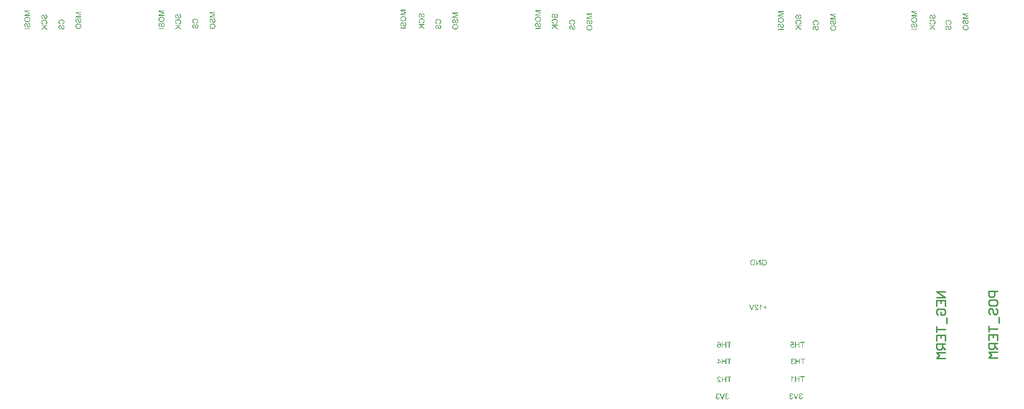
<source format=gbo>
G04*
G04 #@! TF.GenerationSoftware,Altium Limited,Altium Designer,20.0.11 (256)*
G04*
G04 Layer_Color=32896*
%FSLAX25Y25*%
%MOIN*%
G70*
G01*
G75*
%ADD16C,0.01000*%
G36*
X-188232Y-129612D02*
X-191501D01*
X-188232Y-130722D01*
Y-131177D01*
X-191446Y-132298D01*
X-188232D01*
Y-132787D01*
X-192073D01*
Y-132104D01*
X-189398Y-131183D01*
X-189253Y-131133D01*
X-189131Y-131094D01*
X-189026Y-131055D01*
X-188937Y-131027D01*
X-188871Y-131005D01*
X-188821Y-130989D01*
X-188793Y-130983D01*
X-188782Y-130977D01*
X-188859Y-130955D01*
X-188948Y-130928D01*
X-189043Y-130894D01*
X-189137Y-130867D01*
X-189220Y-130839D01*
X-189287Y-130817D01*
X-189314Y-130806D01*
X-189331Y-130800D01*
X-189342Y-130794D01*
X-189348D01*
X-192073Y-129884D01*
Y-129124D01*
X-188232D01*
Y-129612D01*
D02*
G37*
G36*
X-189326Y-133453D02*
X-189192Y-133475D01*
X-189076Y-133508D01*
X-188970Y-133547D01*
X-188887Y-133586D01*
X-188854Y-133603D01*
X-188826Y-133614D01*
X-188804Y-133630D01*
X-188787Y-133636D01*
X-188776Y-133647D01*
X-188771D01*
X-188665Y-133730D01*
X-188571Y-133819D01*
X-188493Y-133914D01*
X-188426Y-134002D01*
X-188377Y-134080D01*
X-188343Y-134147D01*
X-188332Y-134169D01*
X-188321Y-134185D01*
X-188315Y-134196D01*
Y-134202D01*
X-188266Y-134341D01*
X-188227Y-134485D01*
X-188205Y-134629D01*
X-188182Y-134768D01*
X-188177Y-134835D01*
X-188171Y-134890D01*
Y-134940D01*
X-188166Y-134985D01*
Y-135073D01*
X-188171Y-135223D01*
X-188188Y-135362D01*
X-188216Y-135490D01*
X-188243Y-135595D01*
X-188266Y-135684D01*
X-188282Y-135723D01*
X-188293Y-135756D01*
X-188304Y-135778D01*
X-188310Y-135795D01*
X-188315Y-135806D01*
Y-135812D01*
X-188377Y-135928D01*
X-188443Y-136028D01*
X-188515Y-136117D01*
X-188582Y-136189D01*
X-188637Y-136244D01*
X-188687Y-136283D01*
X-188721Y-136311D01*
X-188726Y-136317D01*
X-188732D01*
X-188837Y-136378D01*
X-188937Y-136422D01*
X-189032Y-136450D01*
X-189120Y-136472D01*
X-189198Y-136483D01*
X-189259Y-136494D01*
X-189281D01*
X-189298D01*
X-189303D01*
X-189309D01*
X-189420Y-136489D01*
X-189525Y-136472D01*
X-189620Y-136444D01*
X-189698Y-136416D01*
X-189764Y-136383D01*
X-189814Y-136361D01*
X-189842Y-136339D01*
X-189853Y-136333D01*
X-189936Y-136267D01*
X-190014Y-136189D01*
X-190080Y-136106D01*
X-190141Y-136022D01*
X-190186Y-135950D01*
X-190219Y-135889D01*
X-190230Y-135867D01*
X-190241Y-135850D01*
X-190247Y-135839D01*
Y-135834D01*
X-190269Y-135789D01*
X-190286Y-135734D01*
X-190308Y-135673D01*
X-190330Y-135606D01*
X-190369Y-135468D01*
X-190408Y-135323D01*
X-190425Y-135257D01*
X-190441Y-135196D01*
X-190458Y-135134D01*
X-190469Y-135084D01*
X-190480Y-135046D01*
X-190486Y-135012D01*
X-190491Y-134990D01*
Y-134985D01*
X-190519Y-134874D01*
X-190541Y-134774D01*
X-190569Y-134685D01*
X-190591Y-134607D01*
X-190619Y-134535D01*
X-190641Y-134474D01*
X-190663Y-134418D01*
X-190680Y-134369D01*
X-190702Y-134330D01*
X-190719Y-134296D01*
X-190730Y-134274D01*
X-190746Y-134252D01*
X-190763Y-134224D01*
X-190769Y-134219D01*
X-190824Y-134169D01*
X-190880Y-134135D01*
X-190935Y-134108D01*
X-190991Y-134091D01*
X-191035Y-134080D01*
X-191074Y-134074D01*
X-191096D01*
X-191107D01*
X-191196Y-134086D01*
X-191274Y-134108D01*
X-191340Y-134141D01*
X-191401Y-134180D01*
X-191446Y-134213D01*
X-191485Y-134247D01*
X-191507Y-134269D01*
X-191512Y-134280D01*
X-191540Y-134324D01*
X-191568Y-134369D01*
X-191612Y-134474D01*
X-191640Y-134585D01*
X-191662Y-134696D01*
X-191673Y-134796D01*
X-191679Y-134840D01*
X-191684Y-134874D01*
Y-134951D01*
X-191679Y-135107D01*
X-191657Y-135246D01*
X-191623Y-135356D01*
X-191590Y-135451D01*
X-191557Y-135523D01*
X-191523Y-135579D01*
X-191501Y-135606D01*
X-191496Y-135617D01*
X-191418Y-135695D01*
X-191335Y-135756D01*
X-191246Y-135806D01*
X-191157Y-135839D01*
X-191074Y-135862D01*
X-191013Y-135878D01*
X-190985Y-135884D01*
X-190968Y-135889D01*
X-190957D01*
X-190952D01*
X-190991Y-136378D01*
X-191113Y-136367D01*
X-191224Y-136339D01*
X-191329Y-136311D01*
X-191418Y-136272D01*
X-191490Y-136239D01*
X-191546Y-136211D01*
X-191562Y-136200D01*
X-191579Y-136189D01*
X-191585Y-136183D01*
X-191590D01*
X-191684Y-136111D01*
X-191768Y-136034D01*
X-191840Y-135950D01*
X-191895Y-135867D01*
X-191945Y-135795D01*
X-191973Y-135739D01*
X-191984Y-135717D01*
X-191995Y-135701D01*
X-192001Y-135689D01*
Y-135684D01*
X-192045Y-135562D01*
X-192078Y-135429D01*
X-192106Y-135307D01*
X-192123Y-135190D01*
X-192134Y-135084D01*
Y-135046D01*
X-192139Y-135007D01*
Y-134935D01*
X-192134Y-134790D01*
X-192117Y-134663D01*
X-192095Y-134541D01*
X-192073Y-134435D01*
X-192051Y-134352D01*
X-192040Y-134313D01*
X-192028Y-134285D01*
X-192017Y-134263D01*
X-192012Y-134247D01*
X-192006Y-134235D01*
Y-134230D01*
X-191951Y-134119D01*
X-191890Y-134019D01*
X-191823Y-133936D01*
X-191762Y-133869D01*
X-191707Y-133819D01*
X-191662Y-133780D01*
X-191629Y-133753D01*
X-191623Y-133747D01*
X-191618D01*
X-191523Y-133692D01*
X-191429Y-133653D01*
X-191335Y-133625D01*
X-191252Y-133608D01*
X-191179Y-133597D01*
X-191124Y-133586D01*
X-191102D01*
X-191085D01*
X-191079D01*
X-191074D01*
X-190980Y-133592D01*
X-190891Y-133608D01*
X-190807Y-133630D01*
X-190735Y-133653D01*
X-190680Y-133675D01*
X-190635Y-133697D01*
X-190608Y-133714D01*
X-190597Y-133719D01*
X-190519Y-133775D01*
X-190447Y-133841D01*
X-190386Y-133908D01*
X-190336Y-133975D01*
X-190291Y-134030D01*
X-190264Y-134080D01*
X-190241Y-134113D01*
X-190236Y-134119D01*
Y-134124D01*
X-190214Y-134169D01*
X-190191Y-134219D01*
X-190153Y-134330D01*
X-190114Y-134457D01*
X-190075Y-134580D01*
X-190042Y-134690D01*
X-190031Y-134740D01*
X-190019Y-134785D01*
X-190008Y-134818D01*
X-190003Y-134846D01*
X-189997Y-134862D01*
Y-134868D01*
X-189975Y-134962D01*
X-189953Y-135051D01*
X-189931Y-135129D01*
X-189914Y-135196D01*
X-189897Y-135262D01*
X-189881Y-135318D01*
X-189869Y-135368D01*
X-189853Y-135406D01*
X-189842Y-135445D01*
X-189836Y-135473D01*
X-189820Y-135517D01*
X-189814Y-135545D01*
X-189808Y-135551D01*
X-189775Y-135634D01*
X-189736Y-135706D01*
X-189698Y-135767D01*
X-189664Y-135812D01*
X-189631Y-135850D01*
X-189609Y-135873D01*
X-189592Y-135889D01*
X-189586Y-135895D01*
X-189536Y-135934D01*
X-189481Y-135961D01*
X-189426Y-135978D01*
X-189381Y-135995D01*
X-189337Y-136000D01*
X-189303Y-136006D01*
X-189276D01*
X-189270D01*
X-189204Y-136000D01*
X-189143Y-135989D01*
X-189087Y-135972D01*
X-189043Y-135950D01*
X-188998Y-135928D01*
X-188970Y-135912D01*
X-188948Y-135900D01*
X-188943Y-135895D01*
X-188887Y-135850D01*
X-188843Y-135795D01*
X-188804Y-135739D01*
X-188765Y-135689D01*
X-188743Y-135640D01*
X-188721Y-135601D01*
X-188710Y-135573D01*
X-188704Y-135562D01*
X-188676Y-135479D01*
X-188654Y-135390D01*
X-188643Y-135301D01*
X-188632Y-135223D01*
X-188626Y-135157D01*
X-188621Y-135101D01*
Y-135051D01*
X-188626Y-134929D01*
X-188637Y-134818D01*
X-188654Y-134718D01*
X-188676Y-134629D01*
X-188698Y-134557D01*
X-188715Y-134502D01*
X-188721Y-134485D01*
X-188726Y-134468D01*
X-188732Y-134463D01*
Y-134457D01*
X-188776Y-134369D01*
X-188826Y-134285D01*
X-188876Y-134224D01*
X-188926Y-134169D01*
X-188965Y-134124D01*
X-189004Y-134097D01*
X-189026Y-134080D01*
X-189032Y-134074D01*
X-189104Y-134036D01*
X-189181Y-133997D01*
X-189265Y-133975D01*
X-189337Y-133952D01*
X-189409Y-133936D01*
X-189459Y-133925D01*
X-189481D01*
X-189498Y-133919D01*
X-189503D01*
X-189509D01*
X-189464Y-133442D01*
X-189326Y-133453D01*
D02*
G37*
G36*
X-189908Y-137049D02*
X-189736Y-137071D01*
X-189570Y-137105D01*
X-189498Y-137127D01*
X-189426Y-137149D01*
X-189365Y-137166D01*
X-189309Y-137188D01*
X-189259Y-137205D01*
X-189215Y-137221D01*
X-189181Y-137232D01*
X-189159Y-137243D01*
X-189143Y-137255D01*
X-189137D01*
X-188976Y-137349D01*
X-188837Y-137449D01*
X-188715Y-137560D01*
X-188615Y-137665D01*
X-188532Y-137760D01*
X-188499Y-137799D01*
X-188477Y-137832D01*
X-188454Y-137865D01*
X-188438Y-137887D01*
X-188432Y-137898D01*
X-188426Y-137904D01*
X-188382Y-137987D01*
X-188343Y-138070D01*
X-188277Y-138237D01*
X-188232Y-138398D01*
X-188199Y-138548D01*
X-188188Y-138620D01*
X-188182Y-138681D01*
X-188171Y-138736D01*
Y-138786D01*
X-188166Y-138820D01*
Y-138875D01*
X-188177Y-139058D01*
X-188205Y-139230D01*
X-188238Y-139391D01*
X-188260Y-139463D01*
X-188282Y-139530D01*
X-188304Y-139591D01*
X-188327Y-139647D01*
X-188343Y-139691D01*
X-188360Y-139730D01*
X-188377Y-139763D01*
X-188388Y-139791D01*
X-188399Y-139802D01*
Y-139808D01*
X-188499Y-139963D01*
X-188610Y-140096D01*
X-188726Y-140207D01*
X-188837Y-140302D01*
X-188943Y-140379D01*
X-188981Y-140407D01*
X-189020Y-140429D01*
X-189054Y-140451D01*
X-189076Y-140463D01*
X-189093Y-140474D01*
X-189098D01*
X-189187Y-140518D01*
X-189276Y-140551D01*
X-189453Y-140612D01*
X-189631Y-140657D01*
X-189792Y-140684D01*
X-189864Y-140690D01*
X-189931Y-140701D01*
X-189992Y-140707D01*
X-190042D01*
X-190086Y-140712D01*
X-190114D01*
X-190136D01*
X-190141D01*
X-190352Y-140701D01*
X-190547Y-140679D01*
X-190635Y-140662D01*
X-190724Y-140640D01*
X-190802Y-140618D01*
X-190874Y-140601D01*
X-190941Y-140579D01*
X-191002Y-140557D01*
X-191052Y-140540D01*
X-191096Y-140518D01*
X-191129Y-140507D01*
X-191152Y-140496D01*
X-191168Y-140485D01*
X-191174D01*
X-191335Y-140396D01*
X-191479Y-140290D01*
X-191601Y-140179D01*
X-191701Y-140079D01*
X-191779Y-139985D01*
X-191812Y-139941D01*
X-191840Y-139908D01*
X-191856Y-139874D01*
X-191873Y-139852D01*
X-191879Y-139841D01*
X-191884Y-139835D01*
X-191929Y-139752D01*
X-191967Y-139669D01*
X-192034Y-139508D01*
X-192078Y-139341D01*
X-192106Y-139197D01*
X-192117Y-139130D01*
X-192128Y-139064D01*
X-192134Y-139014D01*
Y-138964D01*
X-192139Y-138925D01*
Y-138875D01*
X-192134Y-138725D01*
X-192117Y-138587D01*
X-192089Y-138453D01*
X-192056Y-138326D01*
X-192012Y-138209D01*
X-191967Y-138098D01*
X-191918Y-137998D01*
X-191867Y-137909D01*
X-191818Y-137826D01*
X-191768Y-137754D01*
X-191723Y-137693D01*
X-191679Y-137643D01*
X-191646Y-137604D01*
X-191618Y-137571D01*
X-191601Y-137554D01*
X-191596Y-137549D01*
X-191490Y-137460D01*
X-191379Y-137382D01*
X-191257Y-137310D01*
X-191135Y-137255D01*
X-191007Y-137205D01*
X-190885Y-137160D01*
X-190763Y-137127D01*
X-190647Y-137105D01*
X-190535Y-137083D01*
X-190430Y-137066D01*
X-190336Y-137055D01*
X-190258Y-137044D01*
X-190191D01*
X-190141Y-137038D01*
X-190108D01*
X-190103D01*
X-190097D01*
X-189908Y-137049D01*
D02*
G37*
G36*
X-279532Y-129912D02*
X-282801D01*
X-279532Y-131022D01*
Y-131477D01*
X-282746Y-132598D01*
X-279532D01*
Y-133087D01*
X-283373D01*
Y-132404D01*
X-280698Y-131483D01*
X-280554Y-131433D01*
X-280431Y-131394D01*
X-280326Y-131355D01*
X-280237Y-131327D01*
X-280170Y-131305D01*
X-280121Y-131289D01*
X-280093Y-131283D01*
X-280082Y-131278D01*
X-280159Y-131255D01*
X-280248Y-131228D01*
X-280343Y-131194D01*
X-280437Y-131167D01*
X-280520Y-131139D01*
X-280587Y-131117D01*
X-280614Y-131105D01*
X-280631Y-131100D01*
X-280642Y-131094D01*
X-280648D01*
X-283373Y-130184D01*
Y-129424D01*
X-279532D01*
Y-129912D01*
D02*
G37*
G36*
X-280626Y-133753D02*
X-280492Y-133775D01*
X-280376Y-133808D01*
X-280270Y-133847D01*
X-280187Y-133886D01*
X-280154Y-133903D01*
X-280126Y-133914D01*
X-280104Y-133930D01*
X-280087Y-133936D01*
X-280076Y-133947D01*
X-280071D01*
X-279965Y-134030D01*
X-279871Y-134119D01*
X-279793Y-134213D01*
X-279727Y-134302D01*
X-279677Y-134380D01*
X-279643Y-134447D01*
X-279632Y-134469D01*
X-279621Y-134485D01*
X-279615Y-134496D01*
Y-134502D01*
X-279566Y-134641D01*
X-279527Y-134785D01*
X-279504Y-134929D01*
X-279482Y-135068D01*
X-279477Y-135135D01*
X-279471Y-135190D01*
Y-135240D01*
X-279466Y-135285D01*
Y-135373D01*
X-279471Y-135523D01*
X-279488Y-135662D01*
X-279516Y-135790D01*
X-279543Y-135895D01*
X-279566Y-135984D01*
X-279582Y-136023D01*
X-279593Y-136056D01*
X-279604Y-136078D01*
X-279610Y-136095D01*
X-279615Y-136106D01*
Y-136112D01*
X-279677Y-136228D01*
X-279743Y-136328D01*
X-279815Y-136417D01*
X-279882Y-136489D01*
X-279937Y-136545D01*
X-279987Y-136583D01*
X-280021Y-136611D01*
X-280026Y-136617D01*
X-280032D01*
X-280137Y-136678D01*
X-280237Y-136722D01*
X-280331Y-136750D01*
X-280420Y-136772D01*
X-280498Y-136783D01*
X-280559Y-136794D01*
X-280581D01*
X-280598D01*
X-280603D01*
X-280609D01*
X-280720Y-136789D01*
X-280825Y-136772D01*
X-280920Y-136744D01*
X-280997Y-136716D01*
X-281064Y-136683D01*
X-281114Y-136661D01*
X-281142Y-136639D01*
X-281153Y-136633D01*
X-281236Y-136567D01*
X-281314Y-136489D01*
X-281380Y-136406D01*
X-281441Y-136322D01*
X-281486Y-136250D01*
X-281519Y-136189D01*
X-281530Y-136167D01*
X-281541Y-136150D01*
X-281547Y-136139D01*
Y-136134D01*
X-281569Y-136089D01*
X-281586Y-136034D01*
X-281608Y-135973D01*
X-281630Y-135906D01*
X-281669Y-135767D01*
X-281708Y-135623D01*
X-281725Y-135557D01*
X-281741Y-135495D01*
X-281758Y-135434D01*
X-281769Y-135385D01*
X-281780Y-135346D01*
X-281786Y-135312D01*
X-281791Y-135290D01*
Y-135285D01*
X-281819Y-135174D01*
X-281841Y-135074D01*
X-281869Y-134985D01*
X-281891Y-134907D01*
X-281919Y-134835D01*
X-281941Y-134774D01*
X-281963Y-134719D01*
X-281980Y-134669D01*
X-282002Y-134630D01*
X-282019Y-134596D01*
X-282030Y-134574D01*
X-282046Y-134552D01*
X-282063Y-134524D01*
X-282069Y-134519D01*
X-282124Y-134469D01*
X-282180Y-134435D01*
X-282235Y-134408D01*
X-282291Y-134391D01*
X-282335Y-134380D01*
X-282374Y-134374D01*
X-282396D01*
X-282407D01*
X-282496Y-134386D01*
X-282574Y-134408D01*
X-282640Y-134441D01*
X-282701Y-134480D01*
X-282746Y-134513D01*
X-282785Y-134546D01*
X-282807Y-134569D01*
X-282812Y-134580D01*
X-282840Y-134624D01*
X-282868Y-134669D01*
X-282912Y-134774D01*
X-282940Y-134885D01*
X-282962Y-134996D01*
X-282973Y-135096D01*
X-282979Y-135140D01*
X-282984Y-135174D01*
Y-135251D01*
X-282979Y-135407D01*
X-282957Y-135546D01*
X-282923Y-135656D01*
X-282890Y-135751D01*
X-282857Y-135823D01*
X-282823Y-135879D01*
X-282801Y-135906D01*
X-282796Y-135917D01*
X-282718Y-135995D01*
X-282635Y-136056D01*
X-282546Y-136106D01*
X-282457Y-136139D01*
X-282374Y-136161D01*
X-282313Y-136178D01*
X-282285Y-136184D01*
X-282268Y-136189D01*
X-282257D01*
X-282252D01*
X-282291Y-136678D01*
X-282413Y-136667D01*
X-282524Y-136639D01*
X-282629Y-136611D01*
X-282718Y-136572D01*
X-282790Y-136539D01*
X-282846Y-136511D01*
X-282862Y-136500D01*
X-282879Y-136489D01*
X-282885Y-136483D01*
X-282890D01*
X-282984Y-136411D01*
X-283068Y-136334D01*
X-283140Y-136250D01*
X-283195Y-136167D01*
X-283245Y-136095D01*
X-283273Y-136039D01*
X-283284Y-136017D01*
X-283295Y-136001D01*
X-283301Y-135989D01*
Y-135984D01*
X-283345Y-135862D01*
X-283378Y-135729D01*
X-283406Y-135607D01*
X-283423Y-135490D01*
X-283434Y-135385D01*
Y-135346D01*
X-283439Y-135307D01*
Y-135235D01*
X-283434Y-135090D01*
X-283417Y-134963D01*
X-283395Y-134841D01*
X-283373Y-134735D01*
X-283351Y-134652D01*
X-283340Y-134613D01*
X-283329Y-134585D01*
X-283317Y-134563D01*
X-283312Y-134546D01*
X-283306Y-134535D01*
Y-134530D01*
X-283251Y-134419D01*
X-283190Y-134319D01*
X-283123Y-134236D01*
X-283062Y-134169D01*
X-283007Y-134119D01*
X-282962Y-134080D01*
X-282929Y-134053D01*
X-282923Y-134047D01*
X-282918D01*
X-282823Y-133992D01*
X-282729Y-133953D01*
X-282635Y-133925D01*
X-282552Y-133908D01*
X-282479Y-133897D01*
X-282424Y-133886D01*
X-282402D01*
X-282385D01*
X-282379D01*
X-282374D01*
X-282279Y-133892D01*
X-282191Y-133908D01*
X-282107Y-133930D01*
X-282035Y-133953D01*
X-281980Y-133975D01*
X-281935Y-133997D01*
X-281908Y-134014D01*
X-281897Y-134019D01*
X-281819Y-134075D01*
X-281747Y-134141D01*
X-281686Y-134208D01*
X-281636Y-134274D01*
X-281591Y-134330D01*
X-281564Y-134380D01*
X-281541Y-134413D01*
X-281536Y-134419D01*
Y-134424D01*
X-281514Y-134469D01*
X-281491Y-134519D01*
X-281453Y-134630D01*
X-281414Y-134757D01*
X-281375Y-134880D01*
X-281342Y-134991D01*
X-281330Y-135040D01*
X-281319Y-135085D01*
X-281308Y-135118D01*
X-281303Y-135146D01*
X-281297Y-135162D01*
Y-135168D01*
X-281275Y-135262D01*
X-281253Y-135351D01*
X-281231Y-135429D01*
X-281214Y-135495D01*
X-281197Y-135562D01*
X-281181Y-135618D01*
X-281170Y-135668D01*
X-281153Y-135706D01*
X-281142Y-135745D01*
X-281136Y-135773D01*
X-281120Y-135817D01*
X-281114Y-135845D01*
X-281108Y-135851D01*
X-281075Y-135934D01*
X-281036Y-136006D01*
X-280997Y-136067D01*
X-280964Y-136112D01*
X-280931Y-136150D01*
X-280909Y-136173D01*
X-280892Y-136189D01*
X-280887Y-136195D01*
X-280837Y-136234D01*
X-280781Y-136261D01*
X-280726Y-136278D01*
X-280681Y-136295D01*
X-280637Y-136300D01*
X-280603Y-136306D01*
X-280576D01*
X-280570D01*
X-280504Y-136300D01*
X-280443Y-136289D01*
X-280387Y-136273D01*
X-280343Y-136250D01*
X-280298Y-136228D01*
X-280270Y-136212D01*
X-280248Y-136200D01*
X-280243Y-136195D01*
X-280187Y-136150D01*
X-280143Y-136095D01*
X-280104Y-136039D01*
X-280065Y-135989D01*
X-280043Y-135940D01*
X-280021Y-135901D01*
X-280010Y-135873D01*
X-280004Y-135862D01*
X-279976Y-135779D01*
X-279954Y-135690D01*
X-279943Y-135601D01*
X-279932Y-135523D01*
X-279926Y-135457D01*
X-279921Y-135401D01*
Y-135351D01*
X-279926Y-135229D01*
X-279937Y-135118D01*
X-279954Y-135018D01*
X-279976Y-134929D01*
X-279998Y-134857D01*
X-280015Y-134802D01*
X-280021Y-134785D01*
X-280026Y-134768D01*
X-280032Y-134763D01*
Y-134757D01*
X-280076Y-134669D01*
X-280126Y-134585D01*
X-280176Y-134524D01*
X-280226Y-134469D01*
X-280265Y-134424D01*
X-280304Y-134397D01*
X-280326Y-134380D01*
X-280331Y-134374D01*
X-280404Y-134336D01*
X-280481Y-134297D01*
X-280565Y-134274D01*
X-280637Y-134252D01*
X-280709Y-134236D01*
X-280759Y-134225D01*
X-280781D01*
X-280798Y-134219D01*
X-280803D01*
X-280809D01*
X-280764Y-133742D01*
X-280626Y-133753D01*
D02*
G37*
G36*
X-281208Y-137349D02*
X-281036Y-137371D01*
X-280870Y-137405D01*
X-280798Y-137427D01*
X-280726Y-137449D01*
X-280664Y-137466D01*
X-280609Y-137488D01*
X-280559Y-137505D01*
X-280515Y-137521D01*
X-280481Y-137532D01*
X-280459Y-137543D01*
X-280443Y-137555D01*
X-280437D01*
X-280276Y-137649D01*
X-280137Y-137749D01*
X-280015Y-137860D01*
X-279915Y-137965D01*
X-279832Y-138060D01*
X-279799Y-138099D01*
X-279777Y-138132D01*
X-279754Y-138165D01*
X-279738Y-138187D01*
X-279732Y-138198D01*
X-279727Y-138204D01*
X-279682Y-138287D01*
X-279643Y-138370D01*
X-279577Y-138537D01*
X-279532Y-138698D01*
X-279499Y-138848D01*
X-279488Y-138920D01*
X-279482Y-138981D01*
X-279471Y-139036D01*
Y-139086D01*
X-279466Y-139120D01*
Y-139175D01*
X-279477Y-139358D01*
X-279504Y-139530D01*
X-279538Y-139691D01*
X-279560Y-139763D01*
X-279582Y-139830D01*
X-279604Y-139891D01*
X-279627Y-139947D01*
X-279643Y-139991D01*
X-279660Y-140030D01*
X-279677Y-140063D01*
X-279688Y-140091D01*
X-279699Y-140102D01*
Y-140108D01*
X-279799Y-140263D01*
X-279910Y-140396D01*
X-280026Y-140507D01*
X-280137Y-140602D01*
X-280243Y-140679D01*
X-280281Y-140707D01*
X-280320Y-140729D01*
X-280354Y-140751D01*
X-280376Y-140762D01*
X-280393Y-140774D01*
X-280398D01*
X-280487Y-140818D01*
X-280576Y-140851D01*
X-280753Y-140912D01*
X-280931Y-140957D01*
X-281092Y-140984D01*
X-281164Y-140990D01*
X-281231Y-141001D01*
X-281292Y-141007D01*
X-281342D01*
X-281386Y-141012D01*
X-281414D01*
X-281436D01*
X-281441D01*
X-281652Y-141001D01*
X-281847Y-140979D01*
X-281935Y-140962D01*
X-282024Y-140940D01*
X-282102Y-140918D01*
X-282174Y-140901D01*
X-282241Y-140879D01*
X-282302Y-140857D01*
X-282352Y-140840D01*
X-282396Y-140818D01*
X-282429Y-140807D01*
X-282452Y-140796D01*
X-282468Y-140785D01*
X-282474D01*
X-282635Y-140696D01*
X-282779Y-140590D01*
X-282901Y-140479D01*
X-283001Y-140380D01*
X-283079Y-140285D01*
X-283112Y-140241D01*
X-283140Y-140208D01*
X-283156Y-140174D01*
X-283173Y-140152D01*
X-283179Y-140141D01*
X-283184Y-140135D01*
X-283229Y-140052D01*
X-283267Y-139969D01*
X-283334Y-139808D01*
X-283378Y-139641D01*
X-283406Y-139497D01*
X-283417Y-139430D01*
X-283428Y-139364D01*
X-283434Y-139314D01*
Y-139264D01*
X-283439Y-139225D01*
Y-139175D01*
X-283434Y-139025D01*
X-283417Y-138887D01*
X-283389Y-138753D01*
X-283356Y-138626D01*
X-283312Y-138509D01*
X-283267Y-138398D01*
X-283218Y-138298D01*
X-283168Y-138209D01*
X-283118Y-138126D01*
X-283068Y-138054D01*
X-283023Y-137993D01*
X-282979Y-137943D01*
X-282945Y-137904D01*
X-282918Y-137871D01*
X-282901Y-137854D01*
X-282896Y-137849D01*
X-282790Y-137760D01*
X-282679Y-137682D01*
X-282557Y-137610D01*
X-282435Y-137555D01*
X-282307Y-137505D01*
X-282185Y-137460D01*
X-282063Y-137427D01*
X-281946Y-137405D01*
X-281836Y-137382D01*
X-281730Y-137366D01*
X-281636Y-137355D01*
X-281558Y-137344D01*
X-281491D01*
X-281441Y-137338D01*
X-281408D01*
X-281403D01*
X-281397D01*
X-281208Y-137349D01*
D02*
G37*
G36*
X-447732Y-129712D02*
X-451001D01*
X-447732Y-130822D01*
Y-131277D01*
X-450946Y-132398D01*
X-447732D01*
Y-132887D01*
X-451573D01*
Y-132204D01*
X-448898Y-131283D01*
X-448753Y-131233D01*
X-448631Y-131194D01*
X-448526Y-131155D01*
X-448437Y-131128D01*
X-448371Y-131105D01*
X-448321Y-131089D01*
X-448293Y-131083D01*
X-448282Y-131078D01*
X-448359Y-131055D01*
X-448448Y-131028D01*
X-448543Y-130994D01*
X-448637Y-130966D01*
X-448720Y-130939D01*
X-448787Y-130917D01*
X-448814Y-130905D01*
X-448831Y-130900D01*
X-448842Y-130894D01*
X-448848D01*
X-451573Y-129984D01*
Y-129224D01*
X-447732D01*
Y-129712D01*
D02*
G37*
G36*
X-448826Y-133553D02*
X-448692Y-133575D01*
X-448576Y-133608D01*
X-448470Y-133647D01*
X-448387Y-133686D01*
X-448354Y-133703D01*
X-448326Y-133714D01*
X-448304Y-133730D01*
X-448287Y-133736D01*
X-448276Y-133747D01*
X-448271D01*
X-448165Y-133830D01*
X-448071Y-133919D01*
X-447993Y-134013D01*
X-447927Y-134102D01*
X-447877Y-134180D01*
X-447843Y-134247D01*
X-447832Y-134269D01*
X-447821Y-134285D01*
X-447816Y-134297D01*
Y-134302D01*
X-447766Y-134441D01*
X-447727Y-134585D01*
X-447705Y-134729D01*
X-447682Y-134868D01*
X-447677Y-134935D01*
X-447671Y-134990D01*
Y-135040D01*
X-447666Y-135085D01*
Y-135173D01*
X-447671Y-135323D01*
X-447688Y-135462D01*
X-447716Y-135590D01*
X-447743Y-135695D01*
X-447766Y-135784D01*
X-447782Y-135823D01*
X-447793Y-135856D01*
X-447804Y-135878D01*
X-447810Y-135895D01*
X-447816Y-135906D01*
Y-135912D01*
X-447877Y-136028D01*
X-447943Y-136128D01*
X-448015Y-136217D01*
X-448082Y-136289D01*
X-448137Y-136345D01*
X-448187Y-136383D01*
X-448221Y-136411D01*
X-448226Y-136417D01*
X-448232D01*
X-448337Y-136478D01*
X-448437Y-136522D01*
X-448531Y-136550D01*
X-448620Y-136572D01*
X-448698Y-136583D01*
X-448759Y-136594D01*
X-448781D01*
X-448798D01*
X-448803D01*
X-448809D01*
X-448920Y-136589D01*
X-449025Y-136572D01*
X-449120Y-136544D01*
X-449197Y-136516D01*
X-449264Y-136483D01*
X-449314Y-136461D01*
X-449342Y-136439D01*
X-449353Y-136433D01*
X-449436Y-136367D01*
X-449514Y-136289D01*
X-449580Y-136206D01*
X-449642Y-136123D01*
X-449686Y-136050D01*
X-449719Y-135989D01*
X-449730Y-135967D01*
X-449741Y-135950D01*
X-449747Y-135939D01*
Y-135934D01*
X-449769Y-135889D01*
X-449786Y-135834D01*
X-449808Y-135773D01*
X-449830Y-135706D01*
X-449869Y-135567D01*
X-449908Y-135423D01*
X-449925Y-135357D01*
X-449941Y-135295D01*
X-449958Y-135234D01*
X-449969Y-135185D01*
X-449980Y-135146D01*
X-449986Y-135112D01*
X-449991Y-135090D01*
Y-135085D01*
X-450019Y-134974D01*
X-450041Y-134874D01*
X-450069Y-134785D01*
X-450091Y-134707D01*
X-450119Y-134635D01*
X-450141Y-134574D01*
X-450163Y-134519D01*
X-450180Y-134469D01*
X-450202Y-134430D01*
X-450219Y-134396D01*
X-450230Y-134374D01*
X-450246Y-134352D01*
X-450263Y-134324D01*
X-450269Y-134319D01*
X-450324Y-134269D01*
X-450380Y-134236D01*
X-450435Y-134208D01*
X-450491Y-134191D01*
X-450535Y-134180D01*
X-450574Y-134174D01*
X-450596D01*
X-450607D01*
X-450696Y-134186D01*
X-450774Y-134208D01*
X-450840Y-134241D01*
X-450901Y-134280D01*
X-450946Y-134313D01*
X-450985Y-134346D01*
X-451007Y-134369D01*
X-451012Y-134380D01*
X-451040Y-134424D01*
X-451068Y-134469D01*
X-451112Y-134574D01*
X-451140Y-134685D01*
X-451162Y-134796D01*
X-451173Y-134896D01*
X-451179Y-134940D01*
X-451184Y-134974D01*
Y-135051D01*
X-451179Y-135207D01*
X-451157Y-135345D01*
X-451123Y-135457D01*
X-451090Y-135551D01*
X-451057Y-135623D01*
X-451023Y-135679D01*
X-451001Y-135706D01*
X-450996Y-135717D01*
X-450918Y-135795D01*
X-450835Y-135856D01*
X-450746Y-135906D01*
X-450657Y-135939D01*
X-450574Y-135961D01*
X-450513Y-135978D01*
X-450485Y-135984D01*
X-450468Y-135989D01*
X-450457D01*
X-450452D01*
X-450491Y-136478D01*
X-450613Y-136467D01*
X-450724Y-136439D01*
X-450829Y-136411D01*
X-450918Y-136372D01*
X-450990Y-136339D01*
X-451046Y-136311D01*
X-451062Y-136300D01*
X-451079Y-136289D01*
X-451085Y-136283D01*
X-451090D01*
X-451184Y-136211D01*
X-451268Y-136134D01*
X-451340Y-136050D01*
X-451395Y-135967D01*
X-451445Y-135895D01*
X-451473Y-135839D01*
X-451484Y-135817D01*
X-451495Y-135801D01*
X-451501Y-135790D01*
Y-135784D01*
X-451545Y-135662D01*
X-451578Y-135529D01*
X-451606Y-135406D01*
X-451623Y-135290D01*
X-451634Y-135185D01*
Y-135146D01*
X-451640Y-135107D01*
Y-135035D01*
X-451634Y-134890D01*
X-451617Y-134763D01*
X-451595Y-134641D01*
X-451573Y-134535D01*
X-451551Y-134452D01*
X-451540Y-134413D01*
X-451529Y-134385D01*
X-451517Y-134363D01*
X-451512Y-134346D01*
X-451506Y-134335D01*
Y-134330D01*
X-451451Y-134219D01*
X-451390Y-134119D01*
X-451323Y-134036D01*
X-451262Y-133969D01*
X-451207Y-133919D01*
X-451162Y-133880D01*
X-451129Y-133853D01*
X-451123Y-133847D01*
X-451118D01*
X-451023Y-133791D01*
X-450929Y-133753D01*
X-450835Y-133725D01*
X-450751Y-133708D01*
X-450679Y-133697D01*
X-450624Y-133686D01*
X-450602D01*
X-450585D01*
X-450579D01*
X-450574D01*
X-450480Y-133692D01*
X-450391Y-133708D01*
X-450308Y-133730D01*
X-450235Y-133753D01*
X-450180Y-133775D01*
X-450135Y-133797D01*
X-450108Y-133814D01*
X-450097Y-133819D01*
X-450019Y-133875D01*
X-449947Y-133941D01*
X-449886Y-134008D01*
X-449836Y-134074D01*
X-449791Y-134130D01*
X-449764Y-134180D01*
X-449741Y-134213D01*
X-449736Y-134219D01*
Y-134224D01*
X-449714Y-134269D01*
X-449691Y-134319D01*
X-449653Y-134430D01*
X-449614Y-134557D01*
X-449575Y-134679D01*
X-449542Y-134791D01*
X-449531Y-134840D01*
X-449519Y-134885D01*
X-449508Y-134918D01*
X-449503Y-134946D01*
X-449497Y-134962D01*
Y-134968D01*
X-449475Y-135062D01*
X-449453Y-135151D01*
X-449431Y-135229D01*
X-449414Y-135295D01*
X-449397Y-135362D01*
X-449381Y-135418D01*
X-449369Y-135468D01*
X-449353Y-135506D01*
X-449342Y-135545D01*
X-449336Y-135573D01*
X-449320Y-135617D01*
X-449314Y-135645D01*
X-449308Y-135651D01*
X-449275Y-135734D01*
X-449236Y-135806D01*
X-449197Y-135867D01*
X-449164Y-135912D01*
X-449131Y-135950D01*
X-449109Y-135973D01*
X-449092Y-135989D01*
X-449087Y-135995D01*
X-449037Y-136034D01*
X-448981Y-136061D01*
X-448925Y-136078D01*
X-448881Y-136095D01*
X-448837Y-136100D01*
X-448803Y-136106D01*
X-448776D01*
X-448770D01*
X-448703Y-136100D01*
X-448642Y-136089D01*
X-448587Y-136073D01*
X-448543Y-136050D01*
X-448498Y-136028D01*
X-448470Y-136012D01*
X-448448Y-136000D01*
X-448443Y-135995D01*
X-448387Y-135950D01*
X-448343Y-135895D01*
X-448304Y-135839D01*
X-448265Y-135790D01*
X-448243Y-135740D01*
X-448221Y-135701D01*
X-448210Y-135673D01*
X-448204Y-135662D01*
X-448176Y-135579D01*
X-448154Y-135490D01*
X-448143Y-135401D01*
X-448132Y-135323D01*
X-448126Y-135257D01*
X-448121Y-135201D01*
Y-135151D01*
X-448126Y-135029D01*
X-448137Y-134918D01*
X-448154Y-134818D01*
X-448176Y-134729D01*
X-448199Y-134657D01*
X-448215Y-134602D01*
X-448221Y-134585D01*
X-448226Y-134569D01*
X-448232Y-134563D01*
Y-134557D01*
X-448276Y-134469D01*
X-448326Y-134385D01*
X-448376Y-134324D01*
X-448426Y-134269D01*
X-448465Y-134224D01*
X-448504Y-134197D01*
X-448526Y-134180D01*
X-448531Y-134174D01*
X-448604Y-134136D01*
X-448681Y-134097D01*
X-448765Y-134074D01*
X-448837Y-134052D01*
X-448909Y-134036D01*
X-448959Y-134025D01*
X-448981D01*
X-448998Y-134019D01*
X-449003D01*
X-449009D01*
X-448964Y-133542D01*
X-448826Y-133553D01*
D02*
G37*
G36*
X-449408Y-137149D02*
X-449236Y-137171D01*
X-449070Y-137205D01*
X-448998Y-137227D01*
X-448925Y-137249D01*
X-448865Y-137266D01*
X-448809Y-137288D01*
X-448759Y-137305D01*
X-448715Y-137321D01*
X-448681Y-137332D01*
X-448659Y-137344D01*
X-448642Y-137355D01*
X-448637D01*
X-448476Y-137449D01*
X-448337Y-137549D01*
X-448215Y-137660D01*
X-448115Y-137765D01*
X-448032Y-137860D01*
X-447999Y-137899D01*
X-447976Y-137932D01*
X-447954Y-137965D01*
X-447938Y-137987D01*
X-447932Y-137998D01*
X-447927Y-138004D01*
X-447882Y-138087D01*
X-447843Y-138170D01*
X-447777Y-138337D01*
X-447732Y-138498D01*
X-447699Y-138648D01*
X-447688Y-138720D01*
X-447682Y-138781D01*
X-447671Y-138836D01*
Y-138886D01*
X-447666Y-138920D01*
Y-138975D01*
X-447677Y-139158D01*
X-447705Y-139330D01*
X-447738Y-139491D01*
X-447760Y-139564D01*
X-447782Y-139630D01*
X-447804Y-139691D01*
X-447827Y-139747D01*
X-447843Y-139791D01*
X-447860Y-139830D01*
X-447877Y-139863D01*
X-447888Y-139891D01*
X-447899Y-139902D01*
Y-139908D01*
X-447999Y-140063D01*
X-448110Y-140196D01*
X-448226Y-140307D01*
X-448337Y-140401D01*
X-448443Y-140479D01*
X-448482Y-140507D01*
X-448520Y-140529D01*
X-448554Y-140551D01*
X-448576Y-140562D01*
X-448593Y-140574D01*
X-448598D01*
X-448687Y-140618D01*
X-448776Y-140651D01*
X-448953Y-140712D01*
X-449131Y-140757D01*
X-449292Y-140785D01*
X-449364Y-140790D01*
X-449431Y-140801D01*
X-449492Y-140807D01*
X-449542D01*
X-449586Y-140812D01*
X-449614D01*
X-449636D01*
X-449642D01*
X-449852Y-140801D01*
X-450047Y-140779D01*
X-450135Y-140762D01*
X-450224Y-140740D01*
X-450302Y-140718D01*
X-450374Y-140701D01*
X-450441Y-140679D01*
X-450502Y-140657D01*
X-450552Y-140640D01*
X-450596Y-140618D01*
X-450629Y-140607D01*
X-450652Y-140596D01*
X-450668Y-140585D01*
X-450674D01*
X-450835Y-140496D01*
X-450979Y-140390D01*
X-451101Y-140279D01*
X-451201Y-140180D01*
X-451279Y-140085D01*
X-451312Y-140041D01*
X-451340Y-140007D01*
X-451356Y-139974D01*
X-451373Y-139952D01*
X-451379Y-139941D01*
X-451384Y-139935D01*
X-451429Y-139852D01*
X-451467Y-139769D01*
X-451534Y-139608D01*
X-451578Y-139441D01*
X-451606Y-139297D01*
X-451617Y-139231D01*
X-451628Y-139164D01*
X-451634Y-139114D01*
Y-139064D01*
X-451640Y-139025D01*
Y-138975D01*
X-451634Y-138825D01*
X-451617Y-138687D01*
X-451589Y-138553D01*
X-451556Y-138426D01*
X-451512Y-138309D01*
X-451467Y-138198D01*
X-451417Y-138098D01*
X-451368Y-138010D01*
X-451318Y-137926D01*
X-451268Y-137854D01*
X-451223Y-137793D01*
X-451179Y-137743D01*
X-451146Y-137704D01*
X-451118Y-137671D01*
X-451101Y-137654D01*
X-451096Y-137649D01*
X-450990Y-137560D01*
X-450879Y-137482D01*
X-450757Y-137410D01*
X-450635Y-137355D01*
X-450507Y-137305D01*
X-450385Y-137260D01*
X-450263Y-137227D01*
X-450146Y-137205D01*
X-450035Y-137182D01*
X-449930Y-137166D01*
X-449836Y-137155D01*
X-449758Y-137144D01*
X-449691D01*
X-449642Y-137138D01*
X-449608D01*
X-449603D01*
X-449597D01*
X-449408Y-137149D01*
D02*
G37*
G36*
X-540232Y-129012D02*
X-543501D01*
X-540232Y-130122D01*
Y-130577D01*
X-543446Y-131698D01*
X-540232D01*
Y-132187D01*
X-544073D01*
Y-131504D01*
X-541398Y-130583D01*
X-541254Y-130533D01*
X-541131Y-130494D01*
X-541026Y-130455D01*
X-540937Y-130428D01*
X-540871Y-130405D01*
X-540821Y-130389D01*
X-540793Y-130383D01*
X-540782Y-130377D01*
X-540859Y-130355D01*
X-540948Y-130328D01*
X-541043Y-130294D01*
X-541137Y-130266D01*
X-541220Y-130239D01*
X-541287Y-130217D01*
X-541315Y-130206D01*
X-541331Y-130200D01*
X-541342Y-130194D01*
X-541348D01*
X-544073Y-129284D01*
Y-128524D01*
X-540232D01*
Y-129012D01*
D02*
G37*
G36*
X-541326Y-132853D02*
X-541192Y-132875D01*
X-541076Y-132908D01*
X-540970Y-132947D01*
X-540887Y-132986D01*
X-540854Y-133003D01*
X-540826Y-133014D01*
X-540804Y-133030D01*
X-540787Y-133036D01*
X-540776Y-133047D01*
X-540771D01*
X-540665Y-133130D01*
X-540571Y-133219D01*
X-540493Y-133314D01*
X-540426Y-133402D01*
X-540377Y-133480D01*
X-540343Y-133547D01*
X-540332Y-133569D01*
X-540321Y-133585D01*
X-540315Y-133597D01*
Y-133602D01*
X-540266Y-133741D01*
X-540227Y-133885D01*
X-540204Y-134029D01*
X-540182Y-134168D01*
X-540177Y-134235D01*
X-540171Y-134290D01*
Y-134340D01*
X-540166Y-134385D01*
Y-134473D01*
X-540171Y-134623D01*
X-540188Y-134762D01*
X-540216Y-134890D01*
X-540243Y-134995D01*
X-540266Y-135084D01*
X-540282Y-135123D01*
X-540293Y-135156D01*
X-540304Y-135178D01*
X-540310Y-135195D01*
X-540315Y-135206D01*
Y-135212D01*
X-540377Y-135328D01*
X-540443Y-135428D01*
X-540515Y-135517D01*
X-540582Y-135589D01*
X-540637Y-135644D01*
X-540687Y-135683D01*
X-540721Y-135711D01*
X-540726Y-135717D01*
X-540732D01*
X-540837Y-135778D01*
X-540937Y-135822D01*
X-541032Y-135850D01*
X-541120Y-135872D01*
X-541198Y-135883D01*
X-541259Y-135894D01*
X-541281D01*
X-541298D01*
X-541303D01*
X-541309D01*
X-541420Y-135889D01*
X-541525Y-135872D01*
X-541620Y-135844D01*
X-541698Y-135817D01*
X-541764Y-135783D01*
X-541814Y-135761D01*
X-541842Y-135739D01*
X-541853Y-135733D01*
X-541936Y-135667D01*
X-542014Y-135589D01*
X-542080Y-135506D01*
X-542141Y-135423D01*
X-542186Y-135350D01*
X-542219Y-135289D01*
X-542230Y-135267D01*
X-542241Y-135250D01*
X-542247Y-135239D01*
Y-135234D01*
X-542269Y-135189D01*
X-542286Y-135134D01*
X-542308Y-135073D01*
X-542330Y-135006D01*
X-542369Y-134868D01*
X-542408Y-134723D01*
X-542424Y-134657D01*
X-542441Y-134596D01*
X-542458Y-134535D01*
X-542469Y-134485D01*
X-542480Y-134446D01*
X-542486Y-134412D01*
X-542491Y-134390D01*
Y-134385D01*
X-542519Y-134274D01*
X-542541Y-134174D01*
X-542569Y-134085D01*
X-542591Y-134007D01*
X-542619Y-133935D01*
X-542641Y-133874D01*
X-542663Y-133818D01*
X-542680Y-133769D01*
X-542702Y-133730D01*
X-542719Y-133696D01*
X-542730Y-133674D01*
X-542746Y-133652D01*
X-542763Y-133624D01*
X-542769Y-133619D01*
X-542824Y-133569D01*
X-542880Y-133536D01*
X-542935Y-133508D01*
X-542991Y-133491D01*
X-543035Y-133480D01*
X-543074Y-133474D01*
X-543096D01*
X-543107D01*
X-543196Y-133485D01*
X-543274Y-133508D01*
X-543340Y-133541D01*
X-543401Y-133580D01*
X-543446Y-133613D01*
X-543485Y-133647D01*
X-543507Y-133669D01*
X-543512Y-133680D01*
X-543540Y-133724D01*
X-543568Y-133769D01*
X-543612Y-133874D01*
X-543640Y-133985D01*
X-543662Y-134096D01*
X-543673Y-134196D01*
X-543679Y-134240D01*
X-543684Y-134274D01*
Y-134351D01*
X-543679Y-134507D01*
X-543657Y-134645D01*
X-543623Y-134757D01*
X-543590Y-134851D01*
X-543557Y-134923D01*
X-543523Y-134978D01*
X-543501Y-135006D01*
X-543496Y-135017D01*
X-543418Y-135095D01*
X-543335Y-135156D01*
X-543246Y-135206D01*
X-543157Y-135239D01*
X-543074Y-135261D01*
X-543013Y-135278D01*
X-542985Y-135284D01*
X-542968Y-135289D01*
X-542957D01*
X-542952D01*
X-542991Y-135778D01*
X-543113Y-135767D01*
X-543224Y-135739D01*
X-543329Y-135711D01*
X-543418Y-135672D01*
X-543490Y-135639D01*
X-543546Y-135611D01*
X-543562Y-135600D01*
X-543579Y-135589D01*
X-543584Y-135583D01*
X-543590D01*
X-543684Y-135511D01*
X-543768Y-135434D01*
X-543840Y-135350D01*
X-543895Y-135267D01*
X-543945Y-135195D01*
X-543973Y-135139D01*
X-543984Y-135117D01*
X-543995Y-135101D01*
X-544001Y-135090D01*
Y-135084D01*
X-544045Y-134962D01*
X-544078Y-134829D01*
X-544106Y-134706D01*
X-544123Y-134590D01*
X-544134Y-134485D01*
Y-134446D01*
X-544139Y-134407D01*
Y-134335D01*
X-544134Y-134190D01*
X-544117Y-134063D01*
X-544095Y-133941D01*
X-544073Y-133835D01*
X-544051Y-133752D01*
X-544040Y-133713D01*
X-544029Y-133685D01*
X-544017Y-133663D01*
X-544012Y-133647D01*
X-544006Y-133635D01*
Y-133630D01*
X-543951Y-133519D01*
X-543890Y-133419D01*
X-543823Y-133336D01*
X-543762Y-133269D01*
X-543707Y-133219D01*
X-543662Y-133180D01*
X-543629Y-133152D01*
X-543623Y-133147D01*
X-543618D01*
X-543523Y-133091D01*
X-543429Y-133053D01*
X-543335Y-133025D01*
X-543252Y-133008D01*
X-543179Y-132997D01*
X-543124Y-132986D01*
X-543102D01*
X-543085D01*
X-543079D01*
X-543074D01*
X-542979Y-132992D01*
X-542891Y-133008D01*
X-542807Y-133030D01*
X-542735Y-133053D01*
X-542680Y-133075D01*
X-542635Y-133097D01*
X-542608Y-133114D01*
X-542597Y-133119D01*
X-542519Y-133175D01*
X-542447Y-133241D01*
X-542386Y-133308D01*
X-542336Y-133375D01*
X-542291Y-133430D01*
X-542264Y-133480D01*
X-542241Y-133513D01*
X-542236Y-133519D01*
Y-133524D01*
X-542214Y-133569D01*
X-542191Y-133619D01*
X-542153Y-133730D01*
X-542114Y-133857D01*
X-542075Y-133979D01*
X-542042Y-134090D01*
X-542030Y-134140D01*
X-542019Y-134185D01*
X-542008Y-134218D01*
X-542003Y-134246D01*
X-541997Y-134263D01*
Y-134268D01*
X-541975Y-134362D01*
X-541953Y-134451D01*
X-541931Y-134529D01*
X-541914Y-134596D01*
X-541897Y-134662D01*
X-541881Y-134718D01*
X-541869Y-134768D01*
X-541853Y-134806D01*
X-541842Y-134845D01*
X-541836Y-134873D01*
X-541820Y-134917D01*
X-541814Y-134945D01*
X-541809Y-134951D01*
X-541775Y-135034D01*
X-541736Y-135106D01*
X-541698Y-135167D01*
X-541664Y-135212D01*
X-541631Y-135250D01*
X-541609Y-135273D01*
X-541592Y-135289D01*
X-541586Y-135295D01*
X-541537Y-135334D01*
X-541481Y-135361D01*
X-541426Y-135378D01*
X-541381Y-135395D01*
X-541337Y-135400D01*
X-541303Y-135406D01*
X-541276D01*
X-541270D01*
X-541203Y-135400D01*
X-541143Y-135389D01*
X-541087Y-135372D01*
X-541043Y-135350D01*
X-540998Y-135328D01*
X-540970Y-135311D01*
X-540948Y-135300D01*
X-540943Y-135295D01*
X-540887Y-135250D01*
X-540843Y-135195D01*
X-540804Y-135139D01*
X-540765Y-135090D01*
X-540743Y-135039D01*
X-540721Y-135001D01*
X-540710Y-134973D01*
X-540704Y-134962D01*
X-540676Y-134879D01*
X-540654Y-134790D01*
X-540643Y-134701D01*
X-540632Y-134623D01*
X-540626Y-134557D01*
X-540621Y-134501D01*
Y-134451D01*
X-540626Y-134329D01*
X-540637Y-134218D01*
X-540654Y-134118D01*
X-540676Y-134029D01*
X-540698Y-133957D01*
X-540715Y-133902D01*
X-540721Y-133885D01*
X-540726Y-133869D01*
X-540732Y-133863D01*
Y-133857D01*
X-540776Y-133769D01*
X-540826Y-133685D01*
X-540876Y-133624D01*
X-540926Y-133569D01*
X-540965Y-133524D01*
X-541004Y-133497D01*
X-541026Y-133480D01*
X-541032Y-133474D01*
X-541104Y-133436D01*
X-541181Y-133397D01*
X-541265Y-133375D01*
X-541337Y-133352D01*
X-541409Y-133336D01*
X-541459Y-133325D01*
X-541481D01*
X-541498Y-133319D01*
X-541503D01*
X-541509D01*
X-541464Y-132842D01*
X-541326Y-132853D01*
D02*
G37*
G36*
X-541908Y-136449D02*
X-541736Y-136471D01*
X-541570Y-136505D01*
X-541498Y-136527D01*
X-541426Y-136549D01*
X-541364Y-136566D01*
X-541309Y-136588D01*
X-541259Y-136605D01*
X-541215Y-136621D01*
X-541181Y-136632D01*
X-541159Y-136644D01*
X-541143Y-136655D01*
X-541137D01*
X-540976Y-136749D01*
X-540837Y-136849D01*
X-540715Y-136960D01*
X-540615Y-137065D01*
X-540532Y-137160D01*
X-540499Y-137198D01*
X-540477Y-137232D01*
X-540454Y-137265D01*
X-540438Y-137287D01*
X-540432Y-137298D01*
X-540426Y-137304D01*
X-540382Y-137387D01*
X-540343Y-137470D01*
X-540277Y-137637D01*
X-540232Y-137798D01*
X-540199Y-137948D01*
X-540188Y-138020D01*
X-540182Y-138081D01*
X-540171Y-138136D01*
Y-138186D01*
X-540166Y-138220D01*
Y-138275D01*
X-540177Y-138458D01*
X-540204Y-138630D01*
X-540238Y-138791D01*
X-540260Y-138864D01*
X-540282Y-138930D01*
X-540304Y-138991D01*
X-540327Y-139047D01*
X-540343Y-139091D01*
X-540360Y-139130D01*
X-540377Y-139163D01*
X-540388Y-139191D01*
X-540399Y-139202D01*
Y-139208D01*
X-540499Y-139363D01*
X-540610Y-139496D01*
X-540726Y-139607D01*
X-540837Y-139701D01*
X-540943Y-139779D01*
X-540981Y-139807D01*
X-541020Y-139829D01*
X-541054Y-139851D01*
X-541076Y-139863D01*
X-541092Y-139874D01*
X-541098D01*
X-541187Y-139918D01*
X-541276Y-139951D01*
X-541453Y-140012D01*
X-541631Y-140057D01*
X-541792Y-140085D01*
X-541864Y-140090D01*
X-541931Y-140101D01*
X-541992Y-140107D01*
X-542042D01*
X-542086Y-140112D01*
X-542114D01*
X-542136D01*
X-542141D01*
X-542352Y-140101D01*
X-542547Y-140079D01*
X-542635Y-140062D01*
X-542724Y-140040D01*
X-542802Y-140018D01*
X-542874Y-140001D01*
X-542941Y-139979D01*
X-543002Y-139957D01*
X-543052Y-139940D01*
X-543096Y-139918D01*
X-543129Y-139907D01*
X-543152Y-139896D01*
X-543168Y-139885D01*
X-543174D01*
X-543335Y-139796D01*
X-543479Y-139690D01*
X-543601Y-139579D01*
X-543701Y-139479D01*
X-543779Y-139385D01*
X-543812Y-139341D01*
X-543840Y-139307D01*
X-543856Y-139274D01*
X-543873Y-139252D01*
X-543879Y-139241D01*
X-543884Y-139235D01*
X-543929Y-139152D01*
X-543967Y-139069D01*
X-544034Y-138908D01*
X-544078Y-138741D01*
X-544106Y-138597D01*
X-544117Y-138531D01*
X-544128Y-138464D01*
X-544134Y-138414D01*
Y-138364D01*
X-544139Y-138325D01*
Y-138275D01*
X-544134Y-138125D01*
X-544117Y-137987D01*
X-544090Y-137853D01*
X-544056Y-137726D01*
X-544012Y-137609D01*
X-543967Y-137498D01*
X-543918Y-137398D01*
X-543867Y-137310D01*
X-543818Y-137226D01*
X-543768Y-137154D01*
X-543723Y-137093D01*
X-543679Y-137043D01*
X-543645Y-137004D01*
X-543618Y-136971D01*
X-543601Y-136954D01*
X-543596Y-136949D01*
X-543490Y-136860D01*
X-543379Y-136782D01*
X-543257Y-136710D01*
X-543135Y-136655D01*
X-543007Y-136605D01*
X-542885Y-136560D01*
X-542763Y-136527D01*
X-542647Y-136505D01*
X-542535Y-136483D01*
X-542430Y-136466D01*
X-542336Y-136455D01*
X-542258Y-136444D01*
X-542191D01*
X-542141Y-136438D01*
X-542108D01*
X-542103D01*
X-542097D01*
X-541908Y-136449D01*
D02*
G37*
G36*
X-707706Y-128666D02*
X-710975D01*
X-707706Y-129776D01*
Y-130231D01*
X-710919Y-131352D01*
X-707706D01*
Y-131840D01*
X-711547D01*
Y-131158D01*
X-708871Y-130236D01*
X-708727Y-130186D01*
X-708605Y-130147D01*
X-708500Y-130109D01*
X-708411Y-130081D01*
X-708344Y-130059D01*
X-708294Y-130042D01*
X-708266Y-130036D01*
X-708255Y-130031D01*
X-708333Y-130009D01*
X-708422Y-129981D01*
X-708516Y-129948D01*
X-708611Y-129920D01*
X-708694Y-129892D01*
X-708760Y-129870D01*
X-708788Y-129859D01*
X-708805Y-129853D01*
X-708816Y-129848D01*
X-708821D01*
X-711547Y-128937D01*
Y-128177D01*
X-707706D01*
Y-128666D01*
D02*
G37*
G36*
X-708799Y-132506D02*
X-708666Y-132528D01*
X-708549Y-132562D01*
X-708444Y-132600D01*
X-708361Y-132639D01*
X-708327Y-132656D01*
X-708300Y-132667D01*
X-708278Y-132684D01*
X-708261Y-132689D01*
X-708250Y-132700D01*
X-708244D01*
X-708139Y-132784D01*
X-708044Y-132872D01*
X-707967Y-132967D01*
X-707900Y-133056D01*
X-707850Y-133133D01*
X-707817Y-133200D01*
X-707806Y-133222D01*
X-707795Y-133239D01*
X-707789Y-133250D01*
Y-133255D01*
X-707739Y-133394D01*
X-707700Y-133538D01*
X-707678Y-133683D01*
X-707656Y-133821D01*
X-707650Y-133888D01*
X-707645Y-133944D01*
Y-133994D01*
X-707639Y-134038D01*
Y-134127D01*
X-707645Y-134277D01*
X-707661Y-134415D01*
X-707689Y-134543D01*
X-707717Y-134649D01*
X-707739Y-134737D01*
X-707756Y-134776D01*
X-707767Y-134809D01*
X-707778Y-134832D01*
X-707784Y-134848D01*
X-707789Y-134859D01*
Y-134865D01*
X-707850Y-134982D01*
X-707917Y-135081D01*
X-707989Y-135170D01*
X-708056Y-135242D01*
X-708111Y-135298D01*
X-708161Y-135337D01*
X-708194Y-135364D01*
X-708200Y-135370D01*
X-708205D01*
X-708311Y-135431D01*
X-708411Y-135475D01*
X-708505Y-135503D01*
X-708594Y-135525D01*
X-708672Y-135537D01*
X-708733Y-135548D01*
X-708755D01*
X-708772D01*
X-708777D01*
X-708783D01*
X-708894Y-135542D01*
X-708999Y-135525D01*
X-709093Y-135498D01*
X-709171Y-135470D01*
X-709238Y-135437D01*
X-709288Y-135414D01*
X-709315Y-135392D01*
X-709327Y-135387D01*
X-709410Y-135320D01*
X-709487Y-135242D01*
X-709554Y-135159D01*
X-709615Y-135076D01*
X-709659Y-135004D01*
X-709693Y-134943D01*
X-709704Y-134920D01*
X-709715Y-134904D01*
X-709721Y-134893D01*
Y-134887D01*
X-709743Y-134843D01*
X-709759Y-134787D01*
X-709782Y-134726D01*
X-709804Y-134660D01*
X-709843Y-134521D01*
X-709881Y-134377D01*
X-709898Y-134310D01*
X-709915Y-134249D01*
X-709932Y-134188D01*
X-709943Y-134138D01*
X-709954Y-134099D01*
X-709959Y-134066D01*
X-709965Y-134044D01*
Y-134038D01*
X-709993Y-133927D01*
X-710015Y-133827D01*
X-710042Y-133738D01*
X-710065Y-133661D01*
X-710092Y-133588D01*
X-710115Y-133527D01*
X-710137Y-133472D01*
X-710153Y-133422D01*
X-710176Y-133383D01*
X-710192Y-133350D01*
X-710203Y-133328D01*
X-710220Y-133305D01*
X-710237Y-133278D01*
X-710242Y-133272D01*
X-710298Y-133222D01*
X-710353Y-133189D01*
X-710409Y-133161D01*
X-710464Y-133144D01*
X-710509Y-133133D01*
X-710547Y-133128D01*
X-710570D01*
X-710581D01*
X-710670Y-133139D01*
X-710747Y-133161D01*
X-710814Y-133194D01*
X-710875Y-133233D01*
X-710919Y-133266D01*
X-710958Y-133300D01*
X-710980Y-133322D01*
X-710986Y-133333D01*
X-711014Y-133378D01*
X-711041Y-133422D01*
X-711086Y-133527D01*
X-711114Y-133638D01*
X-711136Y-133749D01*
X-711147Y-133849D01*
X-711153Y-133894D01*
X-711158Y-133927D01*
Y-134005D01*
X-711153Y-134160D01*
X-711130Y-134299D01*
X-711097Y-134410D01*
X-711064Y-134504D01*
X-711030Y-134576D01*
X-710997Y-134632D01*
X-710975Y-134660D01*
X-710969Y-134671D01*
X-710892Y-134748D01*
X-710808Y-134809D01*
X-710720Y-134859D01*
X-710631Y-134893D01*
X-710547Y-134915D01*
X-710487Y-134932D01*
X-710459Y-134937D01*
X-710442Y-134943D01*
X-710431D01*
X-710425D01*
X-710464Y-135431D01*
X-710586Y-135420D01*
X-710697Y-135392D01*
X-710803Y-135364D01*
X-710892Y-135326D01*
X-710964Y-135292D01*
X-711019Y-135265D01*
X-711036Y-135253D01*
X-711053Y-135242D01*
X-711058Y-135237D01*
X-711064D01*
X-711158Y-135165D01*
X-711241Y-135087D01*
X-711313Y-135004D01*
X-711369Y-134920D01*
X-711419Y-134848D01*
X-711447Y-134793D01*
X-711458Y-134771D01*
X-711469Y-134754D01*
X-711474Y-134743D01*
Y-134737D01*
X-711519Y-134615D01*
X-711552Y-134482D01*
X-711580Y-134360D01*
X-711596Y-134243D01*
X-711608Y-134138D01*
Y-134099D01*
X-711613Y-134060D01*
Y-133988D01*
X-711608Y-133844D01*
X-711591Y-133716D01*
X-711569Y-133594D01*
X-711547Y-133489D01*
X-711524Y-133405D01*
X-711513Y-133366D01*
X-711502Y-133339D01*
X-711491Y-133317D01*
X-711485Y-133300D01*
X-711480Y-133289D01*
Y-133283D01*
X-711424Y-133172D01*
X-711363Y-133072D01*
X-711297Y-132989D01*
X-711236Y-132922D01*
X-711180Y-132872D01*
X-711136Y-132834D01*
X-711102Y-132806D01*
X-711097Y-132800D01*
X-711091D01*
X-710997Y-132745D01*
X-710903Y-132706D01*
X-710808Y-132678D01*
X-710725Y-132662D01*
X-710653Y-132650D01*
X-710598Y-132639D01*
X-710575D01*
X-710559D01*
X-710553D01*
X-710547D01*
X-710453Y-132645D01*
X-710364Y-132662D01*
X-710281Y-132684D01*
X-710209Y-132706D01*
X-710153Y-132728D01*
X-710109Y-132750D01*
X-710081Y-132767D01*
X-710070Y-132773D01*
X-709993Y-132828D01*
X-709920Y-132895D01*
X-709859Y-132961D01*
X-709809Y-133028D01*
X-709765Y-133083D01*
X-709737Y-133133D01*
X-709715Y-133167D01*
X-709710Y-133172D01*
Y-133178D01*
X-709687Y-133222D01*
X-709665Y-133272D01*
X-709626Y-133383D01*
X-709587Y-133511D01*
X-709549Y-133633D01*
X-709515Y-133744D01*
X-709504Y-133794D01*
X-709493Y-133838D01*
X-709482Y-133871D01*
X-709476Y-133899D01*
X-709471Y-133916D01*
Y-133921D01*
X-709449Y-134016D01*
X-709426Y-134105D01*
X-709404Y-134182D01*
X-709388Y-134249D01*
X-709371Y-134316D01*
X-709354Y-134371D01*
X-709343Y-134421D01*
X-709327Y-134460D01*
X-709315Y-134499D01*
X-709310Y-134526D01*
X-709293Y-134571D01*
X-709288Y-134599D01*
X-709282Y-134604D01*
X-709249Y-134687D01*
X-709210Y-134759D01*
X-709171Y-134820D01*
X-709138Y-134865D01*
X-709104Y-134904D01*
X-709082Y-134926D01*
X-709066Y-134943D01*
X-709060Y-134948D01*
X-709010Y-134987D01*
X-708955Y-135015D01*
X-708899Y-135031D01*
X-708855Y-135048D01*
X-708810Y-135054D01*
X-708777Y-135059D01*
X-708749D01*
X-708744D01*
X-708677Y-135054D01*
X-708616Y-135043D01*
X-708561Y-135026D01*
X-708516Y-135004D01*
X-708472Y-134982D01*
X-708444Y-134965D01*
X-708422Y-134954D01*
X-708416Y-134948D01*
X-708361Y-134904D01*
X-708316Y-134848D01*
X-708278Y-134793D01*
X-708239Y-134743D01*
X-708216Y-134693D01*
X-708194Y-134654D01*
X-708183Y-134626D01*
X-708178Y-134615D01*
X-708150Y-134532D01*
X-708128Y-134443D01*
X-708117Y-134354D01*
X-708106Y-134277D01*
X-708100Y-134210D01*
X-708094Y-134154D01*
Y-134105D01*
X-708100Y-133983D01*
X-708111Y-133871D01*
X-708128Y-133772D01*
X-708150Y-133683D01*
X-708172Y-133611D01*
X-708189Y-133555D01*
X-708194Y-133538D01*
X-708200Y-133522D01*
X-708205Y-133516D01*
Y-133511D01*
X-708250Y-133422D01*
X-708300Y-133339D01*
X-708350Y-133278D01*
X-708400Y-133222D01*
X-708438Y-133178D01*
X-708477Y-133150D01*
X-708500Y-133133D01*
X-708505Y-133128D01*
X-708577Y-133089D01*
X-708655Y-133050D01*
X-708738Y-133028D01*
X-708810Y-133006D01*
X-708883Y-132989D01*
X-708932Y-132978D01*
X-708955D01*
X-708971Y-132972D01*
X-708977D01*
X-708982D01*
X-708938Y-132495D01*
X-708799Y-132506D01*
D02*
G37*
G36*
X-709382Y-136103D02*
X-709210Y-136125D01*
X-709044Y-136158D01*
X-708971Y-136180D01*
X-708899Y-136203D01*
X-708838Y-136219D01*
X-708783Y-136241D01*
X-708733Y-136258D01*
X-708688Y-136275D01*
X-708655Y-136286D01*
X-708633Y-136297D01*
X-708616Y-136308D01*
X-708611D01*
X-708450Y-136402D01*
X-708311Y-136502D01*
X-708189Y-136613D01*
X-708089Y-136719D01*
X-708006Y-136813D01*
X-707972Y-136852D01*
X-707950Y-136885D01*
X-707928Y-136918D01*
X-707911Y-136941D01*
X-707906Y-136952D01*
X-707900Y-136957D01*
X-707856Y-137040D01*
X-707817Y-137124D01*
X-707750Y-137290D01*
X-707706Y-137451D01*
X-707673Y-137601D01*
X-707661Y-137673D01*
X-707656Y-137734D01*
X-707645Y-137790D01*
Y-137840D01*
X-707639Y-137873D01*
Y-137928D01*
X-707650Y-138112D01*
X-707678Y-138284D01*
X-707712Y-138445D01*
X-707734Y-138517D01*
X-707756Y-138583D01*
X-707778Y-138645D01*
X-707800Y-138700D01*
X-707817Y-138744D01*
X-707834Y-138783D01*
X-707850Y-138816D01*
X-707861Y-138844D01*
X-707872Y-138855D01*
Y-138861D01*
X-707972Y-139016D01*
X-708083Y-139149D01*
X-708200Y-139260D01*
X-708311Y-139355D01*
X-708416Y-139433D01*
X-708455Y-139460D01*
X-708494Y-139482D01*
X-708527Y-139505D01*
X-708549Y-139516D01*
X-708566Y-139527D01*
X-708572D01*
X-708661Y-139571D01*
X-708749Y-139605D01*
X-708927Y-139666D01*
X-709104Y-139710D01*
X-709266Y-139738D01*
X-709338Y-139743D01*
X-709404Y-139754D01*
X-709465Y-139760D01*
X-709515D01*
X-709560Y-139766D01*
X-709587D01*
X-709610D01*
X-709615D01*
X-709826Y-139754D01*
X-710020Y-139732D01*
X-710109Y-139716D01*
X-710198Y-139693D01*
X-710276Y-139671D01*
X-710348Y-139655D01*
X-710414Y-139632D01*
X-710475Y-139610D01*
X-710525Y-139594D01*
X-710570Y-139571D01*
X-710603Y-139560D01*
X-710625Y-139549D01*
X-710642Y-139538D01*
X-710647D01*
X-710808Y-139449D01*
X-710953Y-139344D01*
X-711075Y-139233D01*
X-711175Y-139133D01*
X-711252Y-139039D01*
X-711286Y-138994D01*
X-711313Y-138961D01*
X-711330Y-138927D01*
X-711347Y-138905D01*
X-711352Y-138894D01*
X-711358Y-138889D01*
X-711402Y-138805D01*
X-711441Y-138722D01*
X-711508Y-138561D01*
X-711552Y-138395D01*
X-711580Y-138250D01*
X-711591Y-138184D01*
X-711602Y-138117D01*
X-711608Y-138067D01*
Y-138017D01*
X-711613Y-137978D01*
Y-137928D01*
X-711608Y-137779D01*
X-711591Y-137640D01*
X-711563Y-137507D01*
X-711530Y-137379D01*
X-711485Y-137262D01*
X-711441Y-137152D01*
X-711391Y-137052D01*
X-711341Y-136963D01*
X-711291Y-136880D01*
X-711241Y-136807D01*
X-711197Y-136746D01*
X-711153Y-136696D01*
X-711119Y-136658D01*
X-711091Y-136624D01*
X-711075Y-136608D01*
X-711069Y-136602D01*
X-710964Y-136513D01*
X-710853Y-136436D01*
X-710731Y-136363D01*
X-710609Y-136308D01*
X-710481Y-136258D01*
X-710359Y-136214D01*
X-710237Y-136180D01*
X-710120Y-136158D01*
X-710009Y-136136D01*
X-709904Y-136119D01*
X-709809Y-136108D01*
X-709732Y-136097D01*
X-709665D01*
X-709615Y-136091D01*
X-709582D01*
X-709576D01*
X-709571D01*
X-709382Y-136103D01*
D02*
G37*
G36*
X-800167Y-128638D02*
X-803436D01*
X-800167Y-129748D01*
Y-130203D01*
X-803380Y-131325D01*
X-800167D01*
Y-131813D01*
X-804007D01*
Y-131130D01*
X-801332Y-130209D01*
X-801188Y-130159D01*
X-801066Y-130120D01*
X-800960Y-130081D01*
X-800871Y-130054D01*
X-800805Y-130032D01*
X-800755Y-130015D01*
X-800727Y-130009D01*
X-800716Y-130004D01*
X-800794Y-129982D01*
X-800883Y-129954D01*
X-800977Y-129920D01*
X-801071Y-129893D01*
X-801155Y-129865D01*
X-801221Y-129843D01*
X-801249Y-129832D01*
X-801266Y-129826D01*
X-801277Y-129821D01*
X-801282D01*
X-804007Y-128910D01*
Y-128150D01*
X-800167D01*
Y-128638D01*
D02*
G37*
G36*
X-801260Y-132479D02*
X-801127Y-132501D01*
X-801010Y-132535D01*
X-800905Y-132573D01*
X-800821Y-132612D01*
X-800788Y-132629D01*
X-800760Y-132640D01*
X-800738Y-132657D01*
X-800722Y-132662D01*
X-800710Y-132673D01*
X-800705D01*
X-800599Y-132756D01*
X-800505Y-132845D01*
X-800427Y-132940D01*
X-800361Y-133028D01*
X-800311Y-133106D01*
X-800278Y-133173D01*
X-800266Y-133195D01*
X-800255Y-133212D01*
X-800250Y-133223D01*
Y-133228D01*
X-800200Y-133367D01*
X-800161Y-133511D01*
X-800139Y-133656D01*
X-800117Y-133794D01*
X-800111Y-133861D01*
X-800105Y-133916D01*
Y-133966D01*
X-800100Y-134011D01*
Y-134100D01*
X-800105Y-134249D01*
X-800122Y-134388D01*
X-800150Y-134516D01*
X-800178Y-134621D01*
X-800200Y-134710D01*
X-800216Y-134749D01*
X-800228Y-134782D01*
X-800239Y-134804D01*
X-800244Y-134821D01*
X-800250Y-134832D01*
Y-134838D01*
X-800311Y-134954D01*
X-800377Y-135054D01*
X-800450Y-135143D01*
X-800516Y-135215D01*
X-800572Y-135271D01*
X-800622Y-135310D01*
X-800655Y-135337D01*
X-800661Y-135343D01*
X-800666D01*
X-800772Y-135404D01*
X-800871Y-135448D01*
X-800966Y-135476D01*
X-801055Y-135498D01*
X-801132Y-135509D01*
X-801193Y-135520D01*
X-801215D01*
X-801232D01*
X-801238D01*
X-801243D01*
X-801354Y-135515D01*
X-801460Y-135498D01*
X-801554Y-135470D01*
X-801632Y-135443D01*
X-801698Y-135409D01*
X-801748Y-135387D01*
X-801776Y-135365D01*
X-801787Y-135360D01*
X-801870Y-135293D01*
X-801948Y-135215D01*
X-802015Y-135132D01*
X-802076Y-135049D01*
X-802120Y-134976D01*
X-802153Y-134915D01*
X-802165Y-134893D01*
X-802176Y-134877D01*
X-802181Y-134865D01*
Y-134860D01*
X-802203Y-134816D01*
X-802220Y-134760D01*
X-802242Y-134699D01*
X-802264Y-134632D01*
X-802303Y-134494D01*
X-802342Y-134349D01*
X-802359Y-134283D01*
X-802376Y-134222D01*
X-802392Y-134161D01*
X-802403Y-134111D01*
X-802414Y-134072D01*
X-802420Y-134039D01*
X-802425Y-134016D01*
Y-134011D01*
X-802453Y-133900D01*
X-802475Y-133800D01*
X-802503Y-133711D01*
X-802525Y-133633D01*
X-802553Y-133561D01*
X-802575Y-133500D01*
X-802598Y-133445D01*
X-802614Y-133395D01*
X-802636Y-133356D01*
X-802653Y-133323D01*
X-802664Y-133300D01*
X-802681Y-133278D01*
X-802697Y-133250D01*
X-802703Y-133245D01*
X-802758Y-133195D01*
X-802814Y-133162D01*
X-802869Y-133134D01*
X-802925Y-133117D01*
X-802969Y-133106D01*
X-803008Y-133101D01*
X-803030D01*
X-803041D01*
X-803130Y-133112D01*
X-803208Y-133134D01*
X-803275Y-133167D01*
X-803336Y-133206D01*
X-803380Y-133239D01*
X-803419Y-133273D01*
X-803441Y-133295D01*
X-803447Y-133306D01*
X-803474Y-133350D01*
X-803502Y-133395D01*
X-803547Y-133500D01*
X-803574Y-133611D01*
X-803596Y-133722D01*
X-803608Y-133822D01*
X-803613Y-133867D01*
X-803619Y-133900D01*
Y-133977D01*
X-803613Y-134133D01*
X-803591Y-134272D01*
X-803558Y-134383D01*
X-803524Y-134477D01*
X-803491Y-134549D01*
X-803458Y-134605D01*
X-803436Y-134632D01*
X-803430Y-134643D01*
X-803352Y-134721D01*
X-803269Y-134782D01*
X-803180Y-134832D01*
X-803091Y-134865D01*
X-803008Y-134888D01*
X-802947Y-134904D01*
X-802919Y-134910D01*
X-802903Y-134915D01*
X-802892D01*
X-802886D01*
X-802925Y-135404D01*
X-803047Y-135393D01*
X-803158Y-135365D01*
X-803263Y-135337D01*
X-803352Y-135298D01*
X-803424Y-135265D01*
X-803480Y-135237D01*
X-803497Y-135226D01*
X-803513Y-135215D01*
X-803519Y-135210D01*
X-803524D01*
X-803619Y-135137D01*
X-803702Y-135060D01*
X-803774Y-134976D01*
X-803830Y-134893D01*
X-803880Y-134821D01*
X-803907Y-134766D01*
X-803918Y-134743D01*
X-803930Y-134727D01*
X-803935Y-134716D01*
Y-134710D01*
X-803979Y-134588D01*
X-804013Y-134455D01*
X-804041Y-134333D01*
X-804057Y-134216D01*
X-804068Y-134111D01*
Y-134072D01*
X-804074Y-134033D01*
Y-133961D01*
X-804068Y-133817D01*
X-804052Y-133689D01*
X-804029Y-133567D01*
X-804007Y-133461D01*
X-803985Y-133378D01*
X-803974Y-133339D01*
X-803963Y-133311D01*
X-803952Y-133289D01*
X-803946Y-133273D01*
X-803941Y-133262D01*
Y-133256D01*
X-803885Y-133145D01*
X-803824Y-133045D01*
X-803757Y-132962D01*
X-803696Y-132895D01*
X-803641Y-132845D01*
X-803596Y-132807D01*
X-803563Y-132779D01*
X-803558Y-132773D01*
X-803552D01*
X-803458Y-132718D01*
X-803363Y-132679D01*
X-803269Y-132651D01*
X-803186Y-132634D01*
X-803114Y-132623D01*
X-803058Y-132612D01*
X-803036D01*
X-803019D01*
X-803014D01*
X-803008D01*
X-802914Y-132618D01*
X-802825Y-132634D01*
X-802742Y-132657D01*
X-802670Y-132679D01*
X-802614Y-132701D01*
X-802570Y-132723D01*
X-802542Y-132740D01*
X-802531Y-132745D01*
X-802453Y-132801D01*
X-802381Y-132868D01*
X-802320Y-132934D01*
X-802270Y-133001D01*
X-802226Y-133056D01*
X-802198Y-133106D01*
X-802176Y-133140D01*
X-802170Y-133145D01*
Y-133151D01*
X-802148Y-133195D01*
X-802126Y-133245D01*
X-802087Y-133356D01*
X-802048Y-133484D01*
X-802009Y-133606D01*
X-801976Y-133717D01*
X-801965Y-133767D01*
X-801954Y-133811D01*
X-801943Y-133844D01*
X-801937Y-133872D01*
X-801931Y-133889D01*
Y-133894D01*
X-801909Y-133989D01*
X-801887Y-134077D01*
X-801865Y-134155D01*
X-801848Y-134222D01*
X-801832Y-134288D01*
X-801815Y-134344D01*
X-801804Y-134394D01*
X-801787Y-134433D01*
X-801776Y-134471D01*
X-801770Y-134499D01*
X-801754Y-134544D01*
X-801748Y-134571D01*
X-801743Y-134577D01*
X-801709Y-134660D01*
X-801671Y-134732D01*
X-801632Y-134793D01*
X-801598Y-134838D01*
X-801565Y-134877D01*
X-801543Y-134899D01*
X-801526Y-134915D01*
X-801521Y-134921D01*
X-801471Y-134960D01*
X-801415Y-134988D01*
X-801360Y-135004D01*
X-801315Y-135021D01*
X-801271Y-135027D01*
X-801238Y-135032D01*
X-801210D01*
X-801204D01*
X-801138Y-135027D01*
X-801077Y-135015D01*
X-801021Y-134999D01*
X-800977Y-134976D01*
X-800933Y-134954D01*
X-800905Y-134938D01*
X-800883Y-134927D01*
X-800877Y-134921D01*
X-800821Y-134877D01*
X-800777Y-134821D01*
X-800738Y-134766D01*
X-800699Y-134716D01*
X-800677Y-134666D01*
X-800655Y-134627D01*
X-800644Y-134599D01*
X-800638Y-134588D01*
X-800611Y-134505D01*
X-800588Y-134416D01*
X-800577Y-134327D01*
X-800566Y-134249D01*
X-800561Y-134183D01*
X-800555Y-134127D01*
Y-134077D01*
X-800561Y-133955D01*
X-800572Y-133844D01*
X-800588Y-133744D01*
X-800611Y-133656D01*
X-800633Y-133583D01*
X-800649Y-133528D01*
X-800655Y-133511D01*
X-800661Y-133495D01*
X-800666Y-133489D01*
Y-133484D01*
X-800710Y-133395D01*
X-800760Y-133311D01*
X-800810Y-133250D01*
X-800860Y-133195D01*
X-800899Y-133151D01*
X-800938Y-133123D01*
X-800960Y-133106D01*
X-800966Y-133101D01*
X-801038Y-133062D01*
X-801116Y-133023D01*
X-801199Y-133001D01*
X-801271Y-132978D01*
X-801343Y-132962D01*
X-801393Y-132951D01*
X-801415D01*
X-801432Y-132945D01*
X-801437D01*
X-801443D01*
X-801399Y-132468D01*
X-801260Y-132479D01*
D02*
G37*
G36*
X-801843Y-136075D02*
X-801671Y-136098D01*
X-801504Y-136131D01*
X-801432Y-136153D01*
X-801360Y-136175D01*
X-801299Y-136192D01*
X-801243Y-136214D01*
X-801193Y-136231D01*
X-801149Y-136248D01*
X-801116Y-136259D01*
X-801093Y-136270D01*
X-801077Y-136281D01*
X-801071D01*
X-800910Y-136375D01*
X-800772Y-136475D01*
X-800649Y-136586D01*
X-800550Y-136691D01*
X-800466Y-136786D01*
X-800433Y-136825D01*
X-800411Y-136858D01*
X-800389Y-136891D01*
X-800372Y-136914D01*
X-800366Y-136925D01*
X-800361Y-136930D01*
X-800316Y-137013D01*
X-800278Y-137097D01*
X-800211Y-137263D01*
X-800167Y-137424D01*
X-800133Y-137574D01*
X-800122Y-137646D01*
X-800117Y-137707D01*
X-800105Y-137763D01*
Y-137813D01*
X-800100Y-137846D01*
Y-137901D01*
X-800111Y-138084D01*
X-800139Y-138257D01*
X-800172Y-138417D01*
X-800194Y-138490D01*
X-800216Y-138556D01*
X-800239Y-138617D01*
X-800261Y-138673D01*
X-800278Y-138717D01*
X-800294Y-138756D01*
X-800311Y-138789D01*
X-800322Y-138817D01*
X-800333Y-138828D01*
Y-138834D01*
X-800433Y-138989D01*
X-800544Y-139122D01*
X-800661Y-139233D01*
X-800772Y-139328D01*
X-800877Y-139405D01*
X-800916Y-139433D01*
X-800955Y-139455D01*
X-800988Y-139478D01*
X-801010Y-139489D01*
X-801027Y-139500D01*
X-801032D01*
X-801121Y-139544D01*
X-801210Y-139577D01*
X-801388Y-139638D01*
X-801565Y-139683D01*
X-801726Y-139711D01*
X-801798Y-139716D01*
X-801865Y-139727D01*
X-801926Y-139733D01*
X-801976D01*
X-802020Y-139738D01*
X-802048D01*
X-802070D01*
X-802076D01*
X-802287Y-139727D01*
X-802481Y-139705D01*
X-802570Y-139689D01*
X-802658Y-139666D01*
X-802736Y-139644D01*
X-802808Y-139627D01*
X-802875Y-139605D01*
X-802936Y-139583D01*
X-802986Y-139566D01*
X-803030Y-139544D01*
X-803064Y-139533D01*
X-803086Y-139522D01*
X-803102Y-139511D01*
X-803108D01*
X-803269Y-139422D01*
X-803413Y-139317D01*
X-803535Y-139206D01*
X-803635Y-139106D01*
X-803713Y-139011D01*
X-803746Y-138967D01*
X-803774Y-138934D01*
X-803791Y-138900D01*
X-803807Y-138878D01*
X-803813Y-138867D01*
X-803819Y-138862D01*
X-803863Y-138778D01*
X-803902Y-138695D01*
X-803968Y-138534D01*
X-804013Y-138368D01*
X-804041Y-138223D01*
X-804052Y-138157D01*
X-804063Y-138090D01*
X-804068Y-138040D01*
Y-137990D01*
X-804074Y-137951D01*
Y-137901D01*
X-804068Y-137751D01*
X-804052Y-137613D01*
X-804024Y-137480D01*
X-803990Y-137352D01*
X-803946Y-137235D01*
X-803902Y-137124D01*
X-803852Y-137024D01*
X-803802Y-136936D01*
X-803752Y-136852D01*
X-803702Y-136780D01*
X-803658Y-136719D01*
X-803613Y-136669D01*
X-803580Y-136630D01*
X-803552Y-136597D01*
X-803535Y-136581D01*
X-803530Y-136575D01*
X-803424Y-136486D01*
X-803313Y-136408D01*
X-803191Y-136336D01*
X-803069Y-136281D01*
X-802942Y-136231D01*
X-802820Y-136186D01*
X-802697Y-136153D01*
X-802581Y-136131D01*
X-802470Y-136109D01*
X-802364Y-136092D01*
X-802270Y-136081D01*
X-802192Y-136070D01*
X-802126D01*
X-802076Y-136064D01*
X-802042D01*
X-802037D01*
X-802031D01*
X-801843Y-136075D01*
D02*
G37*
G36*
X-813615Y-133261D02*
X-813421Y-133283D01*
X-813249Y-133311D01*
X-813165Y-133333D01*
X-813093Y-133350D01*
X-813027Y-133367D01*
X-812965Y-133389D01*
X-812910Y-133405D01*
X-812866Y-133416D01*
X-812832Y-133433D01*
X-812805Y-133439D01*
X-812788Y-133450D01*
X-812782D01*
X-812616Y-133533D01*
X-812466Y-133627D01*
X-812338Y-133727D01*
X-812288Y-133777D01*
X-812238Y-133822D01*
X-812194Y-133866D01*
X-812155Y-133911D01*
X-812122Y-133949D01*
X-812100Y-133983D01*
X-812078Y-134005D01*
X-812061Y-134027D01*
X-812055Y-134038D01*
X-812050Y-134044D01*
X-812005Y-134121D01*
X-811967Y-134199D01*
X-811905Y-134366D01*
X-811861Y-134532D01*
X-811833Y-134693D01*
X-811822Y-134771D01*
X-811811Y-134837D01*
X-811806Y-134898D01*
Y-134948D01*
X-811800Y-134993D01*
Y-135054D01*
X-811806Y-135165D01*
X-811817Y-135270D01*
X-811828Y-135370D01*
X-811850Y-135465D01*
X-811878Y-135553D01*
X-811905Y-135636D01*
X-811933Y-135714D01*
X-811967Y-135786D01*
X-811994Y-135847D01*
X-812022Y-135908D01*
X-812050Y-135953D01*
X-812078Y-135997D01*
X-812100Y-136025D01*
X-812111Y-136053D01*
X-812122Y-136064D01*
X-812127Y-136069D01*
X-812194Y-136147D01*
X-812261Y-136214D01*
X-812338Y-136275D01*
X-812416Y-136336D01*
X-812571Y-136436D01*
X-812727Y-136513D01*
X-812799Y-136547D01*
X-812866Y-136574D01*
X-812927Y-136597D01*
X-812977Y-136613D01*
X-813021Y-136630D01*
X-813054Y-136641D01*
X-813076Y-136647D01*
X-813082D01*
X-813210Y-136136D01*
X-813121Y-136114D01*
X-813038Y-136086D01*
X-812960Y-136058D01*
X-812888Y-136031D01*
X-812821Y-135997D01*
X-812766Y-135964D01*
X-812710Y-135925D01*
X-812660Y-135892D01*
X-812616Y-135864D01*
X-812582Y-135831D01*
X-812549Y-135803D01*
X-812521Y-135781D01*
X-812505Y-135759D01*
X-812488Y-135742D01*
X-812483Y-135736D01*
X-812477Y-135731D01*
X-812433Y-135675D01*
X-812399Y-135614D01*
X-812338Y-135492D01*
X-812294Y-135376D01*
X-812266Y-135259D01*
X-812244Y-135159D01*
X-812238Y-135120D01*
Y-135082D01*
X-812233Y-135048D01*
Y-135009D01*
X-812238Y-134882D01*
X-812261Y-134760D01*
X-812288Y-134649D01*
X-812322Y-134549D01*
X-812355Y-134471D01*
X-812372Y-134438D01*
X-812383Y-134410D01*
X-812394Y-134388D01*
X-812405Y-134371D01*
X-812411Y-134360D01*
Y-134354D01*
X-812488Y-134249D01*
X-812571Y-134160D01*
X-812666Y-134082D01*
X-812755Y-134021D01*
X-812832Y-133972D01*
X-812899Y-133938D01*
X-812927Y-133927D01*
X-812943Y-133916D01*
X-812954Y-133911D01*
X-812960D01*
X-813104Y-133866D01*
X-813249Y-133833D01*
X-813393Y-133805D01*
X-813526Y-133788D01*
X-813587Y-133783D01*
X-813643Y-133777D01*
X-813692D01*
X-813731Y-133772D01*
X-813765D01*
X-813792D01*
X-813809D01*
X-813815D01*
X-813959Y-133777D01*
X-814092Y-133788D01*
X-814214Y-133811D01*
X-814325Y-133833D01*
X-814420Y-133849D01*
X-814458Y-133861D01*
X-814492Y-133872D01*
X-814520Y-133877D01*
X-814536Y-133883D01*
X-814547Y-133888D01*
X-814553D01*
X-814680Y-133944D01*
X-814797Y-134005D01*
X-814891Y-134071D01*
X-814975Y-134144D01*
X-815041Y-134205D01*
X-815086Y-134255D01*
X-815113Y-134293D01*
X-815124Y-134299D01*
Y-134304D01*
X-815197Y-134421D01*
X-815252Y-134549D01*
X-815291Y-134671D01*
X-815313Y-134787D01*
X-815330Y-134893D01*
X-815335Y-134937D01*
Y-134976D01*
X-815341Y-135004D01*
Y-135048D01*
X-815335Y-135187D01*
X-815313Y-135315D01*
X-815280Y-135420D01*
X-815246Y-135514D01*
X-815208Y-135587D01*
X-815180Y-135642D01*
X-815158Y-135675D01*
X-815147Y-135687D01*
X-815063Y-135775D01*
X-814969Y-135859D01*
X-814869Y-135925D01*
X-814769Y-135981D01*
X-814680Y-136025D01*
X-814636Y-136042D01*
X-814603Y-136053D01*
X-814575Y-136064D01*
X-814553Y-136075D01*
X-814542Y-136081D01*
X-814536D01*
X-814653Y-136580D01*
X-814753Y-136547D01*
X-814841Y-136513D01*
X-814925Y-136469D01*
X-815008Y-136430D01*
X-815080Y-136386D01*
X-815147Y-136336D01*
X-815213Y-136291D01*
X-815269Y-136247D01*
X-815313Y-136203D01*
X-815357Y-136164D01*
X-815396Y-136125D01*
X-815424Y-136097D01*
X-815452Y-136069D01*
X-815469Y-136047D01*
X-815474Y-136036D01*
X-815480Y-136031D01*
X-815530Y-135953D01*
X-815580Y-135875D01*
X-815618Y-135798D01*
X-815652Y-135714D01*
X-815702Y-135548D01*
X-815735Y-135398D01*
X-815752Y-135326D01*
X-815757Y-135265D01*
X-815763Y-135204D01*
X-815768Y-135154D01*
X-815774Y-135115D01*
Y-135059D01*
X-815763Y-134876D01*
X-815735Y-134699D01*
X-815702Y-134543D01*
X-815679Y-134471D01*
X-815657Y-134404D01*
X-815635Y-134343D01*
X-815613Y-134288D01*
X-815596Y-134244D01*
X-815580Y-134199D01*
X-815563Y-134171D01*
X-815552Y-134149D01*
X-815546Y-134133D01*
X-815541Y-134127D01*
X-815446Y-133977D01*
X-815335Y-133849D01*
X-815224Y-133738D01*
X-815113Y-133644D01*
X-815013Y-133572D01*
X-814969Y-133544D01*
X-814930Y-133522D01*
X-814902Y-133500D01*
X-814880Y-133489D01*
X-814864Y-133483D01*
X-814858Y-133478D01*
X-814686Y-133400D01*
X-814508Y-133344D01*
X-814331Y-133306D01*
X-814170Y-133278D01*
X-814098Y-133267D01*
X-814025Y-133261D01*
X-813970Y-133256D01*
X-813914D01*
X-813876Y-133250D01*
X-813842D01*
X-813820D01*
X-813815D01*
X-813615Y-133261D01*
D02*
G37*
G36*
X-812960Y-137113D02*
X-812827Y-137135D01*
X-812710Y-137168D01*
X-812605Y-137207D01*
X-812521Y-137246D01*
X-812488Y-137263D01*
X-812460Y-137274D01*
X-812438Y-137290D01*
X-812422Y-137296D01*
X-812411Y-137307D01*
X-812405D01*
X-812300Y-137390D01*
X-812205Y-137479D01*
X-812127Y-137574D01*
X-812061Y-137662D01*
X-812011Y-137740D01*
X-811978Y-137807D01*
X-811967Y-137829D01*
X-811955Y-137845D01*
X-811950Y-137856D01*
Y-137862D01*
X-811900Y-138001D01*
X-811861Y-138145D01*
X-811839Y-138289D01*
X-811817Y-138428D01*
X-811811Y-138495D01*
X-811806Y-138550D01*
Y-138600D01*
X-811800Y-138645D01*
Y-138733D01*
X-811806Y-138883D01*
X-811822Y-139022D01*
X-811850Y-139150D01*
X-811878Y-139255D01*
X-811900Y-139344D01*
X-811917Y-139383D01*
X-811928Y-139416D01*
X-811939Y-139438D01*
X-811944Y-139455D01*
X-811950Y-139466D01*
Y-139472D01*
X-812011Y-139588D01*
X-812078Y-139688D01*
X-812150Y-139777D01*
X-812216Y-139849D01*
X-812272Y-139904D01*
X-812322Y-139943D01*
X-812355Y-139971D01*
X-812360Y-139977D01*
X-812366D01*
X-812471Y-140038D01*
X-812571Y-140082D01*
X-812666Y-140110D01*
X-812755Y-140132D01*
X-812832Y-140143D01*
X-812893Y-140154D01*
X-812916D01*
X-812932D01*
X-812938D01*
X-812943D01*
X-813054Y-140149D01*
X-813160Y-140132D01*
X-813254Y-140104D01*
X-813332Y-140076D01*
X-813398Y-140043D01*
X-813448Y-140021D01*
X-813476Y-139999D01*
X-813487Y-139993D01*
X-813570Y-139927D01*
X-813648Y-139849D01*
X-813715Y-139766D01*
X-813776Y-139682D01*
X-813820Y-139610D01*
X-813853Y-139549D01*
X-813865Y-139527D01*
X-813876Y-139510D01*
X-813881Y-139499D01*
Y-139494D01*
X-813903Y-139449D01*
X-813920Y-139394D01*
X-813942Y-139333D01*
X-813964Y-139266D01*
X-814003Y-139128D01*
X-814042Y-138983D01*
X-814059Y-138917D01*
X-814075Y-138856D01*
X-814092Y-138795D01*
X-814103Y-138744D01*
X-814114Y-138706D01*
X-814120Y-138672D01*
X-814125Y-138650D01*
Y-138645D01*
X-814153Y-138534D01*
X-814175Y-138434D01*
X-814203Y-138345D01*
X-814225Y-138267D01*
X-814253Y-138195D01*
X-814275Y-138134D01*
X-814297Y-138078D01*
X-814314Y-138029D01*
X-814336Y-137990D01*
X-814353Y-137956D01*
X-814364Y-137934D01*
X-814381Y-137912D01*
X-814397Y-137884D01*
X-814403Y-137879D01*
X-814458Y-137829D01*
X-814514Y-137795D01*
X-814569Y-137768D01*
X-814625Y-137751D01*
X-814669Y-137740D01*
X-814708Y-137734D01*
X-814730D01*
X-814742D01*
X-814830Y-137745D01*
X-814908Y-137768D01*
X-814975Y-137801D01*
X-815036Y-137840D01*
X-815080Y-137873D01*
X-815119Y-137907D01*
X-815141Y-137929D01*
X-815147Y-137940D01*
X-815174Y-137984D01*
X-815202Y-138029D01*
X-815246Y-138134D01*
X-815274Y-138245D01*
X-815296Y-138356D01*
X-815308Y-138456D01*
X-815313Y-138500D01*
X-815319Y-138534D01*
Y-138611D01*
X-815313Y-138767D01*
X-815291Y-138906D01*
X-815258Y-139016D01*
X-815224Y-139111D01*
X-815191Y-139183D01*
X-815158Y-139239D01*
X-815135Y-139266D01*
X-815130Y-139277D01*
X-815052Y-139355D01*
X-814969Y-139416D01*
X-814880Y-139466D01*
X-814791Y-139499D01*
X-814708Y-139522D01*
X-814647Y-139538D01*
X-814619Y-139544D01*
X-814603Y-139549D01*
X-814592D01*
X-814586D01*
X-814625Y-140038D01*
X-814747Y-140027D01*
X-814858Y-139999D01*
X-814964Y-139971D01*
X-815052Y-139932D01*
X-815124Y-139899D01*
X-815180Y-139871D01*
X-815197Y-139860D01*
X-815213Y-139849D01*
X-815219Y-139843D01*
X-815224D01*
X-815319Y-139771D01*
X-815402Y-139694D01*
X-815474Y-139610D01*
X-815530Y-139527D01*
X-815580Y-139455D01*
X-815607Y-139399D01*
X-815618Y-139377D01*
X-815629Y-139361D01*
X-815635Y-139349D01*
Y-139344D01*
X-815679Y-139222D01*
X-815713Y-139089D01*
X-815740Y-138967D01*
X-815757Y-138850D01*
X-815768Y-138744D01*
Y-138706D01*
X-815774Y-138667D01*
Y-138595D01*
X-815768Y-138450D01*
X-815752Y-138323D01*
X-815729Y-138201D01*
X-815707Y-138095D01*
X-815685Y-138012D01*
X-815674Y-137973D01*
X-815663Y-137945D01*
X-815652Y-137923D01*
X-815646Y-137907D01*
X-815641Y-137895D01*
Y-137890D01*
X-815585Y-137779D01*
X-815524Y-137679D01*
X-815457Y-137596D01*
X-815396Y-137529D01*
X-815341Y-137479D01*
X-815296Y-137440D01*
X-815263Y-137413D01*
X-815258Y-137407D01*
X-815252D01*
X-815158Y-137352D01*
X-815063Y-137313D01*
X-814969Y-137285D01*
X-814886Y-137268D01*
X-814814Y-137257D01*
X-814758Y-137246D01*
X-814736D01*
X-814719D01*
X-814714D01*
X-814708D01*
X-814614Y-137252D01*
X-814525Y-137268D01*
X-814442Y-137290D01*
X-814370Y-137313D01*
X-814314Y-137335D01*
X-814270Y-137357D01*
X-814242Y-137374D01*
X-814231Y-137379D01*
X-814153Y-137435D01*
X-814081Y-137501D01*
X-814020Y-137568D01*
X-813970Y-137635D01*
X-813926Y-137690D01*
X-813898Y-137740D01*
X-813876Y-137773D01*
X-813870Y-137779D01*
Y-137784D01*
X-813848Y-137829D01*
X-813826Y-137879D01*
X-813787Y-137990D01*
X-813748Y-138117D01*
X-813709Y-138240D01*
X-813676Y-138350D01*
X-813665Y-138400D01*
X-813654Y-138445D01*
X-813643Y-138478D01*
X-813637Y-138506D01*
X-813632Y-138523D01*
Y-138528D01*
X-813609Y-138622D01*
X-813587Y-138711D01*
X-813565Y-138789D01*
X-813548Y-138856D01*
X-813532Y-138922D01*
X-813515Y-138978D01*
X-813504Y-139028D01*
X-813487Y-139066D01*
X-813476Y-139105D01*
X-813470Y-139133D01*
X-813454Y-139177D01*
X-813448Y-139205D01*
X-813443Y-139211D01*
X-813410Y-139294D01*
X-813371Y-139366D01*
X-813332Y-139427D01*
X-813299Y-139472D01*
X-813265Y-139510D01*
X-813243Y-139533D01*
X-813226Y-139549D01*
X-813221Y-139555D01*
X-813171Y-139594D01*
X-813115Y-139621D01*
X-813060Y-139638D01*
X-813015Y-139655D01*
X-812971Y-139660D01*
X-812938Y-139666D01*
X-812910D01*
X-812904D01*
X-812838Y-139660D01*
X-812777Y-139649D01*
X-812721Y-139632D01*
X-812677Y-139610D01*
X-812632Y-139588D01*
X-812605Y-139571D01*
X-812582Y-139560D01*
X-812577Y-139555D01*
X-812521Y-139510D01*
X-812477Y-139455D01*
X-812438Y-139399D01*
X-812399Y-139349D01*
X-812377Y-139299D01*
X-812355Y-139261D01*
X-812344Y-139233D01*
X-812338Y-139222D01*
X-812311Y-139139D01*
X-812288Y-139050D01*
X-812277Y-138961D01*
X-812266Y-138883D01*
X-812261Y-138817D01*
X-812255Y-138761D01*
Y-138711D01*
X-812261Y-138589D01*
X-812272Y-138478D01*
X-812288Y-138378D01*
X-812311Y-138289D01*
X-812333Y-138217D01*
X-812349Y-138162D01*
X-812355Y-138145D01*
X-812360Y-138128D01*
X-812366Y-138123D01*
Y-138117D01*
X-812411Y-138029D01*
X-812460Y-137945D01*
X-812510Y-137884D01*
X-812560Y-137829D01*
X-812599Y-137784D01*
X-812638Y-137757D01*
X-812660Y-137740D01*
X-812666Y-137734D01*
X-812738Y-137696D01*
X-812816Y-137657D01*
X-812899Y-137635D01*
X-812971Y-137612D01*
X-813043Y-137596D01*
X-813093Y-137585D01*
X-813115D01*
X-813132Y-137579D01*
X-813138D01*
X-813143D01*
X-813099Y-137102D01*
X-812960Y-137113D01*
D02*
G37*
G36*
X-721322Y-132737D02*
X-721128Y-132759D01*
X-720956Y-132787D01*
X-720872Y-132809D01*
X-720800Y-132825D01*
X-720734Y-132842D01*
X-720673Y-132864D01*
X-720617Y-132881D01*
X-720573Y-132892D01*
X-720539Y-132909D01*
X-720512Y-132914D01*
X-720495Y-132925D01*
X-720489D01*
X-720323Y-133009D01*
X-720173Y-133103D01*
X-720045Y-133203D01*
X-719995Y-133253D01*
X-719945Y-133297D01*
X-719901Y-133342D01*
X-719862Y-133386D01*
X-719829Y-133425D01*
X-719807Y-133458D01*
X-719785Y-133480D01*
X-719768Y-133502D01*
X-719762Y-133514D01*
X-719757Y-133519D01*
X-719712Y-133597D01*
X-719674Y-133675D01*
X-719613Y-133841D01*
X-719568Y-134008D01*
X-719540Y-134169D01*
X-719529Y-134246D01*
X-719518Y-134313D01*
X-719513Y-134374D01*
Y-134424D01*
X-719507Y-134468D01*
Y-134529D01*
X-719513Y-134640D01*
X-719524Y-134746D01*
X-719535Y-134846D01*
X-719557Y-134940D01*
X-719585Y-135029D01*
X-719613Y-135112D01*
X-719640Y-135190D01*
X-719674Y-135262D01*
X-719701Y-135323D01*
X-719729Y-135384D01*
X-719757Y-135428D01*
X-719785Y-135473D01*
X-719807Y-135501D01*
X-719818Y-135528D01*
X-719829Y-135539D01*
X-719835Y-135545D01*
X-719901Y-135623D01*
X-719968Y-135689D01*
X-720045Y-135750D01*
X-720123Y-135811D01*
X-720279Y-135911D01*
X-720434Y-135989D01*
X-720506Y-136022D01*
X-720573Y-136050D01*
X-720634Y-136072D01*
X-720684Y-136089D01*
X-720728Y-136105D01*
X-720761Y-136117D01*
X-720784Y-136122D01*
X-720789D01*
X-720917Y-135611D01*
X-720828Y-135589D01*
X-720745Y-135562D01*
X-720667Y-135534D01*
X-720595Y-135506D01*
X-720528Y-135473D01*
X-720473Y-135439D01*
X-720417Y-135401D01*
X-720367Y-135367D01*
X-720323Y-135339D01*
X-720290Y-135306D01*
X-720256Y-135278D01*
X-720229Y-135256D01*
X-720212Y-135234D01*
X-720195Y-135217D01*
X-720190Y-135212D01*
X-720184Y-135206D01*
X-720140Y-135151D01*
X-720107Y-135090D01*
X-720045Y-134968D01*
X-720001Y-134851D01*
X-719973Y-134735D01*
X-719951Y-134635D01*
X-719945Y-134596D01*
Y-134557D01*
X-719940Y-134524D01*
Y-134485D01*
X-719945Y-134357D01*
X-719968Y-134235D01*
X-719995Y-134124D01*
X-720029Y-134024D01*
X-720062Y-133947D01*
X-720079Y-133913D01*
X-720090Y-133885D01*
X-720101Y-133863D01*
X-720112Y-133847D01*
X-720118Y-133835D01*
Y-133830D01*
X-720195Y-133724D01*
X-720279Y-133636D01*
X-720373Y-133558D01*
X-720462Y-133497D01*
X-720539Y-133447D01*
X-720606Y-133414D01*
X-720634Y-133403D01*
X-720650Y-133391D01*
X-720661Y-133386D01*
X-720667D01*
X-720811Y-133342D01*
X-720956Y-133308D01*
X-721100Y-133281D01*
X-721233Y-133264D01*
X-721294Y-133258D01*
X-721350Y-133253D01*
X-721400D01*
X-721439Y-133247D01*
X-721472D01*
X-721499D01*
X-721516D01*
X-721522D01*
X-721666Y-133253D01*
X-721799Y-133264D01*
X-721921Y-133286D01*
X-722032Y-133308D01*
X-722127Y-133325D01*
X-722165Y-133336D01*
X-722199Y-133347D01*
X-722227Y-133353D01*
X-722243Y-133358D01*
X-722254Y-133364D01*
X-722260D01*
X-722388Y-133419D01*
X-722504Y-133480D01*
X-722598Y-133547D01*
X-722682Y-133619D01*
X-722748Y-133680D01*
X-722793Y-133730D01*
X-722820Y-133769D01*
X-722831Y-133774D01*
Y-133780D01*
X-722904Y-133897D01*
X-722959Y-134024D01*
X-722998Y-134146D01*
X-723020Y-134263D01*
X-723037Y-134368D01*
X-723042Y-134413D01*
Y-134451D01*
X-723048Y-134479D01*
Y-134524D01*
X-723042Y-134662D01*
X-723020Y-134790D01*
X-722987Y-134896D01*
X-722954Y-134990D01*
X-722915Y-135062D01*
X-722887Y-135117D01*
X-722865Y-135151D01*
X-722854Y-135162D01*
X-722771Y-135251D01*
X-722676Y-135334D01*
X-722576Y-135401D01*
X-722476Y-135456D01*
X-722388Y-135501D01*
X-722343Y-135517D01*
X-722310Y-135528D01*
X-722282Y-135539D01*
X-722260Y-135550D01*
X-722249Y-135556D01*
X-722243D01*
X-722360Y-136056D01*
X-722460Y-136022D01*
X-722548Y-135989D01*
X-722632Y-135944D01*
X-722715Y-135906D01*
X-722787Y-135861D01*
X-722854Y-135811D01*
X-722920Y-135767D01*
X-722976Y-135722D01*
X-723020Y-135678D01*
X-723065Y-135639D01*
X-723104Y-135600D01*
X-723131Y-135573D01*
X-723159Y-135545D01*
X-723176Y-135523D01*
X-723181Y-135512D01*
X-723187Y-135506D01*
X-723237Y-135428D01*
X-723287Y-135351D01*
X-723325Y-135273D01*
X-723359Y-135190D01*
X-723409Y-135023D01*
X-723442Y-134873D01*
X-723459Y-134801D01*
X-723464Y-134740D01*
X-723470Y-134679D01*
X-723475Y-134629D01*
X-723481Y-134590D01*
Y-134535D01*
X-723470Y-134352D01*
X-723442Y-134174D01*
X-723409Y-134019D01*
X-723386Y-133947D01*
X-723364Y-133880D01*
X-723342Y-133819D01*
X-723320Y-133763D01*
X-723303Y-133719D01*
X-723287Y-133675D01*
X-723270Y-133647D01*
X-723259Y-133625D01*
X-723253Y-133608D01*
X-723248Y-133602D01*
X-723153Y-133452D01*
X-723042Y-133325D01*
X-722931Y-133214D01*
X-722820Y-133119D01*
X-722720Y-133047D01*
X-722676Y-133020D01*
X-722637Y-132997D01*
X-722610Y-132975D01*
X-722587Y-132964D01*
X-722571Y-132959D01*
X-722565Y-132953D01*
X-722393Y-132875D01*
X-722216Y-132820D01*
X-722038Y-132781D01*
X-721877Y-132753D01*
X-721805Y-132742D01*
X-721733Y-132737D01*
X-721677Y-132731D01*
X-721622D01*
X-721583Y-132726D01*
X-721550D01*
X-721527D01*
X-721522D01*
X-721322Y-132737D01*
D02*
G37*
G36*
X-720667Y-136588D02*
X-720534Y-136610D01*
X-720417Y-136644D01*
X-720312Y-136683D01*
X-720229Y-136722D01*
X-720195Y-136738D01*
X-720167Y-136749D01*
X-720145Y-136766D01*
X-720129Y-136771D01*
X-720118Y-136783D01*
X-720112D01*
X-720007Y-136866D01*
X-719912Y-136955D01*
X-719835Y-137049D01*
X-719768Y-137138D01*
X-719718Y-137215D01*
X-719685Y-137282D01*
X-719674Y-137304D01*
X-719663Y-137321D01*
X-719657Y-137332D01*
Y-137338D01*
X-719607Y-137476D01*
X-719568Y-137621D01*
X-719546Y-137765D01*
X-719524Y-137904D01*
X-719518Y-137970D01*
X-719513Y-138026D01*
Y-138076D01*
X-719507Y-138120D01*
Y-138209D01*
X-719513Y-138359D01*
X-719529Y-138497D01*
X-719557Y-138625D01*
X-719585Y-138731D01*
X-719607Y-138819D01*
X-719624Y-138858D01*
X-719635Y-138891D01*
X-719646Y-138914D01*
X-719651Y-138930D01*
X-719657Y-138942D01*
Y-138947D01*
X-719718Y-139064D01*
X-719785Y-139163D01*
X-719857Y-139252D01*
X-719923Y-139324D01*
X-719979Y-139380D01*
X-720029Y-139419D01*
X-720062Y-139446D01*
X-720068Y-139452D01*
X-720073D01*
X-720179Y-139513D01*
X-720279Y-139558D01*
X-720373Y-139585D01*
X-720462Y-139608D01*
X-720539Y-139619D01*
X-720600Y-139630D01*
X-720623D01*
X-720639D01*
X-720645D01*
X-720650D01*
X-720761Y-139624D01*
X-720867Y-139608D01*
X-720961Y-139580D01*
X-721039Y-139552D01*
X-721105Y-139519D01*
X-721155Y-139497D01*
X-721183Y-139474D01*
X-721194Y-139469D01*
X-721278Y-139402D01*
X-721355Y-139324D01*
X-721422Y-139241D01*
X-721483Y-139158D01*
X-721527Y-139086D01*
X-721561Y-139025D01*
X-721572Y-139003D01*
X-721583Y-138986D01*
X-721588Y-138975D01*
Y-138969D01*
X-721610Y-138925D01*
X-721627Y-138869D01*
X-721649Y-138808D01*
X-721672Y-138742D01*
X-721710Y-138603D01*
X-721749Y-138459D01*
X-721766Y-138392D01*
X-721783Y-138331D01*
X-721799Y-138270D01*
X-721810Y-138220D01*
X-721821Y-138181D01*
X-721827Y-138148D01*
X-721833Y-138126D01*
Y-138120D01*
X-721860Y-138009D01*
X-721882Y-137909D01*
X-721910Y-137820D01*
X-721932Y-137743D01*
X-721960Y-137671D01*
X-721982Y-137610D01*
X-722005Y-137554D01*
X-722021Y-137504D01*
X-722043Y-137465D01*
X-722060Y-137432D01*
X-722071Y-137410D01*
X-722088Y-137388D01*
X-722105Y-137360D01*
X-722110Y-137354D01*
X-722165Y-137304D01*
X-722221Y-137271D01*
X-722276Y-137243D01*
X-722332Y-137226D01*
X-722376Y-137215D01*
X-722415Y-137210D01*
X-722437D01*
X-722449D01*
X-722537Y-137221D01*
X-722615Y-137243D01*
X-722682Y-137276D01*
X-722743Y-137315D01*
X-722787Y-137349D01*
X-722826Y-137382D01*
X-722848Y-137404D01*
X-722854Y-137415D01*
X-722882Y-137460D01*
X-722909Y-137504D01*
X-722954Y-137610D01*
X-722981Y-137721D01*
X-723004Y-137831D01*
X-723015Y-137931D01*
X-723020Y-137976D01*
X-723026Y-138009D01*
Y-138087D01*
X-723020Y-138242D01*
X-722998Y-138381D01*
X-722965Y-138492D01*
X-722931Y-138586D01*
X-722898Y-138658D01*
X-722865Y-138714D01*
X-722843Y-138742D01*
X-722837Y-138753D01*
X-722759Y-138830D01*
X-722676Y-138891D01*
X-722587Y-138942D01*
X-722499Y-138975D01*
X-722415Y-138997D01*
X-722354Y-139014D01*
X-722327Y-139019D01*
X-722310Y-139025D01*
X-722299D01*
X-722293D01*
X-722332Y-139513D01*
X-722454Y-139502D01*
X-722565Y-139474D01*
X-722671Y-139446D01*
X-722759Y-139408D01*
X-722831Y-139374D01*
X-722887Y-139347D01*
X-722904Y-139336D01*
X-722920Y-139324D01*
X-722926Y-139319D01*
X-722931D01*
X-723026Y-139247D01*
X-723109Y-139169D01*
X-723181Y-139086D01*
X-723237Y-139003D01*
X-723287Y-138930D01*
X-723314Y-138875D01*
X-723325Y-138853D01*
X-723337Y-138836D01*
X-723342Y-138825D01*
Y-138819D01*
X-723386Y-138697D01*
X-723420Y-138564D01*
X-723448Y-138442D01*
X-723464Y-138325D01*
X-723475Y-138220D01*
Y-138181D01*
X-723481Y-138142D01*
Y-138070D01*
X-723475Y-137926D01*
X-723459Y-137798D01*
X-723436Y-137676D01*
X-723414Y-137571D01*
X-723392Y-137487D01*
X-723381Y-137449D01*
X-723370Y-137421D01*
X-723359Y-137399D01*
X-723353Y-137382D01*
X-723348Y-137371D01*
Y-137365D01*
X-723292Y-137254D01*
X-723231Y-137154D01*
X-723165Y-137071D01*
X-723104Y-137004D01*
X-723048Y-136955D01*
X-723004Y-136916D01*
X-722970Y-136888D01*
X-722965Y-136882D01*
X-722959D01*
X-722865Y-136827D01*
X-722771Y-136788D01*
X-722676Y-136760D01*
X-722593Y-136744D01*
X-722521Y-136733D01*
X-722465Y-136722D01*
X-722443D01*
X-722426D01*
X-722421D01*
X-722415D01*
X-722321Y-136727D01*
X-722232Y-136744D01*
X-722149Y-136766D01*
X-722077Y-136788D01*
X-722021Y-136810D01*
X-721977Y-136832D01*
X-721949Y-136849D01*
X-721938Y-136855D01*
X-721860Y-136910D01*
X-721788Y-136977D01*
X-721727Y-137043D01*
X-721677Y-137110D01*
X-721633Y-137165D01*
X-721605Y-137215D01*
X-721583Y-137249D01*
X-721577Y-137254D01*
Y-137260D01*
X-721555Y-137304D01*
X-721533Y-137354D01*
X-721494Y-137465D01*
X-721455Y-137593D01*
X-721416Y-137715D01*
X-721383Y-137826D01*
X-721372Y-137876D01*
X-721361Y-137920D01*
X-721350Y-137954D01*
X-721344Y-137981D01*
X-721339Y-137998D01*
Y-138004D01*
X-721316Y-138098D01*
X-721294Y-138187D01*
X-721272Y-138264D01*
X-721255Y-138331D01*
X-721239Y-138398D01*
X-721222Y-138453D01*
X-721211Y-138503D01*
X-721194Y-138542D01*
X-721183Y-138581D01*
X-721178Y-138609D01*
X-721161Y-138653D01*
X-721155Y-138681D01*
X-721150Y-138686D01*
X-721117Y-138769D01*
X-721078Y-138842D01*
X-721039Y-138903D01*
X-721006Y-138947D01*
X-720972Y-138986D01*
X-720950Y-139008D01*
X-720933Y-139025D01*
X-720928Y-139030D01*
X-720878Y-139069D01*
X-720822Y-139097D01*
X-720767Y-139113D01*
X-720722Y-139130D01*
X-720678Y-139136D01*
X-720645Y-139141D01*
X-720617D01*
X-720611D01*
X-720545Y-139136D01*
X-720484Y-139125D01*
X-720428Y-139108D01*
X-720384Y-139086D01*
X-720340Y-139064D01*
X-720312Y-139047D01*
X-720290Y-139036D01*
X-720284Y-139030D01*
X-720229Y-138986D01*
X-720184Y-138930D01*
X-720145Y-138875D01*
X-720107Y-138825D01*
X-720084Y-138775D01*
X-720062Y-138736D01*
X-720051Y-138708D01*
X-720045Y-138697D01*
X-720018Y-138614D01*
X-719995Y-138525D01*
X-719984Y-138436D01*
X-719973Y-138359D01*
X-719968Y-138292D01*
X-719962Y-138237D01*
Y-138187D01*
X-719968Y-138065D01*
X-719979Y-137954D01*
X-719995Y-137854D01*
X-720018Y-137765D01*
X-720040Y-137693D01*
X-720056Y-137637D01*
X-720062Y-137621D01*
X-720068Y-137604D01*
X-720073Y-137598D01*
Y-137593D01*
X-720118Y-137504D01*
X-720167Y-137421D01*
X-720218Y-137360D01*
X-720267Y-137304D01*
X-720306Y-137260D01*
X-720345Y-137232D01*
X-720367Y-137215D01*
X-720373Y-137210D01*
X-720445Y-137171D01*
X-720523Y-137132D01*
X-720606Y-137110D01*
X-720678Y-137088D01*
X-720750Y-137071D01*
X-720800Y-137060D01*
X-720822D01*
X-720839Y-137055D01*
X-720845D01*
X-720850D01*
X-720806Y-136577D01*
X-720667Y-136588D01*
D02*
G37*
G36*
X-553715Y-133061D02*
X-553521Y-133083D01*
X-553348Y-133111D01*
X-553265Y-133133D01*
X-553193Y-133150D01*
X-553126Y-133167D01*
X-553065Y-133189D01*
X-553010Y-133205D01*
X-552966Y-133217D01*
X-552932Y-133233D01*
X-552905Y-133239D01*
X-552888Y-133250D01*
X-552882D01*
X-552716Y-133333D01*
X-552566Y-133427D01*
X-552438Y-133527D01*
X-552388Y-133577D01*
X-552338Y-133622D01*
X-552294Y-133666D01*
X-552255Y-133711D01*
X-552222Y-133749D01*
X-552200Y-133783D01*
X-552177Y-133805D01*
X-552161Y-133827D01*
X-552155Y-133838D01*
X-552150Y-133844D01*
X-552105Y-133921D01*
X-552067Y-133999D01*
X-552005Y-134166D01*
X-551961Y-134332D01*
X-551933Y-134493D01*
X-551922Y-134571D01*
X-551911Y-134637D01*
X-551905Y-134698D01*
Y-134748D01*
X-551900Y-134793D01*
Y-134854D01*
X-551905Y-134965D01*
X-551917Y-135070D01*
X-551928Y-135170D01*
X-551950Y-135265D01*
X-551978Y-135353D01*
X-552005Y-135436D01*
X-552033Y-135514D01*
X-552067Y-135586D01*
X-552094Y-135647D01*
X-552122Y-135708D01*
X-552150Y-135753D01*
X-552177Y-135797D01*
X-552200Y-135825D01*
X-552211Y-135853D01*
X-552222Y-135864D01*
X-552227Y-135869D01*
X-552294Y-135947D01*
X-552361Y-136014D01*
X-552438Y-136075D01*
X-552516Y-136136D01*
X-552671Y-136236D01*
X-552827Y-136313D01*
X-552899Y-136347D01*
X-552966Y-136374D01*
X-553027Y-136397D01*
X-553077Y-136413D01*
X-553121Y-136430D01*
X-553154Y-136441D01*
X-553176Y-136447D01*
X-553182D01*
X-553310Y-135936D01*
X-553221Y-135914D01*
X-553138Y-135886D01*
X-553060Y-135858D01*
X-552988Y-135831D01*
X-552921Y-135797D01*
X-552866Y-135764D01*
X-552810Y-135725D01*
X-552760Y-135692D01*
X-552716Y-135664D01*
X-552682Y-135631D01*
X-552649Y-135603D01*
X-552622Y-135581D01*
X-552605Y-135559D01*
X-552588Y-135542D01*
X-552583Y-135536D01*
X-552577Y-135531D01*
X-552533Y-135475D01*
X-552499Y-135414D01*
X-552438Y-135292D01*
X-552394Y-135176D01*
X-552366Y-135059D01*
X-552344Y-134959D01*
X-552338Y-134920D01*
Y-134881D01*
X-552333Y-134848D01*
Y-134809D01*
X-552338Y-134682D01*
X-552361Y-134560D01*
X-552388Y-134449D01*
X-552422Y-134349D01*
X-552455Y-134271D01*
X-552472Y-134238D01*
X-552483Y-134210D01*
X-552494Y-134188D01*
X-552505Y-134171D01*
X-552510Y-134160D01*
Y-134154D01*
X-552588Y-134049D01*
X-552671Y-133960D01*
X-552766Y-133882D01*
X-552855Y-133821D01*
X-552932Y-133772D01*
X-552999Y-133738D01*
X-553027Y-133727D01*
X-553043Y-133716D01*
X-553054Y-133711D01*
X-553060D01*
X-553204Y-133666D01*
X-553348Y-133633D01*
X-553493Y-133605D01*
X-553626Y-133588D01*
X-553687Y-133583D01*
X-553743Y-133577D01*
X-553792D01*
X-553831Y-133572D01*
X-553865D01*
X-553892D01*
X-553909D01*
X-553915D01*
X-554059Y-133577D01*
X-554192Y-133588D01*
X-554314Y-133611D01*
X-554425Y-133633D01*
X-554520Y-133649D01*
X-554558Y-133660D01*
X-554592Y-133672D01*
X-554620Y-133677D01*
X-554636Y-133683D01*
X-554647Y-133688D01*
X-554653D01*
X-554780Y-133744D01*
X-554897Y-133805D01*
X-554991Y-133871D01*
X-555075Y-133944D01*
X-555141Y-134005D01*
X-555186Y-134055D01*
X-555213Y-134093D01*
X-555224Y-134099D01*
Y-134105D01*
X-555297Y-134221D01*
X-555352Y-134349D01*
X-555391Y-134471D01*
X-555413Y-134587D01*
X-555430Y-134693D01*
X-555435Y-134737D01*
Y-134776D01*
X-555441Y-134804D01*
Y-134848D01*
X-555435Y-134987D01*
X-555413Y-135115D01*
X-555380Y-135220D01*
X-555346Y-135314D01*
X-555308Y-135387D01*
X-555280Y-135442D01*
X-555258Y-135475D01*
X-555247Y-135486D01*
X-555163Y-135575D01*
X-555069Y-135659D01*
X-554969Y-135725D01*
X-554869Y-135781D01*
X-554780Y-135825D01*
X-554736Y-135842D01*
X-554703Y-135853D01*
X-554675Y-135864D01*
X-554653Y-135875D01*
X-554642Y-135880D01*
X-554636D01*
X-554753Y-136380D01*
X-554853Y-136347D01*
X-554941Y-136313D01*
X-555025Y-136269D01*
X-555108Y-136230D01*
X-555180Y-136186D01*
X-555247Y-136136D01*
X-555313Y-136091D01*
X-555369Y-136047D01*
X-555413Y-136003D01*
X-555457Y-135964D01*
X-555496Y-135925D01*
X-555524Y-135897D01*
X-555552Y-135869D01*
X-555569Y-135847D01*
X-555574Y-135836D01*
X-555580Y-135831D01*
X-555630Y-135753D01*
X-555680Y-135675D01*
X-555718Y-135598D01*
X-555752Y-135514D01*
X-555802Y-135348D01*
X-555835Y-135198D01*
X-555852Y-135126D01*
X-555857Y-135065D01*
X-555863Y-135004D01*
X-555868Y-134954D01*
X-555874Y-134915D01*
Y-134859D01*
X-555863Y-134676D01*
X-555835Y-134499D01*
X-555802Y-134343D01*
X-555779Y-134271D01*
X-555757Y-134204D01*
X-555735Y-134143D01*
X-555713Y-134088D01*
X-555696Y-134044D01*
X-555680Y-133999D01*
X-555663Y-133971D01*
X-555652Y-133949D01*
X-555646Y-133932D01*
X-555641Y-133927D01*
X-555546Y-133777D01*
X-555435Y-133649D01*
X-555324Y-133538D01*
X-555213Y-133444D01*
X-555113Y-133372D01*
X-555069Y-133344D01*
X-555030Y-133322D01*
X-555002Y-133300D01*
X-554980Y-133289D01*
X-554964Y-133283D01*
X-554958Y-133278D01*
X-554786Y-133200D01*
X-554608Y-133144D01*
X-554431Y-133106D01*
X-554270Y-133078D01*
X-554198Y-133067D01*
X-554125Y-133061D01*
X-554070Y-133056D01*
X-554014D01*
X-553976Y-133050D01*
X-553942D01*
X-553920D01*
X-553915D01*
X-553715Y-133061D01*
D02*
G37*
G36*
X-553060Y-136913D02*
X-552927Y-136935D01*
X-552810Y-136968D01*
X-552705Y-137007D01*
X-552622Y-137046D01*
X-552588Y-137063D01*
X-552560Y-137074D01*
X-552538Y-137090D01*
X-552522Y-137096D01*
X-552510Y-137107D01*
X-552505D01*
X-552399Y-137190D01*
X-552305Y-137279D01*
X-552227Y-137373D01*
X-552161Y-137462D01*
X-552111Y-137540D01*
X-552078Y-137607D01*
X-552067Y-137629D01*
X-552055Y-137645D01*
X-552050Y-137656D01*
Y-137662D01*
X-552000Y-137801D01*
X-551961Y-137945D01*
X-551939Y-138089D01*
X-551917Y-138228D01*
X-551911Y-138295D01*
X-551905Y-138350D01*
Y-138400D01*
X-551900Y-138445D01*
Y-138533D01*
X-551905Y-138683D01*
X-551922Y-138822D01*
X-551950Y-138950D01*
X-551978Y-139055D01*
X-552000Y-139144D01*
X-552016Y-139183D01*
X-552028Y-139216D01*
X-552039Y-139238D01*
X-552044Y-139255D01*
X-552050Y-139266D01*
Y-139272D01*
X-552111Y-139388D01*
X-552177Y-139488D01*
X-552250Y-139577D01*
X-552316Y-139649D01*
X-552372Y-139705D01*
X-552422Y-139743D01*
X-552455Y-139771D01*
X-552460Y-139777D01*
X-552466D01*
X-552571Y-139838D01*
X-552671Y-139882D01*
X-552766Y-139910D01*
X-552855Y-139932D01*
X-552932Y-139943D01*
X-552993Y-139954D01*
X-553016D01*
X-553032D01*
X-553038D01*
X-553043D01*
X-553154Y-139949D01*
X-553260Y-139932D01*
X-553354Y-139904D01*
X-553432Y-139876D01*
X-553498Y-139843D01*
X-553548Y-139821D01*
X-553576Y-139799D01*
X-553587Y-139793D01*
X-553670Y-139727D01*
X-553748Y-139649D01*
X-553815Y-139566D01*
X-553876Y-139482D01*
X-553920Y-139410D01*
X-553954Y-139349D01*
X-553965Y-139327D01*
X-553976Y-139310D01*
X-553981Y-139299D01*
Y-139294D01*
X-554003Y-139249D01*
X-554020Y-139194D01*
X-554042Y-139133D01*
X-554065Y-139066D01*
X-554103Y-138927D01*
X-554142Y-138783D01*
X-554159Y-138717D01*
X-554176Y-138655D01*
X-554192Y-138594D01*
X-554203Y-138544D01*
X-554214Y-138506D01*
X-554220Y-138472D01*
X-554225Y-138450D01*
Y-138445D01*
X-554253Y-138334D01*
X-554275Y-138234D01*
X-554303Y-138145D01*
X-554325Y-138067D01*
X-554353Y-137995D01*
X-554375Y-137934D01*
X-554397Y-137879D01*
X-554414Y-137829D01*
X-554436Y-137790D01*
X-554453Y-137756D01*
X-554464Y-137734D01*
X-554481Y-137712D01*
X-554497Y-137684D01*
X-554503Y-137679D01*
X-554558Y-137629D01*
X-554614Y-137595D01*
X-554669Y-137568D01*
X-554725Y-137551D01*
X-554769Y-137540D01*
X-554808Y-137534D01*
X-554830D01*
X-554842D01*
X-554930Y-137546D01*
X-555008Y-137568D01*
X-555075Y-137601D01*
X-555136Y-137640D01*
X-555180Y-137673D01*
X-555219Y-137706D01*
X-555241Y-137729D01*
X-555247Y-137740D01*
X-555274Y-137784D01*
X-555302Y-137829D01*
X-555346Y-137934D01*
X-555374Y-138045D01*
X-555397Y-138156D01*
X-555408Y-138256D01*
X-555413Y-138300D01*
X-555419Y-138334D01*
Y-138411D01*
X-555413Y-138567D01*
X-555391Y-138706D01*
X-555358Y-138816D01*
X-555324Y-138911D01*
X-555291Y-138983D01*
X-555258Y-139039D01*
X-555235Y-139066D01*
X-555230Y-139077D01*
X-555152Y-139155D01*
X-555069Y-139216D01*
X-554980Y-139266D01*
X-554891Y-139299D01*
X-554808Y-139321D01*
X-554747Y-139338D01*
X-554719Y-139344D01*
X-554703Y-139349D01*
X-554692D01*
X-554686D01*
X-554725Y-139838D01*
X-554847Y-139827D01*
X-554958Y-139799D01*
X-555063Y-139771D01*
X-555152Y-139732D01*
X-555224Y-139699D01*
X-555280Y-139671D01*
X-555297Y-139660D01*
X-555313Y-139649D01*
X-555319Y-139643D01*
X-555324D01*
X-555419Y-139571D01*
X-555502Y-139494D01*
X-555574Y-139410D01*
X-555630Y-139327D01*
X-555680Y-139255D01*
X-555707Y-139199D01*
X-555718Y-139177D01*
X-555729Y-139161D01*
X-555735Y-139149D01*
Y-139144D01*
X-555779Y-139022D01*
X-555813Y-138889D01*
X-555840Y-138767D01*
X-555857Y-138650D01*
X-555868Y-138544D01*
Y-138506D01*
X-555874Y-138467D01*
Y-138395D01*
X-555868Y-138250D01*
X-555852Y-138123D01*
X-555829Y-138001D01*
X-555807Y-137895D01*
X-555785Y-137812D01*
X-555774Y-137773D01*
X-555763Y-137745D01*
X-555752Y-137723D01*
X-555746Y-137706D01*
X-555741Y-137695D01*
Y-137690D01*
X-555685Y-137579D01*
X-555624Y-137479D01*
X-555557Y-137396D01*
X-555496Y-137329D01*
X-555441Y-137279D01*
X-555397Y-137240D01*
X-555363Y-137213D01*
X-555358Y-137207D01*
X-555352D01*
X-555258Y-137152D01*
X-555163Y-137113D01*
X-555069Y-137085D01*
X-554986Y-137068D01*
X-554914Y-137057D01*
X-554858Y-137046D01*
X-554836D01*
X-554819D01*
X-554814D01*
X-554808D01*
X-554714Y-137052D01*
X-554625Y-137068D01*
X-554542Y-137090D01*
X-554470Y-137113D01*
X-554414Y-137135D01*
X-554370Y-137157D01*
X-554342Y-137174D01*
X-554331Y-137179D01*
X-554253Y-137235D01*
X-554181Y-137301D01*
X-554120Y-137368D01*
X-554070Y-137434D01*
X-554026Y-137490D01*
X-553998Y-137540D01*
X-553976Y-137573D01*
X-553970Y-137579D01*
Y-137584D01*
X-553948Y-137629D01*
X-553926Y-137679D01*
X-553887Y-137790D01*
X-553848Y-137917D01*
X-553809Y-138040D01*
X-553776Y-138151D01*
X-553765Y-138200D01*
X-553754Y-138245D01*
X-553743Y-138278D01*
X-553737Y-138306D01*
X-553731Y-138322D01*
Y-138328D01*
X-553709Y-138422D01*
X-553687Y-138511D01*
X-553665Y-138589D01*
X-553648Y-138655D01*
X-553632Y-138722D01*
X-553615Y-138778D01*
X-553604Y-138828D01*
X-553587Y-138866D01*
X-553576Y-138905D01*
X-553571Y-138933D01*
X-553554Y-138977D01*
X-553548Y-139005D01*
X-553543Y-139011D01*
X-553510Y-139094D01*
X-553471Y-139166D01*
X-553432Y-139227D01*
X-553399Y-139272D01*
X-553365Y-139310D01*
X-553343Y-139333D01*
X-553326Y-139349D01*
X-553321Y-139355D01*
X-553271Y-139394D01*
X-553215Y-139421D01*
X-553160Y-139438D01*
X-553115Y-139455D01*
X-553071Y-139460D01*
X-553038Y-139466D01*
X-553010D01*
X-553004D01*
X-552938Y-139460D01*
X-552877Y-139449D01*
X-552821Y-139433D01*
X-552777Y-139410D01*
X-552733Y-139388D01*
X-552705Y-139372D01*
X-552682Y-139360D01*
X-552677Y-139355D01*
X-552622Y-139310D01*
X-552577Y-139255D01*
X-552538Y-139199D01*
X-552499Y-139149D01*
X-552477Y-139100D01*
X-552455Y-139061D01*
X-552444Y-139033D01*
X-552438Y-139022D01*
X-552411Y-138939D01*
X-552388Y-138850D01*
X-552377Y-138761D01*
X-552366Y-138683D01*
X-552361Y-138617D01*
X-552355Y-138561D01*
Y-138511D01*
X-552361Y-138389D01*
X-552372Y-138278D01*
X-552388Y-138178D01*
X-552411Y-138089D01*
X-552433Y-138017D01*
X-552449Y-137962D01*
X-552455Y-137945D01*
X-552460Y-137928D01*
X-552466Y-137923D01*
Y-137917D01*
X-552510Y-137829D01*
X-552560Y-137745D01*
X-552610Y-137684D01*
X-552660Y-137629D01*
X-552699Y-137584D01*
X-552738Y-137557D01*
X-552760Y-137540D01*
X-552766Y-137534D01*
X-552838Y-137496D01*
X-552916Y-137457D01*
X-552999Y-137434D01*
X-553071Y-137412D01*
X-553143Y-137396D01*
X-553193Y-137385D01*
X-553215D01*
X-553232Y-137379D01*
X-553237D01*
X-553243D01*
X-553199Y-136902D01*
X-553060Y-136913D01*
D02*
G37*
G36*
X-461315Y-133461D02*
X-461121Y-133483D01*
X-460949Y-133511D01*
X-460865Y-133533D01*
X-460793Y-133550D01*
X-460726Y-133567D01*
X-460666Y-133589D01*
X-460610Y-133605D01*
X-460566Y-133616D01*
X-460532Y-133633D01*
X-460504Y-133639D01*
X-460488Y-133650D01*
X-460482D01*
X-460316Y-133733D01*
X-460166Y-133827D01*
X-460038Y-133927D01*
X-459988Y-133977D01*
X-459938Y-134022D01*
X-459894Y-134066D01*
X-459855Y-134110D01*
X-459822Y-134149D01*
X-459800Y-134183D01*
X-459777Y-134205D01*
X-459761Y-134227D01*
X-459755Y-134238D01*
X-459750Y-134244D01*
X-459705Y-134321D01*
X-459666Y-134399D01*
X-459605Y-134566D01*
X-459561Y-134732D01*
X-459533Y-134893D01*
X-459522Y-134971D01*
X-459511Y-135037D01*
X-459506Y-135098D01*
Y-135148D01*
X-459500Y-135193D01*
Y-135254D01*
X-459506Y-135365D01*
X-459517Y-135470D01*
X-459528Y-135570D01*
X-459550Y-135664D01*
X-459578Y-135753D01*
X-459605Y-135837D01*
X-459633Y-135914D01*
X-459666Y-135986D01*
X-459694Y-136047D01*
X-459722Y-136109D01*
X-459750Y-136153D01*
X-459777Y-136197D01*
X-459800Y-136225D01*
X-459811Y-136253D01*
X-459822Y-136264D01*
X-459827Y-136269D01*
X-459894Y-136347D01*
X-459961Y-136414D01*
X-460038Y-136475D01*
X-460116Y-136536D01*
X-460271Y-136636D01*
X-460427Y-136713D01*
X-460499Y-136747D01*
X-460566Y-136775D01*
X-460627Y-136797D01*
X-460677Y-136813D01*
X-460721Y-136830D01*
X-460754Y-136841D01*
X-460777Y-136847D01*
X-460782D01*
X-460910Y-136336D01*
X-460821Y-136314D01*
X-460738Y-136286D01*
X-460660Y-136258D01*
X-460588Y-136231D01*
X-460521Y-136197D01*
X-460466Y-136164D01*
X-460410Y-136125D01*
X-460360Y-136092D01*
X-460316Y-136064D01*
X-460283Y-136031D01*
X-460249Y-136003D01*
X-460221Y-135981D01*
X-460205Y-135959D01*
X-460188Y-135942D01*
X-460183Y-135936D01*
X-460177Y-135931D01*
X-460133Y-135875D01*
X-460099Y-135814D01*
X-460038Y-135692D01*
X-459994Y-135576D01*
X-459966Y-135459D01*
X-459944Y-135359D01*
X-459938Y-135320D01*
Y-135282D01*
X-459933Y-135248D01*
Y-135209D01*
X-459938Y-135082D01*
X-459961Y-134960D01*
X-459988Y-134849D01*
X-460022Y-134749D01*
X-460055Y-134671D01*
X-460072Y-134638D01*
X-460083Y-134610D01*
X-460094Y-134588D01*
X-460105Y-134571D01*
X-460111Y-134560D01*
Y-134555D01*
X-460188Y-134449D01*
X-460271Y-134360D01*
X-460366Y-134283D01*
X-460455Y-134221D01*
X-460532Y-134171D01*
X-460599Y-134138D01*
X-460627Y-134127D01*
X-460643Y-134116D01*
X-460654Y-134110D01*
X-460660D01*
X-460804Y-134066D01*
X-460949Y-134033D01*
X-461093Y-134005D01*
X-461226Y-133988D01*
X-461287Y-133983D01*
X-461343Y-133977D01*
X-461392D01*
X-461431Y-133972D01*
X-461465D01*
X-461492D01*
X-461509D01*
X-461515D01*
X-461659Y-133977D01*
X-461792Y-133988D01*
X-461914Y-134011D01*
X-462025Y-134033D01*
X-462120Y-134049D01*
X-462158Y-134061D01*
X-462192Y-134072D01*
X-462219Y-134077D01*
X-462236Y-134083D01*
X-462247Y-134088D01*
X-462253D01*
X-462380Y-134144D01*
X-462497Y-134205D01*
X-462591Y-134271D01*
X-462675Y-134344D01*
X-462741Y-134405D01*
X-462786Y-134455D01*
X-462813Y-134493D01*
X-462824Y-134499D01*
Y-134504D01*
X-462897Y-134621D01*
X-462952Y-134749D01*
X-462991Y-134871D01*
X-463013Y-134987D01*
X-463030Y-135093D01*
X-463035Y-135137D01*
Y-135176D01*
X-463041Y-135204D01*
Y-135248D01*
X-463035Y-135387D01*
X-463013Y-135515D01*
X-462980Y-135620D01*
X-462947Y-135714D01*
X-462908Y-135787D01*
X-462880Y-135842D01*
X-462858Y-135875D01*
X-462847Y-135887D01*
X-462763Y-135975D01*
X-462669Y-136058D01*
X-462569Y-136125D01*
X-462469Y-136181D01*
X-462380Y-136225D01*
X-462336Y-136242D01*
X-462303Y-136253D01*
X-462275Y-136264D01*
X-462253Y-136275D01*
X-462242Y-136281D01*
X-462236D01*
X-462353Y-136780D01*
X-462453Y-136747D01*
X-462541Y-136713D01*
X-462625Y-136669D01*
X-462708Y-136630D01*
X-462780Y-136586D01*
X-462847Y-136536D01*
X-462913Y-136491D01*
X-462969Y-136447D01*
X-463013Y-136403D01*
X-463058Y-136364D01*
X-463096Y-136325D01*
X-463124Y-136297D01*
X-463152Y-136269D01*
X-463168Y-136247D01*
X-463174Y-136236D01*
X-463180Y-136231D01*
X-463230Y-136153D01*
X-463279Y-136075D01*
X-463318Y-135997D01*
X-463352Y-135914D01*
X-463402Y-135748D01*
X-463435Y-135598D01*
X-463452Y-135526D01*
X-463457Y-135465D01*
X-463463Y-135404D01*
X-463468Y-135354D01*
X-463474Y-135315D01*
Y-135259D01*
X-463463Y-135076D01*
X-463435Y-134899D01*
X-463402Y-134743D01*
X-463379Y-134671D01*
X-463357Y-134604D01*
X-463335Y-134543D01*
X-463313Y-134488D01*
X-463296Y-134443D01*
X-463279Y-134399D01*
X-463263Y-134371D01*
X-463252Y-134349D01*
X-463246Y-134333D01*
X-463241Y-134327D01*
X-463146Y-134177D01*
X-463035Y-134049D01*
X-462924Y-133938D01*
X-462813Y-133844D01*
X-462713Y-133772D01*
X-462669Y-133744D01*
X-462630Y-133722D01*
X-462602Y-133700D01*
X-462580Y-133689D01*
X-462564Y-133683D01*
X-462558Y-133678D01*
X-462386Y-133600D01*
X-462208Y-133544D01*
X-462031Y-133505D01*
X-461870Y-133478D01*
X-461798Y-133467D01*
X-461726Y-133461D01*
X-461670Y-133456D01*
X-461615D01*
X-461576Y-133450D01*
X-461542D01*
X-461520D01*
X-461515D01*
X-461315Y-133461D01*
D02*
G37*
G36*
X-460660Y-137313D02*
X-460527Y-137335D01*
X-460410Y-137368D01*
X-460305Y-137407D01*
X-460221Y-137446D01*
X-460188Y-137463D01*
X-460160Y-137474D01*
X-460138Y-137490D01*
X-460122Y-137496D01*
X-460111Y-137507D01*
X-460105D01*
X-460000Y-137590D01*
X-459905Y-137679D01*
X-459827Y-137774D01*
X-459761Y-137862D01*
X-459711Y-137940D01*
X-459678Y-138007D01*
X-459666Y-138029D01*
X-459655Y-138045D01*
X-459650Y-138057D01*
Y-138062D01*
X-459600Y-138201D01*
X-459561Y-138345D01*
X-459539Y-138489D01*
X-459517Y-138628D01*
X-459511Y-138695D01*
X-459506Y-138750D01*
Y-138800D01*
X-459500Y-138845D01*
Y-138933D01*
X-459506Y-139083D01*
X-459522Y-139222D01*
X-459550Y-139350D01*
X-459578Y-139455D01*
X-459600Y-139544D01*
X-459617Y-139583D01*
X-459628Y-139616D01*
X-459639Y-139638D01*
X-459644Y-139655D01*
X-459650Y-139666D01*
Y-139672D01*
X-459711Y-139788D01*
X-459777Y-139888D01*
X-459850Y-139977D01*
X-459916Y-140049D01*
X-459972Y-140104D01*
X-460022Y-140143D01*
X-460055Y-140171D01*
X-460061Y-140177D01*
X-460066D01*
X-460172Y-140238D01*
X-460271Y-140282D01*
X-460366Y-140310D01*
X-460455Y-140332D01*
X-460532Y-140343D01*
X-460593Y-140354D01*
X-460615D01*
X-460632D01*
X-460638D01*
X-460643D01*
X-460754Y-140349D01*
X-460860Y-140332D01*
X-460954Y-140304D01*
X-461032Y-140277D01*
X-461098Y-140243D01*
X-461148Y-140221D01*
X-461176Y-140199D01*
X-461187Y-140193D01*
X-461270Y-140127D01*
X-461348Y-140049D01*
X-461415Y-139966D01*
X-461476Y-139883D01*
X-461520Y-139810D01*
X-461553Y-139749D01*
X-461565Y-139727D01*
X-461576Y-139710D01*
X-461581Y-139699D01*
Y-139694D01*
X-461603Y-139649D01*
X-461620Y-139594D01*
X-461642Y-139533D01*
X-461664Y-139466D01*
X-461703Y-139328D01*
X-461742Y-139183D01*
X-461759Y-139117D01*
X-461775Y-139056D01*
X-461792Y-138995D01*
X-461803Y-138944D01*
X-461814Y-138906D01*
X-461820Y-138872D01*
X-461825Y-138850D01*
Y-138845D01*
X-461853Y-138734D01*
X-461875Y-138634D01*
X-461903Y-138545D01*
X-461925Y-138467D01*
X-461953Y-138395D01*
X-461975Y-138334D01*
X-461998Y-138278D01*
X-462014Y-138229D01*
X-462036Y-138190D01*
X-462053Y-138156D01*
X-462064Y-138134D01*
X-462081Y-138112D01*
X-462097Y-138084D01*
X-462103Y-138079D01*
X-462158Y-138029D01*
X-462214Y-137996D01*
X-462269Y-137968D01*
X-462325Y-137951D01*
X-462369Y-137940D01*
X-462408Y-137934D01*
X-462430D01*
X-462441D01*
X-462530Y-137945D01*
X-462608Y-137968D01*
X-462675Y-138001D01*
X-462736Y-138040D01*
X-462780Y-138073D01*
X-462819Y-138107D01*
X-462841Y-138129D01*
X-462847Y-138140D01*
X-462874Y-138184D01*
X-462902Y-138229D01*
X-462947Y-138334D01*
X-462974Y-138445D01*
X-462996Y-138556D01*
X-463008Y-138656D01*
X-463013Y-138700D01*
X-463019Y-138734D01*
Y-138811D01*
X-463013Y-138967D01*
X-462991Y-139105D01*
X-462958Y-139216D01*
X-462924Y-139311D01*
X-462891Y-139383D01*
X-462858Y-139438D01*
X-462836Y-139466D01*
X-462830Y-139477D01*
X-462752Y-139555D01*
X-462669Y-139616D01*
X-462580Y-139666D01*
X-462491Y-139699D01*
X-462408Y-139722D01*
X-462347Y-139738D01*
X-462319Y-139744D01*
X-462303Y-139749D01*
X-462292D01*
X-462286D01*
X-462325Y-140238D01*
X-462447Y-140227D01*
X-462558Y-140199D01*
X-462664Y-140171D01*
X-462752Y-140132D01*
X-462824Y-140099D01*
X-462880Y-140071D01*
X-462897Y-140060D01*
X-462913Y-140049D01*
X-462919Y-140043D01*
X-462924D01*
X-463019Y-139971D01*
X-463102Y-139894D01*
X-463174Y-139810D01*
X-463230Y-139727D01*
X-463279Y-139655D01*
X-463307Y-139599D01*
X-463318Y-139577D01*
X-463330Y-139561D01*
X-463335Y-139550D01*
Y-139544D01*
X-463379Y-139422D01*
X-463413Y-139289D01*
X-463441Y-139166D01*
X-463457Y-139050D01*
X-463468Y-138944D01*
Y-138906D01*
X-463474Y-138867D01*
Y-138795D01*
X-463468Y-138650D01*
X-463452Y-138523D01*
X-463429Y-138401D01*
X-463407Y-138295D01*
X-463385Y-138212D01*
X-463374Y-138173D01*
X-463363Y-138145D01*
X-463352Y-138123D01*
X-463346Y-138107D01*
X-463341Y-138095D01*
Y-138090D01*
X-463285Y-137979D01*
X-463224Y-137879D01*
X-463157Y-137796D01*
X-463096Y-137729D01*
X-463041Y-137679D01*
X-462996Y-137640D01*
X-462963Y-137612D01*
X-462958Y-137607D01*
X-462952D01*
X-462858Y-137551D01*
X-462763Y-137513D01*
X-462669Y-137485D01*
X-462586Y-137468D01*
X-462514Y-137457D01*
X-462458Y-137446D01*
X-462436D01*
X-462419D01*
X-462414D01*
X-462408D01*
X-462314Y-137452D01*
X-462225Y-137468D01*
X-462142Y-137490D01*
X-462070Y-137513D01*
X-462014Y-137535D01*
X-461970Y-137557D01*
X-461942Y-137574D01*
X-461931Y-137579D01*
X-461853Y-137635D01*
X-461781Y-137701D01*
X-461720Y-137768D01*
X-461670Y-137835D01*
X-461626Y-137890D01*
X-461598Y-137940D01*
X-461576Y-137973D01*
X-461570Y-137979D01*
Y-137984D01*
X-461548Y-138029D01*
X-461526Y-138079D01*
X-461487Y-138190D01*
X-461448Y-138317D01*
X-461409Y-138440D01*
X-461376Y-138550D01*
X-461365Y-138600D01*
X-461354Y-138645D01*
X-461343Y-138678D01*
X-461337Y-138706D01*
X-461332Y-138723D01*
Y-138728D01*
X-461309Y-138822D01*
X-461287Y-138911D01*
X-461265Y-138989D01*
X-461248Y-139056D01*
X-461232Y-139122D01*
X-461215Y-139178D01*
X-461204Y-139228D01*
X-461187Y-139266D01*
X-461176Y-139305D01*
X-461170Y-139333D01*
X-461154Y-139377D01*
X-461148Y-139405D01*
X-461143Y-139411D01*
X-461109Y-139494D01*
X-461071Y-139566D01*
X-461032Y-139627D01*
X-460998Y-139672D01*
X-460965Y-139710D01*
X-460943Y-139733D01*
X-460926Y-139749D01*
X-460921Y-139755D01*
X-460871Y-139794D01*
X-460815Y-139821D01*
X-460760Y-139838D01*
X-460715Y-139855D01*
X-460671Y-139860D01*
X-460638Y-139866D01*
X-460610D01*
X-460604D01*
X-460538Y-139860D01*
X-460477Y-139849D01*
X-460421Y-139832D01*
X-460377Y-139810D01*
X-460332Y-139788D01*
X-460305Y-139771D01*
X-460283Y-139760D01*
X-460277Y-139755D01*
X-460221Y-139710D01*
X-460177Y-139655D01*
X-460138Y-139599D01*
X-460099Y-139550D01*
X-460077Y-139499D01*
X-460055Y-139461D01*
X-460044Y-139433D01*
X-460038Y-139422D01*
X-460011Y-139339D01*
X-459988Y-139250D01*
X-459977Y-139161D01*
X-459966Y-139083D01*
X-459961Y-139017D01*
X-459955Y-138961D01*
Y-138911D01*
X-459961Y-138789D01*
X-459972Y-138678D01*
X-459988Y-138578D01*
X-460011Y-138489D01*
X-460033Y-138417D01*
X-460049Y-138362D01*
X-460055Y-138345D01*
X-460061Y-138329D01*
X-460066Y-138323D01*
Y-138317D01*
X-460111Y-138229D01*
X-460160Y-138145D01*
X-460210Y-138084D01*
X-460260Y-138029D01*
X-460299Y-137984D01*
X-460338Y-137957D01*
X-460360Y-137940D01*
X-460366Y-137934D01*
X-460438Y-137896D01*
X-460516Y-137857D01*
X-460599Y-137835D01*
X-460671Y-137812D01*
X-460743Y-137796D01*
X-460793Y-137785D01*
X-460815D01*
X-460832Y-137779D01*
X-460838D01*
X-460843D01*
X-460799Y-137302D01*
X-460660Y-137313D01*
D02*
G37*
G36*
X-293336Y-133861D02*
X-293142Y-133883D01*
X-292970Y-133911D01*
X-292886Y-133933D01*
X-292814Y-133950D01*
X-292748Y-133967D01*
X-292687Y-133989D01*
X-292631Y-134005D01*
X-292587Y-134017D01*
X-292553Y-134033D01*
X-292526Y-134039D01*
X-292509Y-134050D01*
X-292504D01*
X-292337Y-134133D01*
X-292187Y-134227D01*
X-292060Y-134327D01*
X-292010Y-134377D01*
X-291960Y-134422D01*
X-291915Y-134466D01*
X-291876Y-134510D01*
X-291843Y-134549D01*
X-291821Y-134583D01*
X-291799Y-134605D01*
X-291782Y-134627D01*
X-291776Y-134638D01*
X-291771Y-134644D01*
X-291727Y-134721D01*
X-291688Y-134799D01*
X-291627Y-134966D01*
X-291582Y-135132D01*
X-291554Y-135293D01*
X-291543Y-135371D01*
X-291532Y-135437D01*
X-291527Y-135498D01*
Y-135548D01*
X-291521Y-135593D01*
Y-135654D01*
X-291527Y-135765D01*
X-291538Y-135870D01*
X-291549Y-135970D01*
X-291571Y-136065D01*
X-291599Y-136153D01*
X-291627Y-136237D01*
X-291654Y-136314D01*
X-291688Y-136386D01*
X-291716Y-136447D01*
X-291743Y-136508D01*
X-291771Y-136553D01*
X-291799Y-136597D01*
X-291821Y-136625D01*
X-291832Y-136653D01*
X-291843Y-136664D01*
X-291849Y-136669D01*
X-291915Y-136747D01*
X-291982Y-136814D01*
X-292060Y-136875D01*
X-292137Y-136936D01*
X-292293Y-137036D01*
X-292448Y-137113D01*
X-292520Y-137147D01*
X-292587Y-137174D01*
X-292648Y-137197D01*
X-292698Y-137213D01*
X-292742Y-137230D01*
X-292776Y-137241D01*
X-292798Y-137247D01*
X-292803D01*
X-292931Y-136736D01*
X-292842Y-136714D01*
X-292759Y-136686D01*
X-292681Y-136658D01*
X-292609Y-136630D01*
X-292542Y-136597D01*
X-292487Y-136564D01*
X-292431Y-136525D01*
X-292382Y-136492D01*
X-292337Y-136464D01*
X-292304Y-136431D01*
X-292270Y-136403D01*
X-292243Y-136381D01*
X-292226Y-136359D01*
X-292209Y-136342D01*
X-292204Y-136336D01*
X-292198Y-136331D01*
X-292154Y-136275D01*
X-292121Y-136214D01*
X-292060Y-136092D01*
X-292015Y-135976D01*
X-291987Y-135859D01*
X-291965Y-135759D01*
X-291960Y-135720D01*
Y-135681D01*
X-291954Y-135648D01*
Y-135609D01*
X-291960Y-135482D01*
X-291982Y-135360D01*
X-292010Y-135249D01*
X-292043Y-135149D01*
X-292076Y-135071D01*
X-292093Y-135038D01*
X-292104Y-135010D01*
X-292115Y-134988D01*
X-292126Y-134971D01*
X-292132Y-134960D01*
Y-134954D01*
X-292209Y-134849D01*
X-292293Y-134760D01*
X-292387Y-134683D01*
X-292476Y-134622D01*
X-292553Y-134572D01*
X-292620Y-134538D01*
X-292648Y-134527D01*
X-292665Y-134516D01*
X-292676Y-134510D01*
X-292681D01*
X-292826Y-134466D01*
X-292970Y-134433D01*
X-293114Y-134405D01*
X-293247Y-134388D01*
X-293308Y-134383D01*
X-293364Y-134377D01*
X-293414D01*
X-293453Y-134372D01*
X-293486D01*
X-293514D01*
X-293530D01*
X-293536D01*
X-293680Y-134377D01*
X-293813Y-134388D01*
X-293935Y-134411D01*
X-294046Y-134433D01*
X-294141Y-134449D01*
X-294180Y-134460D01*
X-294213Y-134472D01*
X-294241Y-134477D01*
X-294257Y-134483D01*
X-294268Y-134488D01*
X-294274D01*
X-294402Y-134544D01*
X-294518Y-134605D01*
X-294613Y-134671D01*
X-294696Y-134744D01*
X-294762Y-134805D01*
X-294807Y-134854D01*
X-294835Y-134893D01*
X-294846Y-134899D01*
Y-134905D01*
X-294918Y-135021D01*
X-294973Y-135149D01*
X-295012Y-135271D01*
X-295034Y-135387D01*
X-295051Y-135493D01*
X-295057Y-135537D01*
Y-135576D01*
X-295062Y-135604D01*
Y-135648D01*
X-295057Y-135787D01*
X-295034Y-135915D01*
X-295001Y-136020D01*
X-294968Y-136114D01*
X-294929Y-136187D01*
X-294901Y-136242D01*
X-294879Y-136275D01*
X-294868Y-136286D01*
X-294785Y-136375D01*
X-294690Y-136459D01*
X-294590Y-136525D01*
X-294491Y-136581D01*
X-294402Y-136625D01*
X-294357Y-136642D01*
X-294324Y-136653D01*
X-294296Y-136664D01*
X-294274Y-136675D01*
X-294263Y-136680D01*
X-294257D01*
X-294374Y-137180D01*
X-294474Y-137147D01*
X-294563Y-137113D01*
X-294646Y-137069D01*
X-294729Y-137030D01*
X-294801Y-136986D01*
X-294868Y-136936D01*
X-294935Y-136891D01*
X-294990Y-136847D01*
X-295034Y-136803D01*
X-295079Y-136764D01*
X-295118Y-136725D01*
X-295145Y-136697D01*
X-295173Y-136669D01*
X-295190Y-136647D01*
X-295195Y-136636D01*
X-295201Y-136630D01*
X-295251Y-136553D01*
X-295301Y-136475D01*
X-295340Y-136398D01*
X-295373Y-136314D01*
X-295423Y-136148D01*
X-295456Y-135998D01*
X-295473Y-135926D01*
X-295478Y-135865D01*
X-295484Y-135804D01*
X-295490Y-135754D01*
X-295495Y-135715D01*
Y-135659D01*
X-295484Y-135476D01*
X-295456Y-135299D01*
X-295423Y-135143D01*
X-295401Y-135071D01*
X-295378Y-135004D01*
X-295356Y-134943D01*
X-295334Y-134888D01*
X-295317Y-134844D01*
X-295301Y-134799D01*
X-295284Y-134771D01*
X-295273Y-134749D01*
X-295268Y-134732D01*
X-295262Y-134727D01*
X-295168Y-134577D01*
X-295057Y-134449D01*
X-294946Y-134338D01*
X-294835Y-134244D01*
X-294735Y-134172D01*
X-294690Y-134144D01*
X-294651Y-134122D01*
X-294624Y-134100D01*
X-294601Y-134089D01*
X-294585Y-134083D01*
X-294579Y-134078D01*
X-294407Y-134000D01*
X-294230Y-133944D01*
X-294052Y-133905D01*
X-293891Y-133878D01*
X-293819Y-133867D01*
X-293747Y-133861D01*
X-293691Y-133855D01*
X-293636D01*
X-293597Y-133850D01*
X-293564D01*
X-293541D01*
X-293536D01*
X-293336Y-133861D01*
D02*
G37*
G36*
X-292681Y-137713D02*
X-292548Y-137735D01*
X-292431Y-137768D01*
X-292326Y-137807D01*
X-292243Y-137846D01*
X-292209Y-137863D01*
X-292182Y-137874D01*
X-292160Y-137890D01*
X-292143Y-137896D01*
X-292132Y-137907D01*
X-292126D01*
X-292021Y-137990D01*
X-291926Y-138079D01*
X-291849Y-138173D01*
X-291782Y-138262D01*
X-291732Y-138340D01*
X-291699Y-138407D01*
X-291688Y-138429D01*
X-291677Y-138445D01*
X-291671Y-138456D01*
Y-138462D01*
X-291621Y-138601D01*
X-291582Y-138745D01*
X-291560Y-138889D01*
X-291538Y-139028D01*
X-291532Y-139095D01*
X-291527Y-139150D01*
Y-139200D01*
X-291521Y-139245D01*
Y-139333D01*
X-291527Y-139483D01*
X-291543Y-139622D01*
X-291571Y-139750D01*
X-291599Y-139855D01*
X-291621Y-139944D01*
X-291638Y-139983D01*
X-291649Y-140016D01*
X-291660Y-140038D01*
X-291666Y-140055D01*
X-291671Y-140066D01*
Y-140072D01*
X-291732Y-140188D01*
X-291799Y-140288D01*
X-291871Y-140377D01*
X-291937Y-140449D01*
X-291993Y-140504D01*
X-292043Y-140543D01*
X-292076Y-140571D01*
X-292082Y-140577D01*
X-292087D01*
X-292193Y-140638D01*
X-292293Y-140682D01*
X-292387Y-140710D01*
X-292476Y-140732D01*
X-292553Y-140743D01*
X-292615Y-140754D01*
X-292637D01*
X-292653D01*
X-292659D01*
X-292665D01*
X-292776Y-140749D01*
X-292881Y-140732D01*
X-292975Y-140704D01*
X-293053Y-140676D01*
X-293120Y-140643D01*
X-293170Y-140621D01*
X-293197Y-140599D01*
X-293208Y-140593D01*
X-293292Y-140527D01*
X-293369Y-140449D01*
X-293436Y-140366D01*
X-293497Y-140282D01*
X-293541Y-140210D01*
X-293575Y-140149D01*
X-293586Y-140127D01*
X-293597Y-140110D01*
X-293602Y-140099D01*
Y-140094D01*
X-293625Y-140049D01*
X-293641Y-139994D01*
X-293664Y-139933D01*
X-293686Y-139866D01*
X-293725Y-139727D01*
X-293763Y-139583D01*
X-293780Y-139517D01*
X-293797Y-139455D01*
X-293813Y-139394D01*
X-293825Y-139345D01*
X-293836Y-139306D01*
X-293841Y-139272D01*
X-293847Y-139250D01*
Y-139245D01*
X-293874Y-139134D01*
X-293897Y-139034D01*
X-293924Y-138945D01*
X-293947Y-138867D01*
X-293974Y-138795D01*
X-293997Y-138734D01*
X-294019Y-138679D01*
X-294035Y-138628D01*
X-294058Y-138590D01*
X-294074Y-138556D01*
X-294085Y-138534D01*
X-294102Y-138512D01*
X-294119Y-138484D01*
X-294124Y-138479D01*
X-294180Y-138429D01*
X-294235Y-138396D01*
X-294291Y-138368D01*
X-294346Y-138351D01*
X-294391Y-138340D01*
X-294429Y-138334D01*
X-294452D01*
X-294463D01*
X-294551Y-138346D01*
X-294629Y-138368D01*
X-294696Y-138401D01*
X-294757Y-138440D01*
X-294801Y-138473D01*
X-294840Y-138506D01*
X-294862Y-138529D01*
X-294868Y-138540D01*
X-294896Y-138584D01*
X-294923Y-138628D01*
X-294968Y-138734D01*
X-294995Y-138845D01*
X-295018Y-138956D01*
X-295029Y-139056D01*
X-295034Y-139100D01*
X-295040Y-139134D01*
Y-139211D01*
X-295034Y-139367D01*
X-295012Y-139505D01*
X-294979Y-139617D01*
X-294946Y-139711D01*
X-294912Y-139783D01*
X-294879Y-139838D01*
X-294857Y-139866D01*
X-294851Y-139877D01*
X-294774Y-139955D01*
X-294690Y-140016D01*
X-294601Y-140066D01*
X-294513Y-140099D01*
X-294429Y-140121D01*
X-294368Y-140138D01*
X-294341Y-140144D01*
X-294324Y-140149D01*
X-294313D01*
X-294307D01*
X-294346Y-140638D01*
X-294468Y-140627D01*
X-294579Y-140599D01*
X-294685Y-140571D01*
X-294774Y-140532D01*
X-294846Y-140499D01*
X-294901Y-140471D01*
X-294918Y-140460D01*
X-294935Y-140449D01*
X-294940Y-140443D01*
X-294946D01*
X-295040Y-140371D01*
X-295123Y-140294D01*
X-295195Y-140210D01*
X-295251Y-140127D01*
X-295301Y-140055D01*
X-295328Y-139999D01*
X-295340Y-139977D01*
X-295351Y-139961D01*
X-295356Y-139950D01*
Y-139944D01*
X-295401Y-139822D01*
X-295434Y-139689D01*
X-295462Y-139567D01*
X-295478Y-139450D01*
X-295490Y-139345D01*
Y-139306D01*
X-295495Y-139267D01*
Y-139195D01*
X-295490Y-139050D01*
X-295473Y-138923D01*
X-295451Y-138801D01*
X-295428Y-138695D01*
X-295406Y-138612D01*
X-295395Y-138573D01*
X-295384Y-138545D01*
X-295373Y-138523D01*
X-295367Y-138506D01*
X-295362Y-138495D01*
Y-138490D01*
X-295306Y-138379D01*
X-295245Y-138279D01*
X-295179Y-138196D01*
X-295118Y-138129D01*
X-295062Y-138079D01*
X-295018Y-138040D01*
X-294984Y-138013D01*
X-294979Y-138007D01*
X-294973D01*
X-294879Y-137951D01*
X-294785Y-137913D01*
X-294690Y-137885D01*
X-294607Y-137868D01*
X-294535Y-137857D01*
X-294479Y-137846D01*
X-294457D01*
X-294441D01*
X-294435D01*
X-294429D01*
X-294335Y-137852D01*
X-294246Y-137868D01*
X-294163Y-137890D01*
X-294091Y-137913D01*
X-294035Y-137935D01*
X-293991Y-137957D01*
X-293963Y-137974D01*
X-293952Y-137979D01*
X-293874Y-138035D01*
X-293802Y-138101D01*
X-293741Y-138168D01*
X-293691Y-138234D01*
X-293647Y-138290D01*
X-293619Y-138340D01*
X-293597Y-138373D01*
X-293591Y-138379D01*
Y-138384D01*
X-293569Y-138429D01*
X-293547Y-138479D01*
X-293508Y-138590D01*
X-293469Y-138717D01*
X-293430Y-138839D01*
X-293397Y-138951D01*
X-293386Y-139000D01*
X-293375Y-139045D01*
X-293364Y-139078D01*
X-293358Y-139106D01*
X-293353Y-139122D01*
Y-139128D01*
X-293331Y-139222D01*
X-293308Y-139311D01*
X-293286Y-139389D01*
X-293269Y-139455D01*
X-293253Y-139522D01*
X-293236Y-139578D01*
X-293225Y-139628D01*
X-293208Y-139666D01*
X-293197Y-139705D01*
X-293192Y-139733D01*
X-293175Y-139777D01*
X-293170Y-139805D01*
X-293164Y-139811D01*
X-293131Y-139894D01*
X-293092Y-139966D01*
X-293053Y-140027D01*
X-293020Y-140072D01*
X-292986Y-140110D01*
X-292964Y-140133D01*
X-292948Y-140149D01*
X-292942Y-140155D01*
X-292892Y-140194D01*
X-292837Y-140221D01*
X-292781Y-140238D01*
X-292737Y-140255D01*
X-292692Y-140260D01*
X-292659Y-140266D01*
X-292631D01*
X-292626D01*
X-292559Y-140260D01*
X-292498Y-140249D01*
X-292442Y-140233D01*
X-292398Y-140210D01*
X-292354Y-140188D01*
X-292326Y-140172D01*
X-292304Y-140160D01*
X-292298Y-140155D01*
X-292243Y-140110D01*
X-292198Y-140055D01*
X-292160Y-139999D01*
X-292121Y-139950D01*
X-292098Y-139900D01*
X-292076Y-139861D01*
X-292065Y-139833D01*
X-292060Y-139822D01*
X-292032Y-139739D01*
X-292010Y-139650D01*
X-291999Y-139561D01*
X-291987Y-139483D01*
X-291982Y-139417D01*
X-291976Y-139361D01*
Y-139311D01*
X-291982Y-139189D01*
X-291993Y-139078D01*
X-292010Y-138978D01*
X-292032Y-138889D01*
X-292054Y-138817D01*
X-292071Y-138762D01*
X-292076Y-138745D01*
X-292082Y-138728D01*
X-292087Y-138723D01*
Y-138717D01*
X-292132Y-138628D01*
X-292182Y-138545D01*
X-292232Y-138484D01*
X-292282Y-138429D01*
X-292320Y-138384D01*
X-292359Y-138357D01*
X-292382Y-138340D01*
X-292387Y-138334D01*
X-292459Y-138296D01*
X-292537Y-138257D01*
X-292620Y-138234D01*
X-292692Y-138212D01*
X-292764Y-138196D01*
X-292814Y-138184D01*
X-292837D01*
X-292853Y-138179D01*
X-292859D01*
X-292864D01*
X-292820Y-137702D01*
X-292681Y-137713D01*
D02*
G37*
G36*
X-201815Y-133661D02*
X-201621Y-133683D01*
X-201448Y-133711D01*
X-201365Y-133733D01*
X-201293Y-133750D01*
X-201226Y-133767D01*
X-201166Y-133789D01*
X-201110Y-133805D01*
X-201066Y-133817D01*
X-201032Y-133833D01*
X-201005Y-133839D01*
X-200988Y-133850D01*
X-200982D01*
X-200816Y-133933D01*
X-200666Y-134027D01*
X-200538Y-134127D01*
X-200488Y-134177D01*
X-200438Y-134222D01*
X-200394Y-134266D01*
X-200355Y-134310D01*
X-200322Y-134349D01*
X-200300Y-134383D01*
X-200277Y-134405D01*
X-200261Y-134427D01*
X-200255Y-134438D01*
X-200250Y-134444D01*
X-200205Y-134521D01*
X-200167Y-134599D01*
X-200105Y-134766D01*
X-200061Y-134932D01*
X-200033Y-135093D01*
X-200022Y-135171D01*
X-200011Y-135237D01*
X-200006Y-135298D01*
Y-135348D01*
X-200000Y-135393D01*
Y-135454D01*
X-200006Y-135565D01*
X-200017Y-135670D01*
X-200028Y-135770D01*
X-200050Y-135864D01*
X-200078Y-135953D01*
X-200105Y-136037D01*
X-200133Y-136114D01*
X-200167Y-136186D01*
X-200194Y-136247D01*
X-200222Y-136309D01*
X-200250Y-136353D01*
X-200277Y-136397D01*
X-200300Y-136425D01*
X-200311Y-136453D01*
X-200322Y-136464D01*
X-200327Y-136469D01*
X-200394Y-136547D01*
X-200461Y-136614D01*
X-200538Y-136675D01*
X-200616Y-136736D01*
X-200771Y-136836D01*
X-200927Y-136913D01*
X-200999Y-136947D01*
X-201066Y-136975D01*
X-201127Y-136997D01*
X-201177Y-137013D01*
X-201221Y-137030D01*
X-201254Y-137041D01*
X-201276Y-137047D01*
X-201282D01*
X-201410Y-136536D01*
X-201321Y-136514D01*
X-201238Y-136486D01*
X-201160Y-136458D01*
X-201088Y-136431D01*
X-201021Y-136397D01*
X-200966Y-136364D01*
X-200910Y-136325D01*
X-200860Y-136292D01*
X-200816Y-136264D01*
X-200782Y-136231D01*
X-200749Y-136203D01*
X-200722Y-136181D01*
X-200705Y-136159D01*
X-200688Y-136142D01*
X-200683Y-136136D01*
X-200677Y-136131D01*
X-200633Y-136075D01*
X-200599Y-136014D01*
X-200538Y-135892D01*
X-200494Y-135776D01*
X-200466Y-135659D01*
X-200444Y-135559D01*
X-200438Y-135520D01*
Y-135482D01*
X-200433Y-135448D01*
Y-135409D01*
X-200438Y-135282D01*
X-200461Y-135160D01*
X-200488Y-135049D01*
X-200522Y-134949D01*
X-200555Y-134871D01*
X-200572Y-134838D01*
X-200583Y-134810D01*
X-200594Y-134788D01*
X-200605Y-134771D01*
X-200610Y-134760D01*
Y-134755D01*
X-200688Y-134649D01*
X-200771Y-134560D01*
X-200866Y-134483D01*
X-200955Y-134422D01*
X-201032Y-134371D01*
X-201099Y-134338D01*
X-201127Y-134327D01*
X-201143Y-134316D01*
X-201154Y-134310D01*
X-201160D01*
X-201304Y-134266D01*
X-201448Y-134233D01*
X-201593Y-134205D01*
X-201726Y-134188D01*
X-201787Y-134183D01*
X-201843Y-134177D01*
X-201892D01*
X-201931Y-134172D01*
X-201965D01*
X-201992D01*
X-202009D01*
X-202015D01*
X-202159Y-134177D01*
X-202292Y-134188D01*
X-202414Y-134211D01*
X-202525Y-134233D01*
X-202620Y-134249D01*
X-202658Y-134260D01*
X-202692Y-134272D01*
X-202719Y-134277D01*
X-202736Y-134283D01*
X-202747Y-134288D01*
X-202753D01*
X-202880Y-134344D01*
X-202997Y-134405D01*
X-203091Y-134471D01*
X-203175Y-134544D01*
X-203241Y-134605D01*
X-203286Y-134655D01*
X-203313Y-134693D01*
X-203324Y-134699D01*
Y-134704D01*
X-203397Y-134821D01*
X-203452Y-134949D01*
X-203491Y-135071D01*
X-203513Y-135187D01*
X-203530Y-135293D01*
X-203535Y-135337D01*
Y-135376D01*
X-203541Y-135404D01*
Y-135448D01*
X-203535Y-135587D01*
X-203513Y-135715D01*
X-203480Y-135820D01*
X-203447Y-135914D01*
X-203408Y-135987D01*
X-203380Y-136042D01*
X-203358Y-136075D01*
X-203347Y-136086D01*
X-203263Y-136175D01*
X-203169Y-136258D01*
X-203069Y-136325D01*
X-202969Y-136381D01*
X-202880Y-136425D01*
X-202836Y-136442D01*
X-202803Y-136453D01*
X-202775Y-136464D01*
X-202753Y-136475D01*
X-202742Y-136480D01*
X-202736D01*
X-202853Y-136980D01*
X-202953Y-136947D01*
X-203041Y-136913D01*
X-203125Y-136869D01*
X-203208Y-136830D01*
X-203280Y-136786D01*
X-203347Y-136736D01*
X-203413Y-136691D01*
X-203469Y-136647D01*
X-203513Y-136603D01*
X-203557Y-136564D01*
X-203596Y-136525D01*
X-203624Y-136497D01*
X-203652Y-136469D01*
X-203668Y-136447D01*
X-203674Y-136436D01*
X-203680Y-136431D01*
X-203730Y-136353D01*
X-203780Y-136275D01*
X-203818Y-136197D01*
X-203852Y-136114D01*
X-203902Y-135948D01*
X-203935Y-135798D01*
X-203952Y-135726D01*
X-203957Y-135665D01*
X-203963Y-135604D01*
X-203968Y-135554D01*
X-203974Y-135515D01*
Y-135459D01*
X-203963Y-135276D01*
X-203935Y-135099D01*
X-203902Y-134943D01*
X-203879Y-134871D01*
X-203857Y-134804D01*
X-203835Y-134743D01*
X-203813Y-134688D01*
X-203796Y-134643D01*
X-203780Y-134599D01*
X-203763Y-134571D01*
X-203752Y-134549D01*
X-203746Y-134532D01*
X-203741Y-134527D01*
X-203646Y-134377D01*
X-203535Y-134249D01*
X-203424Y-134138D01*
X-203313Y-134044D01*
X-203213Y-133972D01*
X-203169Y-133944D01*
X-203130Y-133922D01*
X-203102Y-133900D01*
X-203080Y-133889D01*
X-203064Y-133883D01*
X-203058Y-133878D01*
X-202886Y-133800D01*
X-202708Y-133744D01*
X-202531Y-133705D01*
X-202370Y-133678D01*
X-202298Y-133667D01*
X-202225Y-133661D01*
X-202170Y-133656D01*
X-202115D01*
X-202076Y-133650D01*
X-202042D01*
X-202020D01*
X-202015D01*
X-201815Y-133661D01*
D02*
G37*
G36*
X-201160Y-137513D02*
X-201027Y-137535D01*
X-200910Y-137568D01*
X-200805Y-137607D01*
X-200722Y-137646D01*
X-200688Y-137663D01*
X-200660Y-137674D01*
X-200638Y-137690D01*
X-200622Y-137696D01*
X-200610Y-137707D01*
X-200605D01*
X-200500Y-137790D01*
X-200405Y-137879D01*
X-200327Y-137973D01*
X-200261Y-138062D01*
X-200211Y-138140D01*
X-200178Y-138207D01*
X-200167Y-138229D01*
X-200155Y-138245D01*
X-200150Y-138257D01*
Y-138262D01*
X-200100Y-138401D01*
X-200061Y-138545D01*
X-200039Y-138689D01*
X-200017Y-138828D01*
X-200011Y-138895D01*
X-200006Y-138950D01*
Y-139000D01*
X-200000Y-139045D01*
Y-139133D01*
X-200006Y-139283D01*
X-200022Y-139422D01*
X-200050Y-139550D01*
X-200078Y-139655D01*
X-200100Y-139744D01*
X-200116Y-139783D01*
X-200128Y-139816D01*
X-200139Y-139838D01*
X-200144Y-139855D01*
X-200150Y-139866D01*
Y-139872D01*
X-200211Y-139988D01*
X-200277Y-140088D01*
X-200350Y-140177D01*
X-200416Y-140249D01*
X-200472Y-140305D01*
X-200522Y-140343D01*
X-200555Y-140371D01*
X-200560Y-140377D01*
X-200566D01*
X-200672Y-140438D01*
X-200771Y-140482D01*
X-200866Y-140510D01*
X-200955Y-140532D01*
X-201032Y-140543D01*
X-201093Y-140554D01*
X-201115D01*
X-201132D01*
X-201138D01*
X-201143D01*
X-201254Y-140549D01*
X-201360Y-140532D01*
X-201454Y-140504D01*
X-201532Y-140477D01*
X-201598Y-140443D01*
X-201648Y-140421D01*
X-201676Y-140399D01*
X-201687Y-140393D01*
X-201770Y-140327D01*
X-201848Y-140249D01*
X-201915Y-140166D01*
X-201976Y-140083D01*
X-202020Y-140010D01*
X-202053Y-139949D01*
X-202065Y-139927D01*
X-202076Y-139910D01*
X-202081Y-139899D01*
Y-139894D01*
X-202103Y-139849D01*
X-202120Y-139794D01*
X-202142Y-139733D01*
X-202165Y-139666D01*
X-202203Y-139527D01*
X-202242Y-139383D01*
X-202259Y-139317D01*
X-202275Y-139255D01*
X-202292Y-139195D01*
X-202303Y-139145D01*
X-202314Y-139106D01*
X-202320Y-139072D01*
X-202325Y-139050D01*
Y-139045D01*
X-202353Y-138934D01*
X-202375Y-138834D01*
X-202403Y-138745D01*
X-202425Y-138667D01*
X-202453Y-138595D01*
X-202475Y-138534D01*
X-202498Y-138479D01*
X-202514Y-138429D01*
X-202536Y-138390D01*
X-202553Y-138356D01*
X-202564Y-138334D01*
X-202581Y-138312D01*
X-202597Y-138284D01*
X-202603Y-138279D01*
X-202658Y-138229D01*
X-202714Y-138196D01*
X-202769Y-138168D01*
X-202825Y-138151D01*
X-202869Y-138140D01*
X-202908Y-138134D01*
X-202930D01*
X-202941D01*
X-203030Y-138145D01*
X-203108Y-138168D01*
X-203175Y-138201D01*
X-203236Y-138240D01*
X-203280Y-138273D01*
X-203319Y-138306D01*
X-203341Y-138329D01*
X-203347Y-138340D01*
X-203374Y-138384D01*
X-203402Y-138429D01*
X-203447Y-138534D01*
X-203474Y-138645D01*
X-203497Y-138756D01*
X-203508Y-138856D01*
X-203513Y-138900D01*
X-203519Y-138934D01*
Y-139011D01*
X-203513Y-139167D01*
X-203491Y-139305D01*
X-203458Y-139417D01*
X-203424Y-139511D01*
X-203391Y-139583D01*
X-203358Y-139638D01*
X-203335Y-139666D01*
X-203330Y-139677D01*
X-203252Y-139755D01*
X-203169Y-139816D01*
X-203080Y-139866D01*
X-202991Y-139899D01*
X-202908Y-139921D01*
X-202847Y-139938D01*
X-202819Y-139944D01*
X-202803Y-139949D01*
X-202792D01*
X-202786D01*
X-202825Y-140438D01*
X-202947Y-140427D01*
X-203058Y-140399D01*
X-203164Y-140371D01*
X-203252Y-140332D01*
X-203324Y-140299D01*
X-203380Y-140271D01*
X-203397Y-140260D01*
X-203413Y-140249D01*
X-203419Y-140243D01*
X-203424D01*
X-203519Y-140171D01*
X-203602Y-140094D01*
X-203674Y-140010D01*
X-203730Y-139927D01*
X-203780Y-139855D01*
X-203807Y-139799D01*
X-203818Y-139777D01*
X-203830Y-139761D01*
X-203835Y-139750D01*
Y-139744D01*
X-203879Y-139622D01*
X-203913Y-139489D01*
X-203941Y-139366D01*
X-203957Y-139250D01*
X-203968Y-139145D01*
Y-139106D01*
X-203974Y-139067D01*
Y-138995D01*
X-203968Y-138850D01*
X-203952Y-138723D01*
X-203929Y-138601D01*
X-203907Y-138495D01*
X-203885Y-138412D01*
X-203874Y-138373D01*
X-203863Y-138345D01*
X-203852Y-138323D01*
X-203846Y-138306D01*
X-203841Y-138295D01*
Y-138290D01*
X-203785Y-138179D01*
X-203724Y-138079D01*
X-203657Y-137996D01*
X-203596Y-137929D01*
X-203541Y-137879D01*
X-203497Y-137840D01*
X-203463Y-137812D01*
X-203458Y-137807D01*
X-203452D01*
X-203358Y-137751D01*
X-203263Y-137713D01*
X-203169Y-137685D01*
X-203086Y-137668D01*
X-203014Y-137657D01*
X-202958Y-137646D01*
X-202936D01*
X-202919D01*
X-202914D01*
X-202908D01*
X-202814Y-137652D01*
X-202725Y-137668D01*
X-202642Y-137690D01*
X-202570Y-137713D01*
X-202514Y-137735D01*
X-202470Y-137757D01*
X-202442Y-137774D01*
X-202431Y-137779D01*
X-202353Y-137835D01*
X-202281Y-137901D01*
X-202220Y-137968D01*
X-202170Y-138034D01*
X-202126Y-138090D01*
X-202098Y-138140D01*
X-202076Y-138173D01*
X-202070Y-138179D01*
Y-138184D01*
X-202048Y-138229D01*
X-202026Y-138279D01*
X-201987Y-138390D01*
X-201948Y-138517D01*
X-201909Y-138639D01*
X-201876Y-138751D01*
X-201865Y-138800D01*
X-201854Y-138845D01*
X-201843Y-138878D01*
X-201837Y-138906D01*
X-201832Y-138923D01*
Y-138928D01*
X-201809Y-139022D01*
X-201787Y-139111D01*
X-201765Y-139189D01*
X-201748Y-139255D01*
X-201732Y-139322D01*
X-201715Y-139378D01*
X-201704Y-139428D01*
X-201687Y-139466D01*
X-201676Y-139505D01*
X-201671Y-139533D01*
X-201654Y-139577D01*
X-201648Y-139605D01*
X-201643Y-139611D01*
X-201609Y-139694D01*
X-201571Y-139766D01*
X-201532Y-139827D01*
X-201499Y-139872D01*
X-201465Y-139910D01*
X-201443Y-139933D01*
X-201426Y-139949D01*
X-201421Y-139955D01*
X-201371Y-139994D01*
X-201315Y-140021D01*
X-201260Y-140038D01*
X-201215Y-140055D01*
X-201171Y-140060D01*
X-201138Y-140066D01*
X-201110D01*
X-201104D01*
X-201038Y-140060D01*
X-200977Y-140049D01*
X-200921Y-140032D01*
X-200877Y-140010D01*
X-200833Y-139988D01*
X-200805Y-139971D01*
X-200782Y-139960D01*
X-200777Y-139955D01*
X-200722Y-139910D01*
X-200677Y-139855D01*
X-200638Y-139799D01*
X-200599Y-139750D01*
X-200577Y-139699D01*
X-200555Y-139661D01*
X-200544Y-139633D01*
X-200538Y-139622D01*
X-200511Y-139539D01*
X-200488Y-139450D01*
X-200477Y-139361D01*
X-200466Y-139283D01*
X-200461Y-139217D01*
X-200455Y-139161D01*
Y-139111D01*
X-200461Y-138989D01*
X-200472Y-138878D01*
X-200488Y-138778D01*
X-200511Y-138689D01*
X-200533Y-138617D01*
X-200549Y-138562D01*
X-200555Y-138545D01*
X-200560Y-138529D01*
X-200566Y-138523D01*
Y-138517D01*
X-200610Y-138429D01*
X-200660Y-138345D01*
X-200710Y-138284D01*
X-200760Y-138229D01*
X-200799Y-138184D01*
X-200838Y-138157D01*
X-200860Y-138140D01*
X-200866Y-138134D01*
X-200938Y-138096D01*
X-201016Y-138057D01*
X-201099Y-138034D01*
X-201171Y-138012D01*
X-201243Y-137996D01*
X-201293Y-137985D01*
X-201315D01*
X-201332Y-137979D01*
X-201338D01*
X-201343D01*
X-201299Y-137502D01*
X-201160Y-137513D01*
D02*
G37*
G36*
X-212133Y-129853D02*
X-212000Y-129875D01*
X-211884Y-129908D01*
X-211778Y-129947D01*
X-211695Y-129986D01*
X-211662Y-130003D01*
X-211634Y-130014D01*
X-211612Y-130031D01*
X-211595Y-130036D01*
X-211584Y-130047D01*
X-211578D01*
X-211473Y-130130D01*
X-211379Y-130219D01*
X-211301Y-130314D01*
X-211234Y-130402D01*
X-211184Y-130480D01*
X-211151Y-130547D01*
X-211140Y-130569D01*
X-211129Y-130586D01*
X-211123Y-130597D01*
Y-130602D01*
X-211073Y-130741D01*
X-211034Y-130885D01*
X-211012Y-131029D01*
X-210990Y-131168D01*
X-210984Y-131235D01*
X-210979Y-131290D01*
Y-131340D01*
X-210973Y-131385D01*
Y-131474D01*
X-210979Y-131623D01*
X-210996Y-131762D01*
X-211023Y-131890D01*
X-211051Y-131995D01*
X-211073Y-132084D01*
X-211090Y-132123D01*
X-211101Y-132156D01*
X-211112Y-132178D01*
X-211118Y-132195D01*
X-211123Y-132206D01*
Y-132212D01*
X-211184Y-132328D01*
X-211251Y-132428D01*
X-211323Y-132517D01*
X-211390Y-132589D01*
X-211445Y-132644D01*
X-211495Y-132683D01*
X-211528Y-132711D01*
X-211534Y-132717D01*
X-211539D01*
X-211645Y-132778D01*
X-211745Y-132822D01*
X-211839Y-132850D01*
X-211928Y-132872D01*
X-212006Y-132883D01*
X-212067Y-132894D01*
X-212089D01*
X-212105D01*
X-212111D01*
X-212117D01*
X-212228Y-132889D01*
X-212333Y-132872D01*
X-212427Y-132844D01*
X-212505Y-132817D01*
X-212572Y-132783D01*
X-212622Y-132761D01*
X-212649Y-132739D01*
X-212661Y-132733D01*
X-212744Y-132667D01*
X-212822Y-132589D01*
X-212888Y-132506D01*
X-212949Y-132422D01*
X-212994Y-132350D01*
X-213027Y-132289D01*
X-213038Y-132267D01*
X-213049Y-132250D01*
X-213055Y-132239D01*
Y-132234D01*
X-213077Y-132189D01*
X-213093Y-132134D01*
X-213116Y-132073D01*
X-213138Y-132006D01*
X-213177Y-131868D01*
X-213215Y-131723D01*
X-213232Y-131657D01*
X-213249Y-131596D01*
X-213265Y-131535D01*
X-213277Y-131485D01*
X-213288Y-131446D01*
X-213293Y-131412D01*
X-213299Y-131390D01*
Y-131385D01*
X-213327Y-131274D01*
X-213349Y-131174D01*
X-213376Y-131085D01*
X-213399Y-131007D01*
X-213426Y-130935D01*
X-213449Y-130874D01*
X-213471Y-130819D01*
X-213488Y-130769D01*
X-213510Y-130730D01*
X-213526Y-130696D01*
X-213537Y-130674D01*
X-213554Y-130652D01*
X-213571Y-130624D01*
X-213576Y-130619D01*
X-213632Y-130569D01*
X-213687Y-130535D01*
X-213743Y-130508D01*
X-213798Y-130491D01*
X-213843Y-130480D01*
X-213882Y-130474D01*
X-213904D01*
X-213915D01*
X-214004Y-130486D01*
X-214081Y-130508D01*
X-214148Y-130541D01*
X-214209Y-130580D01*
X-214253Y-130613D01*
X-214292Y-130647D01*
X-214314Y-130669D01*
X-214320Y-130680D01*
X-214348Y-130724D01*
X-214375Y-130769D01*
X-214420Y-130874D01*
X-214448Y-130985D01*
X-214470Y-131096D01*
X-214481Y-131196D01*
X-214487Y-131240D01*
X-214492Y-131274D01*
Y-131351D01*
X-214487Y-131507D01*
X-214464Y-131646D01*
X-214431Y-131756D01*
X-214398Y-131851D01*
X-214364Y-131923D01*
X-214331Y-131978D01*
X-214309Y-132006D01*
X-214303Y-132017D01*
X-214226Y-132095D01*
X-214142Y-132156D01*
X-214054Y-132206D01*
X-213965Y-132239D01*
X-213882Y-132262D01*
X-213821Y-132278D01*
X-213793Y-132284D01*
X-213776Y-132289D01*
X-213765D01*
X-213759D01*
X-213798Y-132778D01*
X-213920Y-132767D01*
X-214031Y-132739D01*
X-214137Y-132711D01*
X-214226Y-132672D01*
X-214298Y-132639D01*
X-214353Y-132611D01*
X-214370Y-132600D01*
X-214387Y-132589D01*
X-214392Y-132583D01*
X-214398D01*
X-214492Y-132511D01*
X-214575Y-132434D01*
X-214647Y-132350D01*
X-214703Y-132267D01*
X-214753Y-132195D01*
X-214781Y-132140D01*
X-214792Y-132117D01*
X-214803Y-132101D01*
X-214808Y-132089D01*
Y-132084D01*
X-214853Y-131962D01*
X-214886Y-131829D01*
X-214914Y-131707D01*
X-214931Y-131590D01*
X-214942Y-131485D01*
Y-131446D01*
X-214947Y-131407D01*
Y-131335D01*
X-214942Y-131190D01*
X-214925Y-131063D01*
X-214903Y-130941D01*
X-214880Y-130835D01*
X-214858Y-130752D01*
X-214847Y-130713D01*
X-214836Y-130685D01*
X-214825Y-130663D01*
X-214820Y-130647D01*
X-214814Y-130635D01*
Y-130630D01*
X-214758Y-130519D01*
X-214697Y-130419D01*
X-214631Y-130336D01*
X-214570Y-130269D01*
X-214514Y-130219D01*
X-214470Y-130180D01*
X-214437Y-130153D01*
X-214431Y-130147D01*
X-214425D01*
X-214331Y-130092D01*
X-214237Y-130053D01*
X-214142Y-130025D01*
X-214059Y-130008D01*
X-213987Y-129997D01*
X-213931Y-129986D01*
X-213909D01*
X-213893D01*
X-213887D01*
X-213882D01*
X-213787Y-129992D01*
X-213698Y-130008D01*
X-213615Y-130031D01*
X-213543Y-130053D01*
X-213488Y-130075D01*
X-213443Y-130097D01*
X-213415Y-130114D01*
X-213404Y-130119D01*
X-213327Y-130175D01*
X-213254Y-130241D01*
X-213193Y-130308D01*
X-213143Y-130375D01*
X-213099Y-130430D01*
X-213071Y-130480D01*
X-213049Y-130513D01*
X-213043Y-130519D01*
Y-130524D01*
X-213021Y-130569D01*
X-212999Y-130619D01*
X-212960Y-130730D01*
X-212921Y-130857D01*
X-212882Y-130980D01*
X-212849Y-131090D01*
X-212838Y-131140D01*
X-212827Y-131185D01*
X-212816Y-131218D01*
X-212810Y-131246D01*
X-212805Y-131263D01*
Y-131268D01*
X-212783Y-131362D01*
X-212760Y-131451D01*
X-212738Y-131529D01*
X-212722Y-131596D01*
X-212705Y-131662D01*
X-212688Y-131718D01*
X-212677Y-131768D01*
X-212661Y-131807D01*
X-212649Y-131845D01*
X-212644Y-131873D01*
X-212627Y-131918D01*
X-212622Y-131945D01*
X-212616Y-131951D01*
X-212583Y-132034D01*
X-212544Y-132106D01*
X-212505Y-132167D01*
X-212472Y-132212D01*
X-212439Y-132250D01*
X-212416Y-132273D01*
X-212400Y-132289D01*
X-212394Y-132295D01*
X-212344Y-132334D01*
X-212289Y-132361D01*
X-212233Y-132378D01*
X-212189Y-132395D01*
X-212144Y-132400D01*
X-212111Y-132406D01*
X-212083D01*
X-212078D01*
X-212011Y-132400D01*
X-211950Y-132389D01*
X-211895Y-132373D01*
X-211850Y-132350D01*
X-211806Y-132328D01*
X-211778Y-132311D01*
X-211756Y-132300D01*
X-211750Y-132295D01*
X-211695Y-132250D01*
X-211650Y-132195D01*
X-211612Y-132140D01*
X-211573Y-132089D01*
X-211551Y-132040D01*
X-211528Y-132001D01*
X-211517Y-131973D01*
X-211512Y-131962D01*
X-211484Y-131879D01*
X-211462Y-131790D01*
X-211451Y-131701D01*
X-211440Y-131623D01*
X-211434Y-131557D01*
X-211428Y-131501D01*
Y-131451D01*
X-211434Y-131329D01*
X-211445Y-131218D01*
X-211462Y-131118D01*
X-211484Y-131029D01*
X-211506Y-130957D01*
X-211523Y-130902D01*
X-211528Y-130885D01*
X-211534Y-130868D01*
X-211539Y-130863D01*
Y-130857D01*
X-211584Y-130769D01*
X-211634Y-130685D01*
X-211684Y-130624D01*
X-211734Y-130569D01*
X-211773Y-130524D01*
X-211811Y-130497D01*
X-211834Y-130480D01*
X-211839Y-130474D01*
X-211911Y-130436D01*
X-211989Y-130397D01*
X-212072Y-130375D01*
X-212144Y-130352D01*
X-212217Y-130336D01*
X-212266Y-130325D01*
X-212289D01*
X-212305Y-130319D01*
X-212311D01*
X-212316D01*
X-212272Y-129842D01*
X-212133Y-129853D01*
D02*
G37*
G36*
X-212788Y-133455D02*
X-212594Y-133477D01*
X-212422Y-133505D01*
X-212339Y-133527D01*
X-212266Y-133544D01*
X-212200Y-133560D01*
X-212139Y-133582D01*
X-212083Y-133599D01*
X-212039Y-133610D01*
X-212006Y-133627D01*
X-211978Y-133632D01*
X-211961Y-133643D01*
X-211956D01*
X-211789Y-133727D01*
X-211639Y-133821D01*
X-211512Y-133921D01*
X-211462Y-133971D01*
X-211412Y-134015D01*
X-211367Y-134060D01*
X-211329Y-134104D01*
X-211295Y-134143D01*
X-211273Y-134176D01*
X-211251Y-134198D01*
X-211234Y-134221D01*
X-211229Y-134232D01*
X-211223Y-134237D01*
X-211179Y-134315D01*
X-211140Y-134393D01*
X-211079Y-134559D01*
X-211034Y-134726D01*
X-211007Y-134887D01*
X-210996Y-134964D01*
X-210984Y-135031D01*
X-210979Y-135092D01*
Y-135142D01*
X-210973Y-135186D01*
Y-135248D01*
X-210979Y-135359D01*
X-210990Y-135464D01*
X-211001Y-135564D01*
X-211023Y-135658D01*
X-211051Y-135747D01*
X-211079Y-135830D01*
X-211107Y-135908D01*
X-211140Y-135980D01*
X-211168Y-136041D01*
X-211195Y-136102D01*
X-211223Y-136147D01*
X-211251Y-136191D01*
X-211273Y-136219D01*
X-211284Y-136247D01*
X-211295Y-136258D01*
X-211301Y-136263D01*
X-211367Y-136341D01*
X-211434Y-136407D01*
X-211512Y-136469D01*
X-211589Y-136530D01*
X-211745Y-136629D01*
X-211900Y-136707D01*
X-211972Y-136740D01*
X-212039Y-136768D01*
X-212100Y-136790D01*
X-212150Y-136807D01*
X-212194Y-136824D01*
X-212228Y-136835D01*
X-212250Y-136840D01*
X-212255D01*
X-212383Y-136330D01*
X-212294Y-136308D01*
X-212211Y-136280D01*
X-212133Y-136252D01*
X-212061Y-136224D01*
X-211995Y-136191D01*
X-211939Y-136158D01*
X-211884Y-136119D01*
X-211834Y-136085D01*
X-211789Y-136058D01*
X-211756Y-136024D01*
X-211723Y-135997D01*
X-211695Y-135975D01*
X-211678Y-135952D01*
X-211662Y-135936D01*
X-211656Y-135930D01*
X-211650Y-135925D01*
X-211606Y-135869D01*
X-211573Y-135808D01*
X-211512Y-135686D01*
X-211467Y-135569D01*
X-211440Y-135453D01*
X-211417Y-135353D01*
X-211412Y-135314D01*
Y-135275D01*
X-211406Y-135242D01*
Y-135203D01*
X-211412Y-135075D01*
X-211434Y-134953D01*
X-211462Y-134842D01*
X-211495Y-134742D01*
X-211528Y-134665D01*
X-211545Y-134631D01*
X-211556Y-134604D01*
X-211567Y-134581D01*
X-211578Y-134565D01*
X-211584Y-134554D01*
Y-134548D01*
X-211662Y-134443D01*
X-211745Y-134354D01*
X-211839Y-134276D01*
X-211928Y-134215D01*
X-212006Y-134165D01*
X-212072Y-134132D01*
X-212100Y-134121D01*
X-212117Y-134110D01*
X-212128Y-134104D01*
X-212133D01*
X-212278Y-134060D01*
X-212422Y-134027D01*
X-212566Y-133999D01*
X-212699Y-133982D01*
X-212760Y-133976D01*
X-212816Y-133971D01*
X-212866D01*
X-212905Y-133965D01*
X-212938D01*
X-212966D01*
X-212983D01*
X-212988D01*
X-213132Y-133971D01*
X-213265Y-133982D01*
X-213388Y-134004D01*
X-213499Y-134027D01*
X-213593Y-134043D01*
X-213632Y-134054D01*
X-213665Y-134065D01*
X-213693Y-134071D01*
X-213709Y-134076D01*
X-213721Y-134082D01*
X-213726D01*
X-213854Y-134137D01*
X-213970Y-134198D01*
X-214065Y-134265D01*
X-214148Y-134337D01*
X-214215Y-134398D01*
X-214259Y-134448D01*
X-214287Y-134487D01*
X-214298Y-134493D01*
Y-134498D01*
X-214370Y-134615D01*
X-214425Y-134742D01*
X-214464Y-134864D01*
X-214487Y-134981D01*
X-214503Y-135087D01*
X-214509Y-135131D01*
Y-135170D01*
X-214514Y-135197D01*
Y-135242D01*
X-214509Y-135381D01*
X-214487Y-135508D01*
X-214453Y-135614D01*
X-214420Y-135708D01*
X-214381Y-135780D01*
X-214353Y-135836D01*
X-214331Y-135869D01*
X-214320Y-135880D01*
X-214237Y-135969D01*
X-214142Y-136052D01*
X-214042Y-136119D01*
X-213943Y-136174D01*
X-213854Y-136219D01*
X-213809Y-136235D01*
X-213776Y-136247D01*
X-213748Y-136258D01*
X-213726Y-136269D01*
X-213715Y-136274D01*
X-213709D01*
X-213826Y-136774D01*
X-213926Y-136740D01*
X-214015Y-136707D01*
X-214098Y-136663D01*
X-214181Y-136624D01*
X-214253Y-136580D01*
X-214320Y-136530D01*
X-214387Y-136485D01*
X-214442Y-136441D01*
X-214487Y-136396D01*
X-214531Y-136357D01*
X-214570Y-136319D01*
X-214598Y-136291D01*
X-214625Y-136263D01*
X-214642Y-136241D01*
X-214647Y-136230D01*
X-214653Y-136224D01*
X-214703Y-136147D01*
X-214753Y-136069D01*
X-214792Y-135991D01*
X-214825Y-135908D01*
X-214875Y-135741D01*
X-214908Y-135592D01*
X-214925Y-135519D01*
X-214931Y-135458D01*
X-214936Y-135397D01*
X-214942Y-135347D01*
X-214947Y-135309D01*
Y-135253D01*
X-214936Y-135070D01*
X-214908Y-134892D01*
X-214875Y-134737D01*
X-214853Y-134665D01*
X-214831Y-134598D01*
X-214808Y-134537D01*
X-214786Y-134482D01*
X-214770Y-134437D01*
X-214753Y-134393D01*
X-214736Y-134365D01*
X-214725Y-134343D01*
X-214720Y-134326D01*
X-214714Y-134321D01*
X-214620Y-134171D01*
X-214509Y-134043D01*
X-214398Y-133932D01*
X-214287Y-133838D01*
X-214187Y-133766D01*
X-214142Y-133738D01*
X-214104Y-133716D01*
X-214076Y-133694D01*
X-214054Y-133682D01*
X-214037Y-133677D01*
X-214031Y-133671D01*
X-213859Y-133594D01*
X-213682Y-133538D01*
X-213504Y-133499D01*
X-213343Y-133472D01*
X-213271Y-133460D01*
X-213199Y-133455D01*
X-213143Y-133449D01*
X-213088D01*
X-213049Y-133444D01*
X-213016D01*
X-212994D01*
X-212988D01*
X-212788Y-133455D01*
D02*
G37*
G36*
X-211040Y-137956D02*
X-212372D01*
X-212977Y-138583D01*
X-211040Y-139948D01*
Y-140620D01*
X-213321Y-138938D01*
X-214880Y-140548D01*
Y-139854D01*
X-212971Y-137956D01*
X-214880D01*
Y-137445D01*
X-211040D01*
Y-137956D01*
D02*
G37*
G36*
X-304633Y-129853D02*
X-304500Y-129875D01*
X-304384Y-129908D01*
X-304278Y-129947D01*
X-304195Y-129986D01*
X-304162Y-130003D01*
X-304134Y-130014D01*
X-304112Y-130031D01*
X-304095Y-130036D01*
X-304084Y-130047D01*
X-304078D01*
X-303973Y-130130D01*
X-303878Y-130219D01*
X-303801Y-130314D01*
X-303734Y-130402D01*
X-303684Y-130480D01*
X-303651Y-130547D01*
X-303640Y-130569D01*
X-303629Y-130586D01*
X-303623Y-130597D01*
Y-130602D01*
X-303573Y-130741D01*
X-303534Y-130885D01*
X-303512Y-131029D01*
X-303490Y-131168D01*
X-303485Y-131235D01*
X-303479Y-131290D01*
Y-131340D01*
X-303473Y-131385D01*
Y-131474D01*
X-303479Y-131623D01*
X-303496Y-131762D01*
X-303523Y-131890D01*
X-303551Y-131995D01*
X-303573Y-132084D01*
X-303590Y-132123D01*
X-303601Y-132156D01*
X-303612Y-132178D01*
X-303618Y-132195D01*
X-303623Y-132206D01*
Y-132212D01*
X-303684Y-132328D01*
X-303751Y-132428D01*
X-303823Y-132517D01*
X-303890Y-132589D01*
X-303945Y-132644D01*
X-303995Y-132683D01*
X-304028Y-132711D01*
X-304034Y-132717D01*
X-304039D01*
X-304145Y-132778D01*
X-304245Y-132822D01*
X-304339Y-132850D01*
X-304428Y-132872D01*
X-304506Y-132883D01*
X-304567Y-132894D01*
X-304589D01*
X-304606D01*
X-304611D01*
X-304617D01*
X-304728Y-132889D01*
X-304833Y-132872D01*
X-304927Y-132844D01*
X-305005Y-132817D01*
X-305072Y-132783D01*
X-305122Y-132761D01*
X-305149Y-132739D01*
X-305161Y-132733D01*
X-305244Y-132667D01*
X-305322Y-132589D01*
X-305388Y-132506D01*
X-305449Y-132422D01*
X-305494Y-132350D01*
X-305527Y-132289D01*
X-305538Y-132267D01*
X-305549Y-132250D01*
X-305555Y-132239D01*
Y-132234D01*
X-305577Y-132189D01*
X-305593Y-132134D01*
X-305616Y-132073D01*
X-305638Y-132006D01*
X-305677Y-131868D01*
X-305715Y-131723D01*
X-305732Y-131657D01*
X-305749Y-131596D01*
X-305766Y-131535D01*
X-305777Y-131485D01*
X-305788Y-131446D01*
X-305793Y-131412D01*
X-305799Y-131390D01*
Y-131385D01*
X-305826Y-131274D01*
X-305849Y-131174D01*
X-305876Y-131085D01*
X-305899Y-131007D01*
X-305926Y-130935D01*
X-305949Y-130874D01*
X-305971Y-130819D01*
X-305988Y-130769D01*
X-306010Y-130730D01*
X-306026Y-130696D01*
X-306037Y-130674D01*
X-306054Y-130652D01*
X-306071Y-130624D01*
X-306076Y-130619D01*
X-306132Y-130569D01*
X-306187Y-130535D01*
X-306243Y-130508D01*
X-306298Y-130491D01*
X-306343Y-130480D01*
X-306382Y-130474D01*
X-306404D01*
X-306415D01*
X-306504Y-130486D01*
X-306581Y-130508D01*
X-306648Y-130541D01*
X-306709Y-130580D01*
X-306753Y-130613D01*
X-306792Y-130647D01*
X-306814Y-130669D01*
X-306820Y-130680D01*
X-306848Y-130724D01*
X-306875Y-130769D01*
X-306920Y-130874D01*
X-306948Y-130985D01*
X-306970Y-131096D01*
X-306981Y-131196D01*
X-306986Y-131240D01*
X-306992Y-131274D01*
Y-131351D01*
X-306986Y-131507D01*
X-306964Y-131646D01*
X-306931Y-131756D01*
X-306898Y-131851D01*
X-306864Y-131923D01*
X-306831Y-131978D01*
X-306809Y-132006D01*
X-306803Y-132017D01*
X-306726Y-132095D01*
X-306642Y-132156D01*
X-306554Y-132206D01*
X-306465Y-132239D01*
X-306382Y-132262D01*
X-306321Y-132278D01*
X-306293Y-132284D01*
X-306276Y-132289D01*
X-306265D01*
X-306259D01*
X-306298Y-132778D01*
X-306420Y-132767D01*
X-306531Y-132739D01*
X-306637Y-132711D01*
X-306726Y-132672D01*
X-306798Y-132639D01*
X-306853Y-132611D01*
X-306870Y-132600D01*
X-306887Y-132589D01*
X-306892Y-132583D01*
X-306898D01*
X-306992Y-132511D01*
X-307075Y-132434D01*
X-307147Y-132350D01*
X-307203Y-132267D01*
X-307253Y-132195D01*
X-307281Y-132140D01*
X-307292Y-132117D01*
X-307303Y-132101D01*
X-307308Y-132089D01*
Y-132084D01*
X-307353Y-131962D01*
X-307386Y-131829D01*
X-307414Y-131707D01*
X-307431Y-131590D01*
X-307442Y-131485D01*
Y-131446D01*
X-307447Y-131407D01*
Y-131335D01*
X-307442Y-131190D01*
X-307425Y-131063D01*
X-307403Y-130941D01*
X-307381Y-130835D01*
X-307358Y-130752D01*
X-307347Y-130713D01*
X-307336Y-130685D01*
X-307325Y-130663D01*
X-307319Y-130647D01*
X-307314Y-130635D01*
Y-130630D01*
X-307258Y-130519D01*
X-307197Y-130419D01*
X-307131Y-130336D01*
X-307070Y-130269D01*
X-307014Y-130219D01*
X-306970Y-130180D01*
X-306937Y-130153D01*
X-306931Y-130147D01*
X-306926D01*
X-306831Y-130092D01*
X-306737Y-130053D01*
X-306642Y-130025D01*
X-306559Y-130008D01*
X-306487Y-129997D01*
X-306432Y-129986D01*
X-306409D01*
X-306393D01*
X-306387D01*
X-306382D01*
X-306287Y-129992D01*
X-306198Y-130008D01*
X-306115Y-130031D01*
X-306043Y-130053D01*
X-305988Y-130075D01*
X-305943Y-130097D01*
X-305915Y-130114D01*
X-305904Y-130119D01*
X-305826Y-130175D01*
X-305754Y-130241D01*
X-305693Y-130308D01*
X-305643Y-130375D01*
X-305599Y-130430D01*
X-305571Y-130480D01*
X-305549Y-130513D01*
X-305543Y-130519D01*
Y-130524D01*
X-305521Y-130569D01*
X-305499Y-130619D01*
X-305460Y-130730D01*
X-305421Y-130857D01*
X-305382Y-130980D01*
X-305349Y-131090D01*
X-305338Y-131140D01*
X-305327Y-131185D01*
X-305316Y-131218D01*
X-305310Y-131246D01*
X-305305Y-131263D01*
Y-131268D01*
X-305283Y-131362D01*
X-305260Y-131451D01*
X-305238Y-131529D01*
X-305222Y-131596D01*
X-305205Y-131662D01*
X-305188Y-131718D01*
X-305177Y-131768D01*
X-305161Y-131807D01*
X-305149Y-131845D01*
X-305144Y-131873D01*
X-305127Y-131918D01*
X-305122Y-131945D01*
X-305116Y-131951D01*
X-305083Y-132034D01*
X-305044Y-132106D01*
X-305005Y-132167D01*
X-304972Y-132212D01*
X-304939Y-132250D01*
X-304916Y-132273D01*
X-304900Y-132289D01*
X-304894Y-132295D01*
X-304844Y-132334D01*
X-304789Y-132361D01*
X-304733Y-132378D01*
X-304689Y-132395D01*
X-304644Y-132400D01*
X-304611Y-132406D01*
X-304583D01*
X-304578D01*
X-304511Y-132400D01*
X-304450Y-132389D01*
X-304395Y-132373D01*
X-304350Y-132350D01*
X-304306Y-132328D01*
X-304278Y-132311D01*
X-304256Y-132300D01*
X-304250Y-132295D01*
X-304195Y-132250D01*
X-304151Y-132195D01*
X-304112Y-132140D01*
X-304073Y-132089D01*
X-304051Y-132040D01*
X-304028Y-132001D01*
X-304017Y-131973D01*
X-304012Y-131962D01*
X-303984Y-131879D01*
X-303962Y-131790D01*
X-303951Y-131701D01*
X-303940Y-131623D01*
X-303934Y-131557D01*
X-303928Y-131501D01*
Y-131451D01*
X-303934Y-131329D01*
X-303945Y-131218D01*
X-303962Y-131118D01*
X-303984Y-131029D01*
X-304006Y-130957D01*
X-304023Y-130902D01*
X-304028Y-130885D01*
X-304034Y-130868D01*
X-304039Y-130863D01*
Y-130857D01*
X-304084Y-130769D01*
X-304134Y-130685D01*
X-304184Y-130624D01*
X-304234Y-130569D01*
X-304273Y-130524D01*
X-304311Y-130497D01*
X-304334Y-130480D01*
X-304339Y-130474D01*
X-304411Y-130436D01*
X-304489Y-130397D01*
X-304572Y-130375D01*
X-304644Y-130352D01*
X-304717Y-130336D01*
X-304767Y-130325D01*
X-304789D01*
X-304805Y-130319D01*
X-304811D01*
X-304816D01*
X-304772Y-129842D01*
X-304633Y-129853D01*
D02*
G37*
G36*
X-305288Y-133455D02*
X-305094Y-133477D01*
X-304922Y-133505D01*
X-304839Y-133527D01*
X-304767Y-133544D01*
X-304700Y-133560D01*
X-304639Y-133582D01*
X-304583Y-133599D01*
X-304539Y-133610D01*
X-304506Y-133627D01*
X-304478Y-133632D01*
X-304461Y-133643D01*
X-304456D01*
X-304289Y-133727D01*
X-304139Y-133821D01*
X-304012Y-133921D01*
X-303962Y-133971D01*
X-303912Y-134015D01*
X-303867Y-134060D01*
X-303829Y-134104D01*
X-303795Y-134143D01*
X-303773Y-134176D01*
X-303751Y-134198D01*
X-303734Y-134221D01*
X-303729Y-134232D01*
X-303723Y-134237D01*
X-303679Y-134315D01*
X-303640Y-134393D01*
X-303579Y-134559D01*
X-303534Y-134726D01*
X-303507Y-134887D01*
X-303496Y-134964D01*
X-303485Y-135031D01*
X-303479Y-135092D01*
Y-135142D01*
X-303473Y-135186D01*
Y-135248D01*
X-303479Y-135359D01*
X-303490Y-135464D01*
X-303501Y-135564D01*
X-303523Y-135658D01*
X-303551Y-135747D01*
X-303579Y-135830D01*
X-303607Y-135908D01*
X-303640Y-135980D01*
X-303668Y-136041D01*
X-303695Y-136102D01*
X-303723Y-136147D01*
X-303751Y-136191D01*
X-303773Y-136219D01*
X-303784Y-136247D01*
X-303795Y-136258D01*
X-303801Y-136263D01*
X-303867Y-136341D01*
X-303934Y-136407D01*
X-304012Y-136469D01*
X-304089Y-136530D01*
X-304245Y-136629D01*
X-304400Y-136707D01*
X-304472Y-136740D01*
X-304539Y-136768D01*
X-304600Y-136790D01*
X-304650Y-136807D01*
X-304694Y-136824D01*
X-304728Y-136835D01*
X-304750Y-136840D01*
X-304755D01*
X-304883Y-136330D01*
X-304794Y-136308D01*
X-304711Y-136280D01*
X-304633Y-136252D01*
X-304561Y-136224D01*
X-304495Y-136191D01*
X-304439Y-136158D01*
X-304384Y-136119D01*
X-304334Y-136085D01*
X-304289Y-136058D01*
X-304256Y-136024D01*
X-304223Y-135997D01*
X-304195Y-135975D01*
X-304178Y-135952D01*
X-304162Y-135936D01*
X-304156Y-135930D01*
X-304151Y-135925D01*
X-304106Y-135869D01*
X-304073Y-135808D01*
X-304012Y-135686D01*
X-303967Y-135569D01*
X-303940Y-135453D01*
X-303917Y-135353D01*
X-303912Y-135314D01*
Y-135275D01*
X-303906Y-135242D01*
Y-135203D01*
X-303912Y-135075D01*
X-303934Y-134953D01*
X-303962Y-134842D01*
X-303995Y-134742D01*
X-304028Y-134665D01*
X-304045Y-134631D01*
X-304056Y-134604D01*
X-304067Y-134581D01*
X-304078Y-134565D01*
X-304084Y-134554D01*
Y-134548D01*
X-304162Y-134443D01*
X-304245Y-134354D01*
X-304339Y-134276D01*
X-304428Y-134215D01*
X-304506Y-134165D01*
X-304572Y-134132D01*
X-304600Y-134121D01*
X-304617Y-134110D01*
X-304628Y-134104D01*
X-304633D01*
X-304778Y-134060D01*
X-304922Y-134027D01*
X-305066Y-133999D01*
X-305199Y-133982D01*
X-305260Y-133976D01*
X-305316Y-133971D01*
X-305366D01*
X-305405Y-133965D01*
X-305438D01*
X-305466D01*
X-305483D01*
X-305488D01*
X-305632Y-133971D01*
X-305766Y-133982D01*
X-305888Y-134004D01*
X-305999Y-134027D01*
X-306093Y-134043D01*
X-306132Y-134054D01*
X-306165Y-134065D01*
X-306193Y-134071D01*
X-306209Y-134076D01*
X-306221Y-134082D01*
X-306226D01*
X-306354Y-134137D01*
X-306470Y-134198D01*
X-306565Y-134265D01*
X-306648Y-134337D01*
X-306715Y-134398D01*
X-306759Y-134448D01*
X-306787Y-134487D01*
X-306798Y-134493D01*
Y-134498D01*
X-306870Y-134615D01*
X-306926Y-134742D01*
X-306964Y-134864D01*
X-306986Y-134981D01*
X-307003Y-135087D01*
X-307009Y-135131D01*
Y-135170D01*
X-307014Y-135197D01*
Y-135242D01*
X-307009Y-135381D01*
X-306986Y-135508D01*
X-306953Y-135614D01*
X-306920Y-135708D01*
X-306881Y-135780D01*
X-306853Y-135836D01*
X-306831Y-135869D01*
X-306820Y-135880D01*
X-306737Y-135969D01*
X-306642Y-136052D01*
X-306542Y-136119D01*
X-306443Y-136174D01*
X-306354Y-136219D01*
X-306309Y-136235D01*
X-306276Y-136247D01*
X-306248Y-136258D01*
X-306226Y-136269D01*
X-306215Y-136274D01*
X-306209D01*
X-306326Y-136774D01*
X-306426Y-136740D01*
X-306515Y-136707D01*
X-306598Y-136663D01*
X-306681Y-136624D01*
X-306753Y-136580D01*
X-306820Y-136530D01*
X-306887Y-136485D01*
X-306942Y-136441D01*
X-306986Y-136396D01*
X-307031Y-136357D01*
X-307070Y-136319D01*
X-307098Y-136291D01*
X-307125Y-136263D01*
X-307142Y-136241D01*
X-307147Y-136230D01*
X-307153Y-136224D01*
X-307203Y-136147D01*
X-307253Y-136069D01*
X-307292Y-135991D01*
X-307325Y-135908D01*
X-307375Y-135741D01*
X-307408Y-135592D01*
X-307425Y-135519D01*
X-307431Y-135458D01*
X-307436Y-135397D01*
X-307442Y-135347D01*
X-307447Y-135309D01*
Y-135253D01*
X-307436Y-135070D01*
X-307408Y-134892D01*
X-307375Y-134737D01*
X-307353Y-134665D01*
X-307331Y-134598D01*
X-307308Y-134537D01*
X-307286Y-134482D01*
X-307270Y-134437D01*
X-307253Y-134393D01*
X-307236Y-134365D01*
X-307225Y-134343D01*
X-307220Y-134326D01*
X-307214Y-134321D01*
X-307120Y-134171D01*
X-307009Y-134043D01*
X-306898Y-133932D01*
X-306787Y-133838D01*
X-306687Y-133766D01*
X-306642Y-133738D01*
X-306604Y-133716D01*
X-306576Y-133694D01*
X-306554Y-133682D01*
X-306537Y-133677D01*
X-306531Y-133671D01*
X-306359Y-133594D01*
X-306182Y-133538D01*
X-306004Y-133499D01*
X-305843Y-133472D01*
X-305771Y-133460D01*
X-305699Y-133455D01*
X-305643Y-133449D01*
X-305588D01*
X-305549Y-133444D01*
X-305516D01*
X-305494D01*
X-305488D01*
X-305288Y-133455D01*
D02*
G37*
G36*
X-303540Y-137956D02*
X-304872D01*
X-305477Y-138583D01*
X-303540Y-139948D01*
Y-140620D01*
X-305821Y-138938D01*
X-307381Y-140548D01*
Y-139854D01*
X-305471Y-137956D01*
X-307381D01*
Y-137445D01*
X-303540D01*
Y-137956D01*
D02*
G37*
G36*
X-472677Y-129253D02*
X-472544Y-129275D01*
X-472428Y-129308D01*
X-472322Y-129347D01*
X-472239Y-129386D01*
X-472206Y-129403D01*
X-472178Y-129414D01*
X-472156Y-129430D01*
X-472139Y-129436D01*
X-472128Y-129447D01*
X-472122D01*
X-472017Y-129530D01*
X-471923Y-129619D01*
X-471845Y-129713D01*
X-471778Y-129802D01*
X-471728Y-129880D01*
X-471695Y-129947D01*
X-471684Y-129969D01*
X-471673Y-129985D01*
X-471667Y-129997D01*
Y-130002D01*
X-471617Y-130141D01*
X-471579Y-130285D01*
X-471556Y-130429D01*
X-471534Y-130568D01*
X-471528Y-130635D01*
X-471523Y-130690D01*
Y-130740D01*
X-471517Y-130785D01*
Y-130874D01*
X-471523Y-131023D01*
X-471540Y-131162D01*
X-471567Y-131290D01*
X-471595Y-131395D01*
X-471617Y-131484D01*
X-471634Y-131523D01*
X-471645Y-131556D01*
X-471656Y-131578D01*
X-471662Y-131595D01*
X-471667Y-131606D01*
Y-131612D01*
X-471728Y-131728D01*
X-471795Y-131828D01*
X-471867Y-131917D01*
X-471934Y-131989D01*
X-471989Y-132044D01*
X-472039Y-132083D01*
X-472072Y-132111D01*
X-472078Y-132117D01*
X-472084D01*
X-472189Y-132178D01*
X-472289Y-132222D01*
X-472383Y-132250D01*
X-472472Y-132272D01*
X-472550Y-132283D01*
X-472611Y-132294D01*
X-472633D01*
X-472650D01*
X-472655D01*
X-472661D01*
X-472772Y-132289D01*
X-472877Y-132272D01*
X-472971Y-132244D01*
X-473049Y-132217D01*
X-473116Y-132183D01*
X-473166Y-132161D01*
X-473194Y-132139D01*
X-473205Y-132133D01*
X-473288Y-132067D01*
X-473366Y-131989D01*
X-473432Y-131906D01*
X-473493Y-131823D01*
X-473538Y-131750D01*
X-473571Y-131689D01*
X-473582Y-131667D01*
X-473593Y-131650D01*
X-473599Y-131639D01*
Y-131634D01*
X-473621Y-131589D01*
X-473637Y-131534D01*
X-473660Y-131473D01*
X-473682Y-131406D01*
X-473721Y-131267D01*
X-473760Y-131123D01*
X-473776Y-131057D01*
X-473793Y-130996D01*
X-473810Y-130935D01*
X-473821Y-130885D01*
X-473832Y-130846D01*
X-473837Y-130812D01*
X-473843Y-130790D01*
Y-130785D01*
X-473871Y-130674D01*
X-473893Y-130574D01*
X-473921Y-130485D01*
X-473943Y-130407D01*
X-473971Y-130335D01*
X-473993Y-130274D01*
X-474015Y-130219D01*
X-474032Y-130169D01*
X-474054Y-130130D01*
X-474070Y-130096D01*
X-474082Y-130074D01*
X-474098Y-130052D01*
X-474115Y-130024D01*
X-474120Y-130019D01*
X-474176Y-129969D01*
X-474231Y-129936D01*
X-474287Y-129908D01*
X-474342Y-129891D01*
X-474387Y-129880D01*
X-474426Y-129875D01*
X-474448D01*
X-474459D01*
X-474548Y-129886D01*
X-474625Y-129908D01*
X-474692Y-129941D01*
X-474753Y-129980D01*
X-474797Y-130013D01*
X-474836Y-130046D01*
X-474859Y-130069D01*
X-474864Y-130080D01*
X-474892Y-130124D01*
X-474920Y-130169D01*
X-474964Y-130274D01*
X-474992Y-130385D01*
X-475014Y-130496D01*
X-475025Y-130596D01*
X-475031Y-130640D01*
X-475036Y-130674D01*
Y-130751D01*
X-475031Y-130907D01*
X-475008Y-131045D01*
X-474975Y-131157D01*
X-474942Y-131251D01*
X-474908Y-131323D01*
X-474875Y-131378D01*
X-474853Y-131406D01*
X-474847Y-131417D01*
X-474770Y-131495D01*
X-474686Y-131556D01*
X-474598Y-131606D01*
X-474509Y-131639D01*
X-474426Y-131662D01*
X-474365Y-131678D01*
X-474337Y-131684D01*
X-474320Y-131689D01*
X-474309D01*
X-474303D01*
X-474342Y-132178D01*
X-474465Y-132167D01*
X-474576Y-132139D01*
X-474681Y-132111D01*
X-474770Y-132072D01*
X-474842Y-132039D01*
X-474897Y-132011D01*
X-474914Y-132000D01*
X-474931Y-131989D01*
X-474936Y-131983D01*
X-474942D01*
X-475036Y-131911D01*
X-475119Y-131834D01*
X-475191Y-131750D01*
X-475247Y-131667D01*
X-475297Y-131595D01*
X-475325Y-131539D01*
X-475336Y-131517D01*
X-475347Y-131501D01*
X-475352Y-131490D01*
Y-131484D01*
X-475397Y-131362D01*
X-475430Y-131229D01*
X-475458Y-131107D01*
X-475475Y-130990D01*
X-475486Y-130885D01*
Y-130846D01*
X-475491Y-130807D01*
Y-130735D01*
X-475486Y-130590D01*
X-475469Y-130463D01*
X-475447Y-130341D01*
X-475425Y-130235D01*
X-475402Y-130152D01*
X-475391Y-130113D01*
X-475380Y-130085D01*
X-475369Y-130063D01*
X-475364Y-130046D01*
X-475358Y-130035D01*
Y-130030D01*
X-475303Y-129919D01*
X-475242Y-129819D01*
X-475175Y-129736D01*
X-475114Y-129669D01*
X-475058Y-129619D01*
X-475014Y-129580D01*
X-474981Y-129553D01*
X-474975Y-129547D01*
X-474969D01*
X-474875Y-129491D01*
X-474781Y-129453D01*
X-474686Y-129425D01*
X-474603Y-129408D01*
X-474531Y-129397D01*
X-474476Y-129386D01*
X-474453D01*
X-474437D01*
X-474431D01*
X-474426D01*
X-474331Y-129392D01*
X-474242Y-129408D01*
X-474159Y-129430D01*
X-474087Y-129453D01*
X-474032Y-129475D01*
X-473987Y-129497D01*
X-473959Y-129514D01*
X-473948Y-129519D01*
X-473871Y-129575D01*
X-473799Y-129641D01*
X-473737Y-129708D01*
X-473688Y-129775D01*
X-473643Y-129830D01*
X-473615Y-129880D01*
X-473593Y-129913D01*
X-473588Y-129919D01*
Y-129924D01*
X-473565Y-129969D01*
X-473543Y-130019D01*
X-473504Y-130130D01*
X-473465Y-130257D01*
X-473427Y-130379D01*
X-473393Y-130491D01*
X-473382Y-130541D01*
X-473371Y-130585D01*
X-473360Y-130618D01*
X-473354Y-130646D01*
X-473349Y-130663D01*
Y-130668D01*
X-473327Y-130763D01*
X-473305Y-130851D01*
X-473282Y-130929D01*
X-473266Y-130996D01*
X-473249Y-131062D01*
X-473232Y-131118D01*
X-473221Y-131168D01*
X-473205Y-131207D01*
X-473194Y-131245D01*
X-473188Y-131273D01*
X-473171Y-131317D01*
X-473166Y-131345D01*
X-473160Y-131351D01*
X-473127Y-131434D01*
X-473088Y-131506D01*
X-473049Y-131567D01*
X-473016Y-131612D01*
X-472983Y-131650D01*
X-472960Y-131673D01*
X-472944Y-131689D01*
X-472938Y-131695D01*
X-472888Y-131734D01*
X-472833Y-131762D01*
X-472777Y-131778D01*
X-472733Y-131795D01*
X-472688Y-131800D01*
X-472655Y-131806D01*
X-472627D01*
X-472622D01*
X-472555Y-131800D01*
X-472494Y-131789D01*
X-472439Y-131773D01*
X-472394Y-131750D01*
X-472350Y-131728D01*
X-472322Y-131711D01*
X-472300Y-131700D01*
X-472294Y-131695D01*
X-472239Y-131650D01*
X-472194Y-131595D01*
X-472156Y-131539D01*
X-472117Y-131490D01*
X-472095Y-131440D01*
X-472072Y-131401D01*
X-472061Y-131373D01*
X-472056Y-131362D01*
X-472028Y-131279D01*
X-472006Y-131190D01*
X-471995Y-131101D01*
X-471984Y-131023D01*
X-471978Y-130957D01*
X-471973Y-130901D01*
Y-130851D01*
X-471978Y-130729D01*
X-471989Y-130618D01*
X-472006Y-130518D01*
X-472028Y-130429D01*
X-472050Y-130357D01*
X-472067Y-130302D01*
X-472072Y-130285D01*
X-472078Y-130269D01*
X-472084Y-130263D01*
Y-130257D01*
X-472128Y-130169D01*
X-472178Y-130085D01*
X-472228Y-130024D01*
X-472278Y-129969D01*
X-472317Y-129924D01*
X-472356Y-129897D01*
X-472378Y-129880D01*
X-472383Y-129875D01*
X-472455Y-129836D01*
X-472533Y-129797D01*
X-472616Y-129775D01*
X-472688Y-129752D01*
X-472761Y-129736D01*
X-472811Y-129725D01*
X-472833D01*
X-472849Y-129719D01*
X-472855D01*
X-472860D01*
X-472816Y-129242D01*
X-472677Y-129253D01*
D02*
G37*
G36*
X-473332Y-132855D02*
X-473138Y-132877D01*
X-472966Y-132905D01*
X-472883Y-132927D01*
X-472811Y-132944D01*
X-472744Y-132960D01*
X-472683Y-132983D01*
X-472627Y-132999D01*
X-472583Y-133010D01*
X-472550Y-133027D01*
X-472522Y-133032D01*
X-472505Y-133044D01*
X-472500D01*
X-472333Y-133127D01*
X-472183Y-133221D01*
X-472056Y-133321D01*
X-472006Y-133371D01*
X-471956Y-133415D01*
X-471911Y-133460D01*
X-471873Y-133504D01*
X-471839Y-133543D01*
X-471817Y-133576D01*
X-471795Y-133598D01*
X-471778Y-133621D01*
X-471773Y-133632D01*
X-471767Y-133637D01*
X-471723Y-133715D01*
X-471684Y-133793D01*
X-471623Y-133959D01*
X-471579Y-134126D01*
X-471551Y-134287D01*
X-471540Y-134364D01*
X-471528Y-134431D01*
X-471523Y-134492D01*
Y-134542D01*
X-471517Y-134586D01*
Y-134648D01*
X-471523Y-134758D01*
X-471534Y-134864D01*
X-471545Y-134964D01*
X-471567Y-135058D01*
X-471595Y-135147D01*
X-471623Y-135230D01*
X-471651Y-135308D01*
X-471684Y-135380D01*
X-471712Y-135441D01*
X-471739Y-135502D01*
X-471767Y-135547D01*
X-471795Y-135591D01*
X-471817Y-135619D01*
X-471828Y-135646D01*
X-471839Y-135658D01*
X-471845Y-135663D01*
X-471911Y-135741D01*
X-471978Y-135807D01*
X-472056Y-135869D01*
X-472133Y-135930D01*
X-472289Y-136029D01*
X-472444Y-136107D01*
X-472516Y-136140D01*
X-472583Y-136168D01*
X-472644Y-136190D01*
X-472694Y-136207D01*
X-472738Y-136224D01*
X-472772Y-136235D01*
X-472794Y-136240D01*
X-472799D01*
X-472927Y-135730D01*
X-472838Y-135707D01*
X-472755Y-135680D01*
X-472677Y-135652D01*
X-472605Y-135624D01*
X-472539Y-135591D01*
X-472483Y-135558D01*
X-472428Y-135519D01*
X-472378Y-135485D01*
X-472333Y-135458D01*
X-472300Y-135424D01*
X-472267Y-135397D01*
X-472239Y-135374D01*
X-472222Y-135352D01*
X-472206Y-135336D01*
X-472200Y-135330D01*
X-472194Y-135325D01*
X-472150Y-135269D01*
X-472117Y-135208D01*
X-472056Y-135086D01*
X-472011Y-134969D01*
X-471984Y-134853D01*
X-471961Y-134753D01*
X-471956Y-134714D01*
Y-134675D01*
X-471950Y-134642D01*
Y-134603D01*
X-471956Y-134475D01*
X-471978Y-134353D01*
X-472006Y-134242D01*
X-472039Y-134142D01*
X-472072Y-134065D01*
X-472089Y-134031D01*
X-472100Y-134004D01*
X-472111Y-133982D01*
X-472122Y-133965D01*
X-472128Y-133954D01*
Y-133948D01*
X-472206Y-133843D01*
X-472289Y-133754D01*
X-472383Y-133676D01*
X-472472Y-133615D01*
X-472550Y-133565D01*
X-472616Y-133532D01*
X-472644Y-133521D01*
X-472661Y-133510D01*
X-472672Y-133504D01*
X-472677D01*
X-472822Y-133460D01*
X-472966Y-133426D01*
X-473110Y-133399D01*
X-473244Y-133382D01*
X-473305Y-133377D01*
X-473360Y-133371D01*
X-473410D01*
X-473449Y-133365D01*
X-473482D01*
X-473510D01*
X-473526D01*
X-473532D01*
X-473676Y-133371D01*
X-473810Y-133382D01*
X-473932Y-133404D01*
X-474043Y-133426D01*
X-474137Y-133443D01*
X-474176Y-133454D01*
X-474209Y-133465D01*
X-474237Y-133471D01*
X-474254Y-133476D01*
X-474265Y-133482D01*
X-474270D01*
X-474398Y-133537D01*
X-474514Y-133598D01*
X-474609Y-133665D01*
X-474692Y-133737D01*
X-474759Y-133798D01*
X-474803Y-133848D01*
X-474831Y-133887D01*
X-474842Y-133893D01*
Y-133898D01*
X-474914Y-134015D01*
X-474969Y-134142D01*
X-475008Y-134265D01*
X-475031Y-134381D01*
X-475047Y-134486D01*
X-475053Y-134531D01*
Y-134570D01*
X-475058Y-134598D01*
Y-134642D01*
X-475053Y-134781D01*
X-475031Y-134908D01*
X-474997Y-135014D01*
X-474964Y-135108D01*
X-474925Y-135180D01*
X-474897Y-135236D01*
X-474875Y-135269D01*
X-474864Y-135280D01*
X-474781Y-135369D01*
X-474686Y-135452D01*
X-474587Y-135519D01*
X-474487Y-135574D01*
X-474398Y-135619D01*
X-474354Y-135635D01*
X-474320Y-135646D01*
X-474292Y-135658D01*
X-474270Y-135669D01*
X-474259Y-135674D01*
X-474254D01*
X-474370Y-136174D01*
X-474470Y-136140D01*
X-474559Y-136107D01*
X-474642Y-136063D01*
X-474725Y-136024D01*
X-474797Y-135979D01*
X-474864Y-135930D01*
X-474931Y-135885D01*
X-474986Y-135841D01*
X-475031Y-135796D01*
X-475075Y-135758D01*
X-475114Y-135719D01*
X-475142Y-135691D01*
X-475169Y-135663D01*
X-475186Y-135641D01*
X-475191Y-135630D01*
X-475197Y-135624D01*
X-475247Y-135547D01*
X-475297Y-135469D01*
X-475336Y-135391D01*
X-475369Y-135308D01*
X-475419Y-135141D01*
X-475452Y-134992D01*
X-475469Y-134919D01*
X-475475Y-134858D01*
X-475480Y-134797D01*
X-475486Y-134747D01*
X-475491Y-134708D01*
Y-134653D01*
X-475480Y-134470D01*
X-475452Y-134292D01*
X-475419Y-134137D01*
X-475397Y-134065D01*
X-475375Y-133998D01*
X-475352Y-133937D01*
X-475330Y-133882D01*
X-475314Y-133837D01*
X-475297Y-133793D01*
X-475280Y-133765D01*
X-475269Y-133743D01*
X-475264Y-133726D01*
X-475258Y-133721D01*
X-475164Y-133571D01*
X-475053Y-133443D01*
X-474942Y-133332D01*
X-474831Y-133238D01*
X-474731Y-133166D01*
X-474686Y-133138D01*
X-474648Y-133116D01*
X-474620Y-133094D01*
X-474598Y-133082D01*
X-474581Y-133077D01*
X-474576Y-133071D01*
X-474403Y-132994D01*
X-474226Y-132938D01*
X-474048Y-132899D01*
X-473887Y-132871D01*
X-473815Y-132860D01*
X-473743Y-132855D01*
X-473688Y-132849D01*
X-473632D01*
X-473593Y-132844D01*
X-473560D01*
X-473538D01*
X-473532D01*
X-473332Y-132855D01*
D02*
G37*
G36*
X-471584Y-137356D02*
X-472916D01*
X-473521Y-137983D01*
X-471584Y-139348D01*
Y-140020D01*
X-473865Y-138338D01*
X-475425Y-139948D01*
Y-139254D01*
X-473515Y-137356D01*
X-475425D01*
Y-136845D01*
X-471584D01*
Y-137356D01*
D02*
G37*
G36*
X-564533Y-128953D02*
X-564400Y-128975D01*
X-564284Y-129008D01*
X-564178Y-129047D01*
X-564095Y-129086D01*
X-564061Y-129103D01*
X-564034Y-129114D01*
X-564012Y-129130D01*
X-563995Y-129136D01*
X-563984Y-129147D01*
X-563978D01*
X-563873Y-129230D01*
X-563778Y-129319D01*
X-563701Y-129413D01*
X-563634Y-129502D01*
X-563584Y-129580D01*
X-563551Y-129647D01*
X-563540Y-129669D01*
X-563529Y-129685D01*
X-563523Y-129697D01*
Y-129702D01*
X-563473Y-129841D01*
X-563434Y-129985D01*
X-563412Y-130130D01*
X-563390Y-130268D01*
X-563384Y-130335D01*
X-563379Y-130390D01*
Y-130440D01*
X-563373Y-130485D01*
Y-130573D01*
X-563379Y-130723D01*
X-563396Y-130862D01*
X-563423Y-130990D01*
X-563451Y-131095D01*
X-563473Y-131184D01*
X-563490Y-131223D01*
X-563501Y-131256D01*
X-563512Y-131278D01*
X-563518Y-131295D01*
X-563523Y-131306D01*
Y-131312D01*
X-563584Y-131428D01*
X-563651Y-131528D01*
X-563723Y-131617D01*
X-563790Y-131689D01*
X-563845Y-131745D01*
X-563895Y-131783D01*
X-563928Y-131811D01*
X-563934Y-131817D01*
X-563940D01*
X-564045Y-131878D01*
X-564145Y-131922D01*
X-564239Y-131950D01*
X-564328Y-131972D01*
X-564406Y-131983D01*
X-564467Y-131994D01*
X-564489D01*
X-564506D01*
X-564511D01*
X-564517D01*
X-564628Y-131989D01*
X-564733Y-131972D01*
X-564827Y-131944D01*
X-564905Y-131917D01*
X-564972Y-131883D01*
X-565022Y-131861D01*
X-565049Y-131839D01*
X-565061Y-131833D01*
X-565144Y-131767D01*
X-565222Y-131689D01*
X-565288Y-131606D01*
X-565349Y-131523D01*
X-565393Y-131450D01*
X-565427Y-131389D01*
X-565438Y-131367D01*
X-565449Y-131351D01*
X-565455Y-131339D01*
Y-131334D01*
X-565477Y-131289D01*
X-565493Y-131234D01*
X-565516Y-131173D01*
X-565538Y-131106D01*
X-565577Y-130967D01*
X-565616Y-130823D01*
X-565632Y-130757D01*
X-565649Y-130696D01*
X-565665Y-130634D01*
X-565677Y-130585D01*
X-565688Y-130546D01*
X-565693Y-130512D01*
X-565699Y-130490D01*
Y-130485D01*
X-565727Y-130374D01*
X-565749Y-130274D01*
X-565776Y-130185D01*
X-565799Y-130107D01*
X-565827Y-130035D01*
X-565849Y-129974D01*
X-565871Y-129919D01*
X-565887Y-129869D01*
X-565910Y-129830D01*
X-565926Y-129797D01*
X-565937Y-129774D01*
X-565954Y-129752D01*
X-565971Y-129724D01*
X-565976Y-129719D01*
X-566032Y-129669D01*
X-566087Y-129636D01*
X-566143Y-129608D01*
X-566198Y-129591D01*
X-566243Y-129580D01*
X-566282Y-129575D01*
X-566304D01*
X-566315D01*
X-566404Y-129586D01*
X-566481Y-129608D01*
X-566548Y-129641D01*
X-566609Y-129680D01*
X-566653Y-129713D01*
X-566692Y-129746D01*
X-566714Y-129769D01*
X-566720Y-129780D01*
X-566748Y-129824D01*
X-566776Y-129869D01*
X-566820Y-129974D01*
X-566848Y-130085D01*
X-566870Y-130196D01*
X-566881Y-130296D01*
X-566887Y-130340D01*
X-566892Y-130374D01*
Y-130451D01*
X-566887Y-130607D01*
X-566864Y-130745D01*
X-566831Y-130857D01*
X-566798Y-130951D01*
X-566764Y-131023D01*
X-566731Y-131079D01*
X-566709Y-131106D01*
X-566703Y-131117D01*
X-566626Y-131195D01*
X-566542Y-131256D01*
X-566454Y-131306D01*
X-566365Y-131339D01*
X-566282Y-131362D01*
X-566221Y-131378D01*
X-566193Y-131384D01*
X-566176Y-131389D01*
X-566165D01*
X-566159D01*
X-566198Y-131878D01*
X-566320Y-131867D01*
X-566431Y-131839D01*
X-566537Y-131811D01*
X-566626Y-131772D01*
X-566698Y-131739D01*
X-566753Y-131711D01*
X-566770Y-131700D01*
X-566787Y-131689D01*
X-566792Y-131684D01*
X-566798D01*
X-566892Y-131611D01*
X-566975Y-131534D01*
X-567048Y-131450D01*
X-567103Y-131367D01*
X-567153Y-131295D01*
X-567181Y-131239D01*
X-567192Y-131217D01*
X-567203Y-131201D01*
X-567208Y-131190D01*
Y-131184D01*
X-567253Y-131062D01*
X-567286Y-130929D01*
X-567314Y-130807D01*
X-567331Y-130690D01*
X-567342Y-130585D01*
Y-130546D01*
X-567347Y-130507D01*
Y-130435D01*
X-567342Y-130290D01*
X-567325Y-130163D01*
X-567303Y-130041D01*
X-567281Y-129935D01*
X-567258Y-129852D01*
X-567247Y-129813D01*
X-567236Y-129785D01*
X-567225Y-129763D01*
X-567219Y-129746D01*
X-567214Y-129735D01*
Y-129730D01*
X-567158Y-129619D01*
X-567097Y-129519D01*
X-567031Y-129436D01*
X-566970Y-129369D01*
X-566914Y-129319D01*
X-566870Y-129280D01*
X-566837Y-129253D01*
X-566831Y-129247D01*
X-566825D01*
X-566731Y-129192D01*
X-566637Y-129153D01*
X-566542Y-129125D01*
X-566459Y-129108D01*
X-566387Y-129097D01*
X-566331Y-129086D01*
X-566309D01*
X-566293D01*
X-566287D01*
X-566282D01*
X-566187Y-129092D01*
X-566098Y-129108D01*
X-566015Y-129130D01*
X-565943Y-129153D01*
X-565887Y-129175D01*
X-565843Y-129197D01*
X-565815Y-129214D01*
X-565804Y-129219D01*
X-565727Y-129275D01*
X-565654Y-129341D01*
X-565593Y-129408D01*
X-565543Y-129475D01*
X-565499Y-129530D01*
X-565471Y-129580D01*
X-565449Y-129613D01*
X-565444Y-129619D01*
Y-129624D01*
X-565421Y-129669D01*
X-565399Y-129719D01*
X-565360Y-129830D01*
X-565321Y-129957D01*
X-565282Y-130079D01*
X-565249Y-130191D01*
X-565238Y-130240D01*
X-565227Y-130285D01*
X-565216Y-130318D01*
X-565210Y-130346D01*
X-565205Y-130363D01*
Y-130368D01*
X-565183Y-130463D01*
X-565161Y-130551D01*
X-565138Y-130629D01*
X-565122Y-130696D01*
X-565105Y-130762D01*
X-565088Y-130818D01*
X-565077Y-130868D01*
X-565061Y-130906D01*
X-565049Y-130945D01*
X-565044Y-130973D01*
X-565027Y-131017D01*
X-565022Y-131045D01*
X-565016Y-131051D01*
X-564983Y-131134D01*
X-564944Y-131206D01*
X-564905Y-131267D01*
X-564872Y-131312D01*
X-564839Y-131351D01*
X-564816Y-131373D01*
X-564800Y-131389D01*
X-564794Y-131395D01*
X-564744Y-131434D01*
X-564689Y-131462D01*
X-564633Y-131478D01*
X-564589Y-131495D01*
X-564544Y-131500D01*
X-564511Y-131506D01*
X-564483D01*
X-564478D01*
X-564411Y-131500D01*
X-564350Y-131489D01*
X-564295Y-131473D01*
X-564250Y-131450D01*
X-564206Y-131428D01*
X-564178Y-131412D01*
X-564156Y-131400D01*
X-564150Y-131395D01*
X-564095Y-131351D01*
X-564050Y-131295D01*
X-564012Y-131239D01*
X-563973Y-131190D01*
X-563951Y-131140D01*
X-563928Y-131101D01*
X-563917Y-131073D01*
X-563912Y-131062D01*
X-563884Y-130979D01*
X-563862Y-130890D01*
X-563851Y-130801D01*
X-563839Y-130723D01*
X-563834Y-130657D01*
X-563828Y-130601D01*
Y-130551D01*
X-563834Y-130429D01*
X-563845Y-130318D01*
X-563862Y-130218D01*
X-563884Y-130130D01*
X-563906Y-130057D01*
X-563923Y-130002D01*
X-563928Y-129985D01*
X-563934Y-129969D01*
X-563940Y-129963D01*
Y-129957D01*
X-563984Y-129869D01*
X-564034Y-129785D01*
X-564084Y-129724D01*
X-564134Y-129669D01*
X-564173Y-129624D01*
X-564211Y-129597D01*
X-564234Y-129580D01*
X-564239Y-129575D01*
X-564311Y-129536D01*
X-564389Y-129497D01*
X-564472Y-129475D01*
X-564544Y-129452D01*
X-564617Y-129436D01*
X-564667Y-129425D01*
X-564689D01*
X-564705Y-129419D01*
X-564711D01*
X-564716D01*
X-564672Y-128942D01*
X-564533Y-128953D01*
D02*
G37*
G36*
X-565188Y-132555D02*
X-564994Y-132577D01*
X-564822Y-132605D01*
X-564739Y-132627D01*
X-564667Y-132644D01*
X-564600Y-132660D01*
X-564539Y-132683D01*
X-564483Y-132699D01*
X-564439Y-132710D01*
X-564406Y-132727D01*
X-564378Y-132732D01*
X-564361Y-132744D01*
X-564356D01*
X-564189Y-132827D01*
X-564039Y-132921D01*
X-563912Y-133021D01*
X-563862Y-133071D01*
X-563812Y-133115D01*
X-563767Y-133160D01*
X-563729Y-133204D01*
X-563695Y-133243D01*
X-563673Y-133276D01*
X-563651Y-133299D01*
X-563634Y-133321D01*
X-563629Y-133332D01*
X-563623Y-133337D01*
X-563579Y-133415D01*
X-563540Y-133493D01*
X-563479Y-133659D01*
X-563434Y-133826D01*
X-563407Y-133987D01*
X-563396Y-134064D01*
X-563384Y-134131D01*
X-563379Y-134192D01*
Y-134242D01*
X-563373Y-134286D01*
Y-134347D01*
X-563379Y-134458D01*
X-563390Y-134564D01*
X-563401Y-134664D01*
X-563423Y-134758D01*
X-563451Y-134847D01*
X-563479Y-134930D01*
X-563507Y-135008D01*
X-563540Y-135080D01*
X-563568Y-135141D01*
X-563595Y-135202D01*
X-563623Y-135247D01*
X-563651Y-135291D01*
X-563673Y-135319D01*
X-563684Y-135346D01*
X-563695Y-135358D01*
X-563701Y-135363D01*
X-563767Y-135441D01*
X-563834Y-135507D01*
X-563912Y-135568D01*
X-563989Y-135629D01*
X-564145Y-135729D01*
X-564300Y-135807D01*
X-564372Y-135840D01*
X-564439Y-135868D01*
X-564500Y-135890D01*
X-564550Y-135907D01*
X-564594Y-135924D01*
X-564628Y-135935D01*
X-564650Y-135940D01*
X-564655D01*
X-564783Y-135430D01*
X-564694Y-135407D01*
X-564611Y-135380D01*
X-564533Y-135352D01*
X-564461Y-135324D01*
X-564395Y-135291D01*
X-564339Y-135258D01*
X-564284Y-135219D01*
X-564234Y-135186D01*
X-564189Y-135158D01*
X-564156Y-135125D01*
X-564123Y-135097D01*
X-564095Y-135074D01*
X-564078Y-135052D01*
X-564061Y-135036D01*
X-564056Y-135030D01*
X-564050Y-135025D01*
X-564006Y-134969D01*
X-563973Y-134908D01*
X-563912Y-134786D01*
X-563867Y-134669D01*
X-563839Y-134553D01*
X-563817Y-134453D01*
X-563812Y-134414D01*
Y-134375D01*
X-563806Y-134342D01*
Y-134303D01*
X-563812Y-134175D01*
X-563834Y-134053D01*
X-563862Y-133942D01*
X-563895Y-133842D01*
X-563928Y-133765D01*
X-563945Y-133731D01*
X-563956Y-133704D01*
X-563967Y-133681D01*
X-563978Y-133665D01*
X-563984Y-133654D01*
Y-133648D01*
X-564061Y-133543D01*
X-564145Y-133454D01*
X-564239Y-133376D01*
X-564328Y-133315D01*
X-564406Y-133265D01*
X-564472Y-133232D01*
X-564500Y-133221D01*
X-564517Y-133210D01*
X-564528Y-133204D01*
X-564533D01*
X-564678Y-133160D01*
X-564822Y-133126D01*
X-564966Y-133099D01*
X-565099Y-133082D01*
X-565161Y-133077D01*
X-565216Y-133071D01*
X-565266D01*
X-565305Y-133065D01*
X-565338D01*
X-565366D01*
X-565382D01*
X-565388D01*
X-565532Y-133071D01*
X-565665Y-133082D01*
X-565788Y-133104D01*
X-565899Y-133126D01*
X-565993Y-133143D01*
X-566032Y-133154D01*
X-566065Y-133165D01*
X-566093Y-133171D01*
X-566110Y-133176D01*
X-566121Y-133182D01*
X-566126D01*
X-566254Y-133238D01*
X-566370Y-133299D01*
X-566465Y-133365D01*
X-566548Y-133437D01*
X-566614Y-133498D01*
X-566659Y-133548D01*
X-566687Y-133587D01*
X-566698Y-133593D01*
Y-133598D01*
X-566770Y-133715D01*
X-566825Y-133842D01*
X-566864Y-133965D01*
X-566887Y-134081D01*
X-566903Y-134186D01*
X-566909Y-134231D01*
Y-134270D01*
X-566914Y-134298D01*
Y-134342D01*
X-566909Y-134481D01*
X-566887Y-134608D01*
X-566853Y-134714D01*
X-566820Y-134808D01*
X-566781Y-134880D01*
X-566753Y-134936D01*
X-566731Y-134969D01*
X-566720Y-134980D01*
X-566637Y-135069D01*
X-566542Y-135152D01*
X-566442Y-135219D01*
X-566343Y-135274D01*
X-566254Y-135319D01*
X-566209Y-135335D01*
X-566176Y-135346D01*
X-566148Y-135358D01*
X-566126Y-135369D01*
X-566115Y-135374D01*
X-566110D01*
X-566226Y-135874D01*
X-566326Y-135840D01*
X-566415Y-135807D01*
X-566498Y-135763D01*
X-566581Y-135724D01*
X-566653Y-135679D01*
X-566720Y-135629D01*
X-566787Y-135585D01*
X-566842Y-135541D01*
X-566887Y-135496D01*
X-566931Y-135458D01*
X-566970Y-135419D01*
X-566997Y-135391D01*
X-567025Y-135363D01*
X-567042Y-135341D01*
X-567048Y-135330D01*
X-567053Y-135324D01*
X-567103Y-135247D01*
X-567153Y-135169D01*
X-567192Y-135091D01*
X-567225Y-135008D01*
X-567275Y-134841D01*
X-567308Y-134692D01*
X-567325Y-134619D01*
X-567331Y-134558D01*
X-567336Y-134497D01*
X-567342Y-134447D01*
X-567347Y-134408D01*
Y-134353D01*
X-567336Y-134170D01*
X-567308Y-133992D01*
X-567275Y-133837D01*
X-567253Y-133765D01*
X-567231Y-133698D01*
X-567208Y-133637D01*
X-567186Y-133582D01*
X-567170Y-133537D01*
X-567153Y-133493D01*
X-567136Y-133465D01*
X-567125Y-133443D01*
X-567120Y-133426D01*
X-567114Y-133421D01*
X-567020Y-133271D01*
X-566909Y-133143D01*
X-566798Y-133032D01*
X-566687Y-132938D01*
X-566587Y-132866D01*
X-566542Y-132838D01*
X-566503Y-132816D01*
X-566476Y-132793D01*
X-566454Y-132782D01*
X-566437Y-132777D01*
X-566431Y-132771D01*
X-566259Y-132694D01*
X-566082Y-132638D01*
X-565904Y-132599D01*
X-565743Y-132571D01*
X-565671Y-132560D01*
X-565599Y-132555D01*
X-565543Y-132549D01*
X-565488D01*
X-565449Y-132544D01*
X-565416D01*
X-565393D01*
X-565388D01*
X-565188Y-132555D01*
D02*
G37*
G36*
X-563440Y-137056D02*
X-564772D01*
X-565377Y-137683D01*
X-563440Y-139048D01*
Y-139720D01*
X-565721Y-138038D01*
X-567281Y-139648D01*
Y-138954D01*
X-565371Y-137056D01*
X-567281D01*
Y-136545D01*
X-563440D01*
Y-137056D01*
D02*
G37*
G36*
X-732478Y-129537D02*
X-732345Y-129559D01*
X-732228Y-129592D01*
X-732123Y-129631D01*
X-732040Y-129670D01*
X-732006Y-129687D01*
X-731979Y-129698D01*
X-731956Y-129714D01*
X-731940Y-129720D01*
X-731929Y-129731D01*
X-731923D01*
X-731818Y-129814D01*
X-731723Y-129903D01*
X-731645Y-129997D01*
X-731579Y-130086D01*
X-731529Y-130164D01*
X-731496Y-130230D01*
X-731485Y-130253D01*
X-731473Y-130269D01*
X-731468Y-130280D01*
Y-130286D01*
X-731418Y-130425D01*
X-731379Y-130569D01*
X-731357Y-130713D01*
X-731335Y-130852D01*
X-731329Y-130919D01*
X-731324Y-130974D01*
Y-131024D01*
X-731318Y-131069D01*
Y-131157D01*
X-731324Y-131307D01*
X-731340Y-131446D01*
X-731368Y-131574D01*
X-731396Y-131679D01*
X-731418Y-131768D01*
X-731435Y-131807D01*
X-731446Y-131840D01*
X-731457Y-131862D01*
X-731462Y-131879D01*
X-731468Y-131890D01*
Y-131895D01*
X-731529Y-132012D01*
X-731596Y-132112D01*
X-731668Y-132201D01*
X-731734Y-132273D01*
X-731790Y-132328D01*
X-731840Y-132367D01*
X-731873Y-132395D01*
X-731879Y-132401D01*
X-731884D01*
X-731990Y-132462D01*
X-732090Y-132506D01*
X-732184Y-132534D01*
X-732273Y-132556D01*
X-732350Y-132567D01*
X-732411Y-132578D01*
X-732434D01*
X-732450D01*
X-732456D01*
X-732461D01*
X-732572Y-132573D01*
X-732678Y-132556D01*
X-732772Y-132528D01*
X-732850Y-132500D01*
X-732916Y-132467D01*
X-732966Y-132445D01*
X-732994Y-132423D01*
X-733005Y-132417D01*
X-733088Y-132351D01*
X-733166Y-132273D01*
X-733233Y-132190D01*
X-733294Y-132106D01*
X-733338Y-132034D01*
X-733372Y-131973D01*
X-733383Y-131951D01*
X-733394Y-131934D01*
X-733399Y-131923D01*
Y-131918D01*
X-733422Y-131873D01*
X-733438Y-131818D01*
X-733460Y-131757D01*
X-733483Y-131690D01*
X-733521Y-131551D01*
X-733560Y-131407D01*
X-733577Y-131341D01*
X-733594Y-131279D01*
X-733610Y-131218D01*
X-733621Y-131168D01*
X-733632Y-131130D01*
X-733638Y-131096D01*
X-733643Y-131074D01*
Y-131069D01*
X-733671Y-130957D01*
X-733694Y-130858D01*
X-733721Y-130769D01*
X-733743Y-130691D01*
X-733771Y-130619D01*
X-733793Y-130558D01*
X-733816Y-130502D01*
X-733832Y-130453D01*
X-733854Y-130414D01*
X-733871Y-130380D01*
X-733882Y-130358D01*
X-733899Y-130336D01*
X-733916Y-130308D01*
X-733921Y-130303D01*
X-733977Y-130253D01*
X-734032Y-130219D01*
X-734088Y-130192D01*
X-734143Y-130175D01*
X-734187Y-130164D01*
X-734226Y-130158D01*
X-734248D01*
X-734260D01*
X-734348Y-130169D01*
X-734426Y-130192D01*
X-734493Y-130225D01*
X-734554Y-130264D01*
X-734598Y-130297D01*
X-734637Y-130330D01*
X-734659Y-130353D01*
X-734665Y-130364D01*
X-734692Y-130408D01*
X-734720Y-130453D01*
X-734765Y-130558D01*
X-734792Y-130669D01*
X-734815Y-130780D01*
X-734826Y-130880D01*
X-734831Y-130924D01*
X-734837Y-130957D01*
Y-131035D01*
X-734831Y-131191D01*
X-734809Y-131329D01*
X-734776Y-131440D01*
X-734742Y-131535D01*
X-734709Y-131607D01*
X-734676Y-131662D01*
X-734654Y-131690D01*
X-734648Y-131701D01*
X-734570Y-131779D01*
X-734487Y-131840D01*
X-734398Y-131890D01*
X-734309Y-131923D01*
X-734226Y-131945D01*
X-734165Y-131962D01*
X-734137Y-131968D01*
X-734121Y-131973D01*
X-734110D01*
X-734104D01*
X-734143Y-132462D01*
X-734265Y-132450D01*
X-734376Y-132423D01*
X-734482Y-132395D01*
X-734570Y-132356D01*
X-734643Y-132323D01*
X-734698Y-132295D01*
X-734715Y-132284D01*
X-734731Y-132273D01*
X-734737Y-132267D01*
X-734742D01*
X-734837Y-132195D01*
X-734920Y-132117D01*
X-734992Y-132034D01*
X-735048Y-131951D01*
X-735098Y-131879D01*
X-735125Y-131823D01*
X-735137Y-131801D01*
X-735148Y-131784D01*
X-735153Y-131773D01*
Y-131768D01*
X-735197Y-131646D01*
X-735231Y-131512D01*
X-735259Y-131390D01*
X-735275Y-131274D01*
X-735286Y-131168D01*
Y-131130D01*
X-735292Y-131091D01*
Y-131019D01*
X-735286Y-130874D01*
X-735270Y-130747D01*
X-735248Y-130624D01*
X-735225Y-130519D01*
X-735203Y-130436D01*
X-735192Y-130397D01*
X-735181Y-130369D01*
X-735170Y-130347D01*
X-735164Y-130330D01*
X-735159Y-130319D01*
Y-130314D01*
X-735103Y-130203D01*
X-735042Y-130103D01*
X-734975Y-130020D01*
X-734914Y-129953D01*
X-734859Y-129903D01*
X-734815Y-129864D01*
X-734781Y-129836D01*
X-734776Y-129831D01*
X-734770D01*
X-734676Y-129775D01*
X-734582Y-129736D01*
X-734487Y-129709D01*
X-734404Y-129692D01*
X-734332Y-129681D01*
X-734276Y-129670D01*
X-734254D01*
X-734237D01*
X-734232D01*
X-734226D01*
X-734132Y-129675D01*
X-734043Y-129692D01*
X-733960Y-129714D01*
X-733888Y-129736D01*
X-733832Y-129759D01*
X-733788Y-129781D01*
X-733760Y-129798D01*
X-733749Y-129803D01*
X-733671Y-129859D01*
X-733599Y-129925D01*
X-733538Y-129992D01*
X-733488Y-130058D01*
X-733444Y-130114D01*
X-733416Y-130164D01*
X-733394Y-130197D01*
X-733388Y-130203D01*
Y-130208D01*
X-733366Y-130253D01*
X-733344Y-130303D01*
X-733305Y-130414D01*
X-733266Y-130541D01*
X-733227Y-130663D01*
X-733194Y-130774D01*
X-733183Y-130824D01*
X-733172Y-130869D01*
X-733161Y-130902D01*
X-733155Y-130930D01*
X-733150Y-130946D01*
Y-130952D01*
X-733127Y-131046D01*
X-733105Y-131135D01*
X-733083Y-131213D01*
X-733066Y-131279D01*
X-733050Y-131346D01*
X-733033Y-131402D01*
X-733022Y-131451D01*
X-733005Y-131490D01*
X-732994Y-131529D01*
X-732989Y-131557D01*
X-732972Y-131601D01*
X-732966Y-131629D01*
X-732961Y-131635D01*
X-732928Y-131718D01*
X-732889Y-131790D01*
X-732850Y-131851D01*
X-732817Y-131895D01*
X-732783Y-131934D01*
X-732761Y-131957D01*
X-732744Y-131973D01*
X-732739Y-131979D01*
X-732689Y-132018D01*
X-732633Y-132045D01*
X-732578Y-132062D01*
X-732534Y-132079D01*
X-732489Y-132084D01*
X-732456Y-132090D01*
X-732428D01*
X-732422D01*
X-732356Y-132084D01*
X-732295Y-132073D01*
X-732239Y-132056D01*
X-732195Y-132034D01*
X-732151Y-132012D01*
X-732123Y-131995D01*
X-732101Y-131984D01*
X-732095Y-131979D01*
X-732040Y-131934D01*
X-731995Y-131879D01*
X-731956Y-131823D01*
X-731917Y-131773D01*
X-731895Y-131723D01*
X-731873Y-131685D01*
X-731862Y-131657D01*
X-731856Y-131646D01*
X-731829Y-131562D01*
X-731807Y-131474D01*
X-731795Y-131385D01*
X-731784Y-131307D01*
X-731779Y-131241D01*
X-731773Y-131185D01*
Y-131135D01*
X-731779Y-131013D01*
X-731790Y-130902D01*
X-731807Y-130802D01*
X-731829Y-130713D01*
X-731851Y-130641D01*
X-731868Y-130586D01*
X-731873Y-130569D01*
X-731879Y-130552D01*
X-731884Y-130547D01*
Y-130541D01*
X-731929Y-130453D01*
X-731979Y-130369D01*
X-732028Y-130308D01*
X-732078Y-130253D01*
X-732117Y-130208D01*
X-732156Y-130181D01*
X-732178Y-130164D01*
X-732184Y-130158D01*
X-732256Y-130120D01*
X-732334Y-130081D01*
X-732417Y-130058D01*
X-732489Y-130036D01*
X-732561Y-130020D01*
X-732611Y-130008D01*
X-732633D01*
X-732650Y-130003D01*
X-732656D01*
X-732661D01*
X-732617Y-129526D01*
X-732478Y-129537D01*
D02*
G37*
G36*
X-733133Y-133139D02*
X-732939Y-133161D01*
X-732767Y-133189D01*
X-732683Y-133211D01*
X-732611Y-133228D01*
X-732545Y-133244D01*
X-732484Y-133266D01*
X-732428Y-133283D01*
X-732384Y-133294D01*
X-732350Y-133311D01*
X-732323Y-133316D01*
X-732306Y-133327D01*
X-732300D01*
X-732134Y-133411D01*
X-731984Y-133505D01*
X-731856Y-133605D01*
X-731807Y-133655D01*
X-731756Y-133699D01*
X-731712Y-133744D01*
X-731673Y-133788D01*
X-731640Y-133827D01*
X-731618Y-133860D01*
X-731596Y-133882D01*
X-731579Y-133905D01*
X-731573Y-133916D01*
X-731568Y-133921D01*
X-731523Y-133999D01*
X-731485Y-134077D01*
X-731424Y-134243D01*
X-731379Y-134410D01*
X-731351Y-134571D01*
X-731340Y-134648D01*
X-731329Y-134715D01*
X-731324Y-134776D01*
Y-134826D01*
X-731318Y-134870D01*
Y-134931D01*
X-731324Y-135042D01*
X-731335Y-135148D01*
X-731346Y-135248D01*
X-731368Y-135342D01*
X-731396Y-135431D01*
X-731424Y-135514D01*
X-731451Y-135592D01*
X-731485Y-135664D01*
X-731512Y-135725D01*
X-731540Y-135786D01*
X-731568Y-135830D01*
X-731596Y-135875D01*
X-731618Y-135903D01*
X-731629Y-135930D01*
X-731640Y-135941D01*
X-731645Y-135947D01*
X-731712Y-136025D01*
X-731779Y-136091D01*
X-731856Y-136152D01*
X-731934Y-136213D01*
X-732090Y-136313D01*
X-732245Y-136391D01*
X-732317Y-136424D01*
X-732384Y-136452D01*
X-732445Y-136474D01*
X-732495Y-136491D01*
X-732539Y-136507D01*
X-732572Y-136519D01*
X-732595Y-136524D01*
X-732600D01*
X-732728Y-136014D01*
X-732639Y-135991D01*
X-732556Y-135964D01*
X-732478Y-135936D01*
X-732406Y-135908D01*
X-732339Y-135875D01*
X-732284Y-135842D01*
X-732228Y-135803D01*
X-732178Y-135769D01*
X-732134Y-135742D01*
X-732101Y-135708D01*
X-732067Y-135681D01*
X-732040Y-135658D01*
X-732023Y-135636D01*
X-732006Y-135619D01*
X-732001Y-135614D01*
X-731995Y-135608D01*
X-731951Y-135553D01*
X-731917Y-135492D01*
X-731856Y-135370D01*
X-731812Y-135253D01*
X-731784Y-135137D01*
X-731762Y-135037D01*
X-731756Y-134998D01*
Y-134959D01*
X-731751Y-134926D01*
Y-134887D01*
X-731756Y-134759D01*
X-731779Y-134637D01*
X-731807Y-134526D01*
X-731840Y-134426D01*
X-731873Y-134349D01*
X-731890Y-134315D01*
X-731901Y-134288D01*
X-731912Y-134265D01*
X-731923Y-134249D01*
X-731929Y-134238D01*
Y-134232D01*
X-732006Y-134127D01*
X-732090Y-134038D01*
X-732184Y-133960D01*
X-732273Y-133899D01*
X-732350Y-133849D01*
X-732417Y-133816D01*
X-732445Y-133805D01*
X-732461Y-133794D01*
X-732473Y-133788D01*
X-732478D01*
X-732622Y-133744D01*
X-732767Y-133710D01*
X-732911Y-133683D01*
X-733044Y-133666D01*
X-733105Y-133660D01*
X-733161Y-133655D01*
X-733211D01*
X-733250Y-133649D01*
X-733283D01*
X-733311D01*
X-733327D01*
X-733333D01*
X-733477Y-133655D01*
X-733610Y-133666D01*
X-733732Y-133688D01*
X-733843Y-133710D01*
X-733938Y-133727D01*
X-733977Y-133738D01*
X-734010Y-133749D01*
X-734038Y-133755D01*
X-734054Y-133760D01*
X-734065Y-133766D01*
X-734071D01*
X-734199Y-133821D01*
X-734315Y-133882D01*
X-734409Y-133949D01*
X-734493Y-134021D01*
X-734559Y-134082D01*
X-734604Y-134132D01*
X-734631Y-134171D01*
X-734643Y-134177D01*
Y-134182D01*
X-734715Y-134299D01*
X-734770Y-134426D01*
X-734809Y-134548D01*
X-734831Y-134665D01*
X-734848Y-134770D01*
X-734853Y-134815D01*
Y-134854D01*
X-734859Y-134881D01*
Y-134926D01*
X-734853Y-135064D01*
X-734831Y-135192D01*
X-734798Y-135298D01*
X-734765Y-135392D01*
X-734726Y-135464D01*
X-734698Y-135520D01*
X-734676Y-135553D01*
X-734665Y-135564D01*
X-734582Y-135653D01*
X-734487Y-135736D01*
X-734387Y-135803D01*
X-734287Y-135858D01*
X-734199Y-135903D01*
X-734154Y-135919D01*
X-734121Y-135930D01*
X-734093Y-135941D01*
X-734071Y-135952D01*
X-734060Y-135958D01*
X-734054D01*
X-734171Y-136458D01*
X-734271Y-136424D01*
X-734360Y-136391D01*
X-734443Y-136347D01*
X-734526Y-136308D01*
X-734598Y-136263D01*
X-734665Y-136213D01*
X-734731Y-136169D01*
X-734787Y-136125D01*
X-734831Y-136080D01*
X-734876Y-136041D01*
X-734914Y-136003D01*
X-734942Y-135975D01*
X-734970Y-135947D01*
X-734987Y-135925D01*
X-734992Y-135914D01*
X-734998Y-135908D01*
X-735048Y-135830D01*
X-735098Y-135753D01*
X-735137Y-135675D01*
X-735170Y-135592D01*
X-735220Y-135425D01*
X-735253Y-135275D01*
X-735270Y-135203D01*
X-735275Y-135142D01*
X-735281Y-135081D01*
X-735286Y-135031D01*
X-735292Y-134992D01*
Y-134937D01*
X-735281Y-134754D01*
X-735253Y-134576D01*
X-735220Y-134421D01*
X-735197Y-134349D01*
X-735175Y-134282D01*
X-735153Y-134221D01*
X-735131Y-134165D01*
X-735114Y-134121D01*
X-735098Y-134077D01*
X-735081Y-134049D01*
X-735070Y-134027D01*
X-735064Y-134010D01*
X-735059Y-134004D01*
X-734964Y-133855D01*
X-734853Y-133727D01*
X-734742Y-133616D01*
X-734631Y-133522D01*
X-734531Y-133449D01*
X-734487Y-133422D01*
X-734448Y-133399D01*
X-734420Y-133377D01*
X-734398Y-133366D01*
X-734382Y-133361D01*
X-734376Y-133355D01*
X-734204Y-133277D01*
X-734026Y-133222D01*
X-733849Y-133183D01*
X-733688Y-133155D01*
X-733616Y-133144D01*
X-733544Y-133139D01*
X-733488Y-133133D01*
X-733433D01*
X-733394Y-133128D01*
X-733360D01*
X-733338D01*
X-733333D01*
X-733133Y-133139D01*
D02*
G37*
G36*
X-731385Y-137640D02*
X-732717D01*
X-733322Y-138267D01*
X-731385Y-139632D01*
Y-140304D01*
X-733666Y-138622D01*
X-735225Y-140232D01*
Y-139538D01*
X-733316Y-137640D01*
X-735225D01*
Y-137129D01*
X-731385D01*
Y-137640D01*
D02*
G37*
G36*
X-824760Y-129861D02*
X-824627Y-129883D01*
X-824510Y-129917D01*
X-824405Y-129955D01*
X-824321Y-129994D01*
X-824288Y-130011D01*
X-824260Y-130022D01*
X-824238Y-130039D01*
X-824222Y-130044D01*
X-824210Y-130055D01*
X-824205D01*
X-824100Y-130139D01*
X-824005Y-130227D01*
X-823927Y-130322D01*
X-823861Y-130411D01*
X-823811Y-130488D01*
X-823778Y-130555D01*
X-823767Y-130577D01*
X-823755Y-130594D01*
X-823750Y-130605D01*
Y-130610D01*
X-823700Y-130749D01*
X-823661Y-130893D01*
X-823639Y-131038D01*
X-823617Y-131176D01*
X-823611Y-131243D01*
X-823606Y-131299D01*
Y-131349D01*
X-823600Y-131393D01*
Y-131482D01*
X-823606Y-131632D01*
X-823622Y-131770D01*
X-823650Y-131898D01*
X-823678Y-132003D01*
X-823700Y-132092D01*
X-823717Y-132131D01*
X-823728Y-132164D01*
X-823739Y-132187D01*
X-823744Y-132203D01*
X-823750Y-132214D01*
Y-132220D01*
X-823811Y-132336D01*
X-823878Y-132436D01*
X-823950Y-132525D01*
X-824016Y-132597D01*
X-824072Y-132653D01*
X-824122Y-132692D01*
X-824155Y-132719D01*
X-824160Y-132725D01*
X-824166D01*
X-824271Y-132786D01*
X-824371Y-132830D01*
X-824466Y-132858D01*
X-824555Y-132880D01*
X-824632Y-132891D01*
X-824693Y-132903D01*
X-824716D01*
X-824732D01*
X-824738D01*
X-824743D01*
X-824854Y-132897D01*
X-824960Y-132880D01*
X-825054Y-132853D01*
X-825132Y-132825D01*
X-825198Y-132791D01*
X-825248Y-132769D01*
X-825276Y-132747D01*
X-825287Y-132742D01*
X-825370Y-132675D01*
X-825448Y-132597D01*
X-825515Y-132514D01*
X-825576Y-132431D01*
X-825620Y-132359D01*
X-825653Y-132298D01*
X-825665Y-132275D01*
X-825676Y-132259D01*
X-825681Y-132248D01*
Y-132242D01*
X-825703Y-132198D01*
X-825720Y-132142D01*
X-825742Y-132081D01*
X-825764Y-132015D01*
X-825803Y-131876D01*
X-825842Y-131731D01*
X-825859Y-131665D01*
X-825875Y-131604D01*
X-825892Y-131543D01*
X-825903Y-131493D01*
X-825914Y-131454D01*
X-825920Y-131421D01*
X-825925Y-131398D01*
Y-131393D01*
X-825953Y-131282D01*
X-825975Y-131182D01*
X-826003Y-131093D01*
X-826025Y-131016D01*
X-826053Y-130943D01*
X-826075Y-130882D01*
X-826097Y-130827D01*
X-826114Y-130777D01*
X-826136Y-130738D01*
X-826153Y-130705D01*
X-826164Y-130683D01*
X-826181Y-130660D01*
X-826197Y-130633D01*
X-826203Y-130627D01*
X-826258Y-130577D01*
X-826314Y-130544D01*
X-826369Y-130516D01*
X-826425Y-130499D01*
X-826469Y-130488D01*
X-826508Y-130483D01*
X-826530D01*
X-826542D01*
X-826630Y-130494D01*
X-826708Y-130516D01*
X-826775Y-130549D01*
X-826836Y-130588D01*
X-826880Y-130622D01*
X-826919Y-130655D01*
X-826941Y-130677D01*
X-826947Y-130688D01*
X-826974Y-130733D01*
X-827002Y-130777D01*
X-827046Y-130882D01*
X-827074Y-130993D01*
X-827096Y-131104D01*
X-827108Y-131204D01*
X-827113Y-131249D01*
X-827119Y-131282D01*
Y-131360D01*
X-827113Y-131515D01*
X-827091Y-131654D01*
X-827058Y-131765D01*
X-827024Y-131859D01*
X-826991Y-131931D01*
X-826958Y-131987D01*
X-826935Y-132015D01*
X-826930Y-132026D01*
X-826852Y-132103D01*
X-826769Y-132164D01*
X-826680Y-132214D01*
X-826591Y-132248D01*
X-826508Y-132270D01*
X-826447Y-132287D01*
X-826419Y-132292D01*
X-826403Y-132298D01*
X-826392D01*
X-826386D01*
X-826425Y-132786D01*
X-826547Y-132775D01*
X-826658Y-132747D01*
X-826764Y-132719D01*
X-826852Y-132680D01*
X-826924Y-132647D01*
X-826980Y-132620D01*
X-826997Y-132608D01*
X-827013Y-132597D01*
X-827019Y-132592D01*
X-827024D01*
X-827119Y-132520D01*
X-827202Y-132442D01*
X-827274Y-132359D01*
X-827330Y-132275D01*
X-827380Y-132203D01*
X-827407Y-132148D01*
X-827418Y-132125D01*
X-827429Y-132109D01*
X-827435Y-132098D01*
Y-132092D01*
X-827479Y-131970D01*
X-827513Y-131837D01*
X-827540Y-131715D01*
X-827557Y-131598D01*
X-827568Y-131493D01*
Y-131454D01*
X-827574Y-131415D01*
Y-131343D01*
X-827568Y-131199D01*
X-827552Y-131071D01*
X-827529Y-130949D01*
X-827507Y-130843D01*
X-827485Y-130760D01*
X-827474Y-130721D01*
X-827463Y-130694D01*
X-827452Y-130671D01*
X-827446Y-130655D01*
X-827441Y-130644D01*
Y-130638D01*
X-827385Y-130527D01*
X-827324Y-130427D01*
X-827257Y-130344D01*
X-827196Y-130277D01*
X-827141Y-130227D01*
X-827096Y-130189D01*
X-827063Y-130161D01*
X-827058Y-130155D01*
X-827052D01*
X-826958Y-130100D01*
X-826863Y-130061D01*
X-826769Y-130033D01*
X-826686Y-130017D01*
X-826614Y-130005D01*
X-826558Y-129994D01*
X-826536D01*
X-826519D01*
X-826514D01*
X-826508D01*
X-826414Y-130000D01*
X-826325Y-130017D01*
X-826242Y-130039D01*
X-826170Y-130061D01*
X-826114Y-130083D01*
X-826070Y-130105D01*
X-826042Y-130122D01*
X-826031Y-130128D01*
X-825953Y-130183D01*
X-825881Y-130250D01*
X-825820Y-130316D01*
X-825770Y-130383D01*
X-825726Y-130438D01*
X-825698Y-130488D01*
X-825676Y-130522D01*
X-825670Y-130527D01*
Y-130533D01*
X-825648Y-130577D01*
X-825626Y-130627D01*
X-825587Y-130738D01*
X-825548Y-130866D01*
X-825509Y-130988D01*
X-825476Y-131099D01*
X-825465Y-131149D01*
X-825454Y-131193D01*
X-825443Y-131226D01*
X-825437Y-131254D01*
X-825432Y-131271D01*
Y-131276D01*
X-825409Y-131371D01*
X-825387Y-131459D01*
X-825365Y-131537D01*
X-825348Y-131604D01*
X-825332Y-131670D01*
X-825315Y-131726D01*
X-825304Y-131776D01*
X-825287Y-131815D01*
X-825276Y-131854D01*
X-825270Y-131881D01*
X-825254Y-131926D01*
X-825248Y-131954D01*
X-825243Y-131959D01*
X-825210Y-132042D01*
X-825171Y-132114D01*
X-825132Y-132176D01*
X-825099Y-132220D01*
X-825065Y-132259D01*
X-825043Y-132281D01*
X-825026Y-132298D01*
X-825021Y-132303D01*
X-824971Y-132342D01*
X-824915Y-132370D01*
X-824860Y-132386D01*
X-824815Y-132403D01*
X-824771Y-132409D01*
X-824738Y-132414D01*
X-824710D01*
X-824704D01*
X-824638Y-132409D01*
X-824577Y-132397D01*
X-824521Y-132381D01*
X-824477Y-132359D01*
X-824432Y-132336D01*
X-824405Y-132320D01*
X-824382Y-132309D01*
X-824377Y-132303D01*
X-824321Y-132259D01*
X-824277Y-132203D01*
X-824238Y-132148D01*
X-824199Y-132098D01*
X-824177Y-132048D01*
X-824155Y-132009D01*
X-824144Y-131981D01*
X-824138Y-131970D01*
X-824111Y-131887D01*
X-824088Y-131798D01*
X-824077Y-131709D01*
X-824066Y-131632D01*
X-824061Y-131565D01*
X-824055Y-131509D01*
Y-131459D01*
X-824061Y-131337D01*
X-824072Y-131226D01*
X-824088Y-131126D01*
X-824111Y-131038D01*
X-824133Y-130966D01*
X-824149Y-130910D01*
X-824155Y-130893D01*
X-824160Y-130877D01*
X-824166Y-130871D01*
Y-130866D01*
X-824210Y-130777D01*
X-824260Y-130694D01*
X-824310Y-130633D01*
X-824360Y-130577D01*
X-824399Y-130533D01*
X-824438Y-130505D01*
X-824460Y-130488D01*
X-824466Y-130483D01*
X-824538Y-130444D01*
X-824616Y-130405D01*
X-824699Y-130383D01*
X-824771Y-130361D01*
X-824843Y-130344D01*
X-824893Y-130333D01*
X-824915D01*
X-824932Y-130327D01*
X-824938D01*
X-824943D01*
X-824899Y-129850D01*
X-824760Y-129861D01*
D02*
G37*
G36*
X-825415Y-133463D02*
X-825221Y-133485D01*
X-825049Y-133513D01*
X-824965Y-133535D01*
X-824893Y-133552D01*
X-824827Y-133569D01*
X-824765Y-133591D01*
X-824710Y-133607D01*
X-824666Y-133618D01*
X-824632Y-133635D01*
X-824605Y-133641D01*
X-824588Y-133652D01*
X-824582D01*
X-824416Y-133735D01*
X-824266Y-133829D01*
X-824138Y-133929D01*
X-824088Y-133979D01*
X-824038Y-134024D01*
X-823994Y-134068D01*
X-823955Y-134112D01*
X-823922Y-134151D01*
X-823900Y-134185D01*
X-823878Y-134207D01*
X-823861Y-134229D01*
X-823855Y-134240D01*
X-823850Y-134246D01*
X-823805Y-134323D01*
X-823767Y-134401D01*
X-823705Y-134567D01*
X-823661Y-134734D01*
X-823633Y-134895D01*
X-823622Y-134973D01*
X-823611Y-135039D01*
X-823606Y-135100D01*
Y-135150D01*
X-823600Y-135195D01*
Y-135256D01*
X-823606Y-135367D01*
X-823617Y-135472D01*
X-823628Y-135572D01*
X-823650Y-135666D01*
X-823678Y-135755D01*
X-823705Y-135838D01*
X-823733Y-135916D01*
X-823767Y-135988D01*
X-823794Y-136049D01*
X-823822Y-136110D01*
X-823850Y-136155D01*
X-823878Y-136199D01*
X-823900Y-136227D01*
X-823911Y-136255D01*
X-823922Y-136266D01*
X-823927Y-136271D01*
X-823994Y-136349D01*
X-824061Y-136416D01*
X-824138Y-136477D01*
X-824216Y-136538D01*
X-824371Y-136638D01*
X-824527Y-136715D01*
X-824599Y-136749D01*
X-824666Y-136776D01*
X-824727Y-136799D01*
X-824777Y-136815D01*
X-824821Y-136832D01*
X-824854Y-136843D01*
X-824876Y-136849D01*
X-824882D01*
X-825010Y-136338D01*
X-824921Y-136316D01*
X-824838Y-136288D01*
X-824760Y-136260D01*
X-824688Y-136232D01*
X-824621Y-136199D01*
X-824566Y-136166D01*
X-824510Y-136127D01*
X-824460Y-136094D01*
X-824416Y-136066D01*
X-824382Y-136033D01*
X-824349Y-136005D01*
X-824321Y-135983D01*
X-824305Y-135961D01*
X-824288Y-135944D01*
X-824283Y-135938D01*
X-824277Y-135933D01*
X-824233Y-135877D01*
X-824199Y-135816D01*
X-824138Y-135694D01*
X-824094Y-135578D01*
X-824066Y-135461D01*
X-824044Y-135361D01*
X-824038Y-135322D01*
Y-135284D01*
X-824033Y-135250D01*
Y-135211D01*
X-824038Y-135084D01*
X-824061Y-134962D01*
X-824088Y-134851D01*
X-824122Y-134751D01*
X-824155Y-134673D01*
X-824172Y-134640D01*
X-824183Y-134612D01*
X-824194Y-134590D01*
X-824205Y-134573D01*
X-824210Y-134562D01*
Y-134556D01*
X-824288Y-134451D01*
X-824371Y-134362D01*
X-824466Y-134284D01*
X-824555Y-134223D01*
X-824632Y-134174D01*
X-824699Y-134140D01*
X-824727Y-134129D01*
X-824743Y-134118D01*
X-824754Y-134112D01*
X-824760D01*
X-824904Y-134068D01*
X-825049Y-134035D01*
X-825193Y-134007D01*
X-825326Y-133990D01*
X-825387Y-133985D01*
X-825443Y-133979D01*
X-825492D01*
X-825531Y-133974D01*
X-825565D01*
X-825592D01*
X-825609D01*
X-825615D01*
X-825759Y-133979D01*
X-825892Y-133990D01*
X-826014Y-134012D01*
X-826125Y-134035D01*
X-826220Y-134051D01*
X-826258Y-134063D01*
X-826292Y-134074D01*
X-826320Y-134079D01*
X-826336Y-134085D01*
X-826347Y-134090D01*
X-826353D01*
X-826480Y-134146D01*
X-826597Y-134207D01*
X-826691Y-134273D01*
X-826775Y-134345D01*
X-826841Y-134407D01*
X-826886Y-134457D01*
X-826913Y-134495D01*
X-826924Y-134501D01*
Y-134506D01*
X-826997Y-134623D01*
X-827052Y-134751D01*
X-827091Y-134873D01*
X-827113Y-134989D01*
X-827130Y-135095D01*
X-827135Y-135139D01*
Y-135178D01*
X-827141Y-135206D01*
Y-135250D01*
X-827135Y-135389D01*
X-827113Y-135517D01*
X-827080Y-135622D01*
X-827046Y-135716D01*
X-827008Y-135789D01*
X-826980Y-135844D01*
X-826958Y-135877D01*
X-826947Y-135888D01*
X-826863Y-135977D01*
X-826769Y-136061D01*
X-826669Y-136127D01*
X-826569Y-136183D01*
X-826480Y-136227D01*
X-826436Y-136244D01*
X-826403Y-136255D01*
X-826375Y-136266D01*
X-826353Y-136277D01*
X-826342Y-136283D01*
X-826336D01*
X-826453Y-136782D01*
X-826553Y-136749D01*
X-826641Y-136715D01*
X-826725Y-136671D01*
X-826808Y-136632D01*
X-826880Y-136588D01*
X-826947Y-136538D01*
X-827013Y-136493D01*
X-827069Y-136449D01*
X-827113Y-136405D01*
X-827157Y-136366D01*
X-827196Y-136327D01*
X-827224Y-136299D01*
X-827252Y-136271D01*
X-827269Y-136249D01*
X-827274Y-136238D01*
X-827280Y-136232D01*
X-827330Y-136155D01*
X-827380Y-136077D01*
X-827418Y-135999D01*
X-827452Y-135916D01*
X-827502Y-135750D01*
X-827535Y-135600D01*
X-827552Y-135528D01*
X-827557Y-135467D01*
X-827563Y-135406D01*
X-827568Y-135356D01*
X-827574Y-135317D01*
Y-135261D01*
X-827563Y-135078D01*
X-827535Y-134900D01*
X-827502Y-134745D01*
X-827479Y-134673D01*
X-827457Y-134606D01*
X-827435Y-134545D01*
X-827413Y-134490D01*
X-827396Y-134445D01*
X-827380Y-134401D01*
X-827363Y-134373D01*
X-827352Y-134351D01*
X-827346Y-134334D01*
X-827341Y-134329D01*
X-827246Y-134179D01*
X-827135Y-134051D01*
X-827024Y-133940D01*
X-826913Y-133846D01*
X-826813Y-133774D01*
X-826769Y-133746D01*
X-826730Y-133724D01*
X-826702Y-133702D01*
X-826680Y-133691D01*
X-826664Y-133685D01*
X-826658Y-133679D01*
X-826486Y-133602D01*
X-826308Y-133546D01*
X-826131Y-133508D01*
X-825970Y-133480D01*
X-825898Y-133469D01*
X-825826Y-133463D01*
X-825770Y-133458D01*
X-825714D01*
X-825676Y-133452D01*
X-825642D01*
X-825620D01*
X-825615D01*
X-825415Y-133463D01*
D02*
G37*
G36*
X-823667Y-137964D02*
X-824999D01*
X-825603Y-138591D01*
X-823667Y-139957D01*
Y-140628D01*
X-825948Y-138946D01*
X-827507Y-140556D01*
Y-139862D01*
X-825598Y-137964D01*
X-827507D01*
Y-137453D01*
X-823667D01*
Y-137964D01*
D02*
G37*
G36*
X-223667Y-127938D02*
X-226936D01*
X-223667Y-129048D01*
Y-129504D01*
X-226880Y-130625D01*
X-223667D01*
Y-131113D01*
X-227507D01*
Y-130430D01*
X-224832Y-129509D01*
X-224688Y-129459D01*
X-224566Y-129420D01*
X-224460Y-129381D01*
X-224371Y-129354D01*
X-224305Y-129331D01*
X-224255Y-129315D01*
X-224227Y-129309D01*
X-224216Y-129304D01*
X-224294Y-129281D01*
X-224382Y-129254D01*
X-224477Y-129220D01*
X-224571Y-129193D01*
X-224655Y-129165D01*
X-224721Y-129143D01*
X-224749Y-129132D01*
X-224765Y-129126D01*
X-224777Y-129121D01*
X-224782D01*
X-227507Y-128210D01*
Y-127450D01*
X-223667D01*
Y-127938D01*
D02*
G37*
G36*
X-225343Y-131796D02*
X-225171Y-131818D01*
X-225004Y-131851D01*
X-224932Y-131873D01*
X-224860Y-131896D01*
X-224799Y-131912D01*
X-224743Y-131934D01*
X-224693Y-131951D01*
X-224649Y-131968D01*
X-224616Y-131979D01*
X-224593Y-131990D01*
X-224577Y-132001D01*
X-224571D01*
X-224410Y-132095D01*
X-224271Y-132195D01*
X-224149Y-132306D01*
X-224049Y-132412D01*
X-223966Y-132506D01*
X-223933Y-132545D01*
X-223911Y-132578D01*
X-223889Y-132612D01*
X-223872Y-132634D01*
X-223866Y-132645D01*
X-223861Y-132650D01*
X-223816Y-132734D01*
X-223778Y-132817D01*
X-223711Y-132983D01*
X-223667Y-133144D01*
X-223633Y-133294D01*
X-223622Y-133366D01*
X-223617Y-133427D01*
X-223605Y-133483D01*
Y-133533D01*
X-223600Y-133566D01*
Y-133622D01*
X-223611Y-133805D01*
X-223639Y-133977D01*
X-223672Y-134138D01*
X-223694Y-134210D01*
X-223716Y-134276D01*
X-223739Y-134338D01*
X-223761Y-134393D01*
X-223778Y-134437D01*
X-223794Y-134476D01*
X-223811Y-134510D01*
X-223822Y-134537D01*
X-223833Y-134548D01*
Y-134554D01*
X-223933Y-134709D01*
X-224044Y-134843D01*
X-224161Y-134954D01*
X-224271Y-135048D01*
X-224377Y-135126D01*
X-224416Y-135153D01*
X-224455Y-135176D01*
X-224488Y-135198D01*
X-224510Y-135209D01*
X-224527Y-135220D01*
X-224532D01*
X-224621Y-135264D01*
X-224710Y-135298D01*
X-224888Y-135359D01*
X-225065Y-135403D01*
X-225226Y-135431D01*
X-225298Y-135436D01*
X-225365Y-135448D01*
X-225426Y-135453D01*
X-225476D01*
X-225520Y-135459D01*
X-225548D01*
X-225570D01*
X-225576D01*
X-225787Y-135448D01*
X-225981Y-135425D01*
X-226070Y-135409D01*
X-226158Y-135387D01*
X-226236Y-135364D01*
X-226308Y-135348D01*
X-226375Y-135326D01*
X-226436Y-135303D01*
X-226486Y-135287D01*
X-226530Y-135264D01*
X-226564Y-135253D01*
X-226586Y-135242D01*
X-226603Y-135231D01*
X-226608D01*
X-226769Y-135142D01*
X-226913Y-135037D01*
X-227035Y-134926D01*
X-227135Y-134826D01*
X-227213Y-134732D01*
X-227246Y-134687D01*
X-227274Y-134654D01*
X-227291Y-134621D01*
X-227307Y-134598D01*
X-227313Y-134587D01*
X-227319Y-134582D01*
X-227363Y-134499D01*
X-227402Y-134415D01*
X-227468Y-134254D01*
X-227513Y-134088D01*
X-227540Y-133943D01*
X-227552Y-133877D01*
X-227563Y-133810D01*
X-227568Y-133760D01*
Y-133710D01*
X-227574Y-133672D01*
Y-133622D01*
X-227568Y-133472D01*
X-227552Y-133333D01*
X-227524Y-133200D01*
X-227490Y-133072D01*
X-227446Y-132956D01*
X-227402Y-132845D01*
X-227352Y-132745D01*
X-227302Y-132656D01*
X-227252Y-132573D01*
X-227202Y-132501D01*
X-227157Y-132439D01*
X-227113Y-132389D01*
X-227080Y-132351D01*
X-227052Y-132317D01*
X-227035Y-132301D01*
X-227030Y-132295D01*
X-226924Y-132206D01*
X-226813Y-132129D01*
X-226691Y-132056D01*
X-226569Y-132001D01*
X-226442Y-13
... [145911 chars truncated]
</source>
